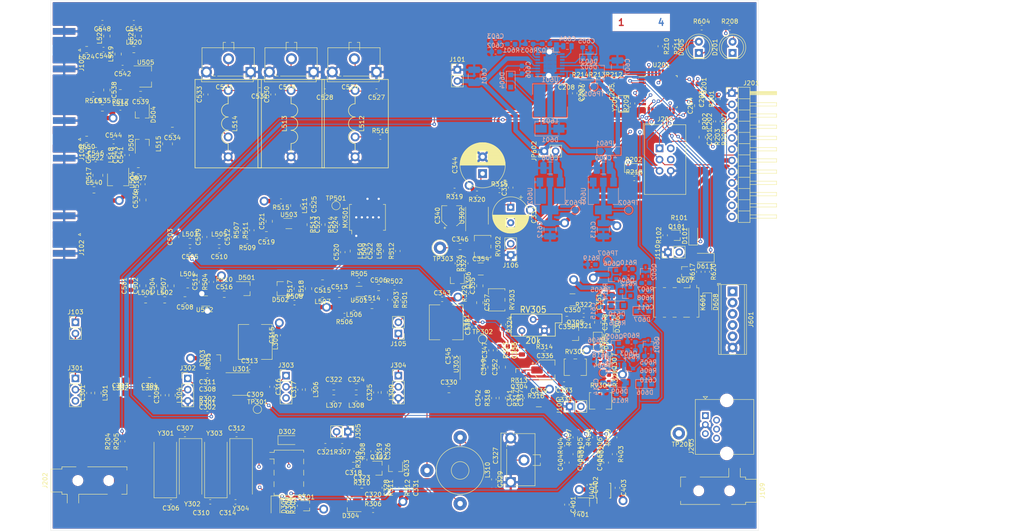
<source format=kicad_pcb>
(kicad_pcb (version 20171130) (host pcbnew 5.1.5)

  (general
    (thickness 1.6)
    (drawings 38)
    (tracks 1223)
    (zones 0)
    (modules 368)
    (nets 215)
  )

  (page A4)
  (layers
    (0 F.Cu signal)
    (1 In1.Cu signal)
    (2 In2.Cu signal)
    (31 B.Cu signal)
    (32 B.Adhes user hide)
    (33 F.Adhes user hide)
    (34 B.Paste user hide)
    (35 F.Paste user hide)
    (36 B.SilkS user hide)
    (37 F.SilkS user hide)
    (38 B.Mask user hide)
    (39 F.Mask user)
    (40 Dwgs.User user)
    (41 Cmts.User user hide)
    (42 Eco1.User user hide)
    (43 Eco2.User user hide)
    (44 Edge.Cuts user hide)
    (45 Margin user)
    (46 B.CrtYd user)
    (47 F.CrtYd user hide)
    (48 B.Fab user hide)
    (49 F.Fab user hide)
  )

  (setup
    (last_trace_width 0.2)
    (user_trace_width 0.2)
    (user_trace_width 0.3)
    (user_trace_width 1)
    (trace_clearance 0.2)
    (zone_clearance 0.8)
    (zone_45_only no)
    (trace_min 0.2)
    (via_size 0.8)
    (via_drill 0.4)
    (via_min_size 0.4)
    (via_min_drill 0.3)
    (user_via 0.8 0.4)
    (user_via 2 1.2)
    (uvia_size 0.3)
    (uvia_drill 0.1)
    (uvias_allowed no)
    (uvia_min_size 0.2)
    (uvia_min_drill 0.1)
    (edge_width 0.05)
    (segment_width 0.2)
    (pcb_text_width 0.3)
    (pcb_text_size 1.5 1.5)
    (mod_edge_width 0.1)
    (mod_text_size 0.8 0.8)
    (mod_text_width 0.1)
    (pad_size 1.524 1.524)
    (pad_drill 0.762)
    (pad_to_mask_clearance 0.051)
    (solder_mask_min_width 0.25)
    (aux_axis_origin 0 0)
    (visible_elements FFFFFF7F)
    (pcbplotparams
      (layerselection 0x010fc_ffffffff)
      (usegerberextensions false)
      (usegerberattributes false)
      (usegerberadvancedattributes false)
      (creategerberjobfile false)
      (excludeedgelayer true)
      (linewidth 0.100000)
      (plotframeref false)
      (viasonmask false)
      (mode 1)
      (useauxorigin false)
      (hpglpennumber 1)
      (hpglpenspeed 20)
      (hpglpendiameter 15.000000)
      (psnegative false)
      (psa4output false)
      (plotreference true)
      (plotvalue true)
      (plotinvisibletext false)
      (padsonsilk false)
      (subtractmaskfromsilk false)
      (outputformat 1)
      (mirror false)
      (drillshape 1)
      (scaleselection 1)
      (outputdirectory ""))
  )

  (net 0 "")
  (net 1 /Control/ENC_B)
  (net 2 GND)
  (net 3 /Control/ENC_A)
  (net 4 "Net-(C203-Pad2)")
  (net 5 +3V3)
  (net 6 "Net-(C205-Pad1)")
  (net 7 "Net-(C206-Pad1)")
  (net 8 "Net-(C207-Pad1)")
  (net 9 /Baseband/CW_TONE)
  (net 10 "Net-(C301-Pad2)")
  (net 11 "Net-(C302-Pad2)")
  (net 12 "Net-(C303-Pad2)")
  (net 13 "Net-(C304-Pad2)")
  (net 14 "Net-(C306-Pad2)")
  (net 15 "Net-(C307-Pad2)")
  (net 16 "Net-(C308-Pad2)")
  (net 17 "Net-(C308-Pad1)")
  (net 18 /Baseband/LO1)
  (net 19 "Net-(C309-Pad1)")
  (net 20 "Net-(C310-Pad2)")
  (net 21 "Net-(C311-Pad2)")
  (net 22 "Net-(C312-Pad2)")
  (net 23 "Net-(C313-Pad2)")
  (net 24 "Net-(C314-Pad2)")
  (net 25 +8V)
  (net 26 "Net-(C316-Pad2)")
  (net 27 "Net-(C316-Pad1)")
  (net 28 "Net-(C317-Pad2)")
  (net 29 "Net-(C318-Pad2)")
  (net 30 "Net-(C318-Pad1)")
  (net 31 /Baseband/CAG)
  (net 32 "Net-(C320-Pad2)")
  (net 33 "Net-(C320-Pad1)")
  (net 34 "Net-(C321-Pad1)")
  (net 35 "Net-(C322-Pad2)")
  (net 36 "Net-(C323-Pad2)")
  (net 37 "Net-(C324-Pad2)")
  (net 38 "Net-(C327-Pad2)")
  (net 39 "Net-(C328-Pad2)")
  (net 40 "Net-(C330-Pad2)")
  (net 41 "Net-(C330-Pad1)")
  (net 42 +8VRX)
  (net 43 /Baseband/SPKR)
  (net 44 "Net-(C332-Pad1)")
  (net 45 "Net-(C333-Pad2)")
  (net 46 "Net-(C333-Pad1)")
  (net 47 "Net-(C334-Pad2)")
  (net 48 "Net-(C336-Pad1)")
  (net 49 "Net-(C337-Pad2)")
  (net 50 "Net-(C337-Pad1)")
  (net 51 /Baseband/BFO)
  (net 52 "Net-(C338-Pad1)")
  (net 53 "Net-(C339-Pad1)")
  (net 54 "Net-(C340-Pad2)")
  (net 55 "Net-(C340-Pad1)")
  (net 56 "Net-(C342-Pad2)")
  (net 57 "Net-(C344-Pad1)")
  (net 58 "Net-(C345-Pad2)")
  (net 59 "Net-(C346-Pad2)")
  (net 60 "Net-(C346-Pad1)")
  (net 61 "Net-(C347-Pad2)")
  (net 62 "Net-(C347-Pad1)")
  (net 63 "Net-(C348-Pad2)")
  (net 64 "Net-(C348-Pad1)")
  (net 65 "Net-(C351-Pad1)")
  (net 66 "Net-(C352-Pad2)")
  (net 67 "Net-(C353-Pad1)")
  (net 68 "Net-(C354-Pad1)")
  (net 69 "Net-(C355-Pad2)")
  (net 70 "Net-(C355-Pad1)")
  (net 71 "Net-(C356-Pad2)")
  (net 72 "Net-(C358-Pad2)")
  (net 73 "Net-(C358-Pad1)")
  (net 74 "Net-(C401-Pad2)")
  (net 75 /Clock/REF_25MHz)
  (net 76 "Net-(C404-Pad2)")
  (net 77 "Net-(C404-Pad1)")
  (net 78 "Net-(C405-Pad2)")
  (net 79 "Net-(C405-Pad1)")
  (net 80 "Net-(C406-Pad2)")
  (net 81 "Net-(C406-Pad1)")
  (net 82 /HF_RX)
  (net 83 "Net-(C501-Pad1)")
  (net 84 /VHF_LO)
  (net 85 "Net-(C504-Pad1)")
  (net 86 "Net-(C505-Pad1)")
  (net 87 "Net-(C506-Pad2)")
  (net 88 "Net-(C506-Pad1)")
  (net 89 "Net-(C507-Pad1)")
  (net 90 "Net-(C508-Pad1)")
  (net 91 "Net-(C510-Pad1)")
  (net 92 "Net-(C511-Pad1)")
  (net 93 "Net-(C513-Pad2)")
  (net 94 "Net-(C513-Pad1)")
  (net 95 "Net-(C514-Pad1)")
  (net 96 "Net-(C516-Pad2)")
  (net 97 "Net-(C516-Pad1)")
  (net 98 "Net-(C517-Pad2)")
  (net 99 "Net-(C517-Pad1)")
  (net 100 "Net-(C519-Pad2)")
  (net 101 "Net-(C519-Pad1)")
  (net 102 "Net-(C520-Pad1)")
  (net 103 "Net-(C522-Pad2)")
  (net 104 "Net-(C522-Pad1)")
  (net 105 "Net-(C523-Pad2)")
  (net 106 "Net-(C523-Pad1)")
  (net 107 "Net-(C524-Pad2)")
  (net 108 "Net-(C524-Pad1)")
  (net 109 "Net-(C525-Pad1)")
  (net 110 "Net-(C526-Pad2)")
  (net 111 "Net-(C528-Pad2)")
  (net 112 "Net-(C531-Pad2)")
  (net 113 "Net-(C534-Pad2)")
  (net 114 "Net-(C534-Pad1)")
  (net 115 +5RX)
  (net 116 +5TX)
  (net 117 "Net-(C537-Pad2)")
  (net 118 "Net-(C537-Pad1)")
  (net 119 "Net-(C538-Pad2)")
  (net 120 "Net-(C539-Pad2)")
  (net 121 "Net-(C539-Pad1)")
  (net 122 "Net-(C541-Pad1)")
  (net 123 "Net-(C542-Pad2)")
  (net 124 "Net-(C542-Pad1)")
  (net 125 "Net-(C543-Pad1)")
  (net 126 "Net-(C545-Pad1)")
  (net 127 "Net-(C546-Pad1)")
  (net 128 "Net-(C548-Pad1)")
  (net 129 "Net-(C549-Pad2)")
  (net 130 "Net-(C549-Pad1)")
  (net 131 /VHF_TX)
  (net 132 +12V)
  (net 133 "Net-(C602-Pad1)")
  (net 134 "Net-(C603-Pad1)")
  (net 135 "Net-(C604-Pad1)")
  (net 136 "Net-(C605-Pad2)")
  (net 137 "Net-(C606-Pad2)")
  (net 138 "Net-(C606-Pad1)")
  (net 139 "Net-(C608-Pad1)")
  (net 140 "Net-(C609-Pad1)")
  (net 141 "Net-(C610-Pad2)")
  (net 142 "Net-(C611-Pad2)")
  (net 143 +5VA)
  (net 144 "Net-(C614-Pad1)")
  (net 145 "Net-(C615-Pad1)")
  (net 146 "Net-(D201-Pad2)")
  (net 147 /Control/D6_PWM)
  (net 148 /Control/RESETn)
  (net 149 "Net-(D301-Pad2)")
  (net 150 /Control/SEQ0n)
  (net 151 "Net-(D302-Pad1)")
  (net 152 "Net-(D603-Pad2)")
  (net 153 "Net-(D605-Pad1)")
  (net 154 "Net-(D608-Pad1)")
  (net 155 "Net-(D611-Pad2)")
  (net 156 /Control/SEQ2n)
  (net 157 /Baseband/METER)
  (net 158 /HF_TX)
  (net 159 /VHF_RX)
  (net 160 /Control/BTN0)
  (net 161 /Control/BTN1)
  (net 162 /Control/BTN2)
  (net 163 /Control/BTN3)
  (net 164 SDA)
  (net 165 SCL)
  (net 166 "Net-(J201-Pad4)")
  (net 167 "Net-(J201-Pad3)")
  (net 168 "Net-(J201-Pad2)")
  (net 169 "Net-(J202-PadT)")
  (net 170 "Net-(J202-PadR)")
  (net 171 /Control/MIC_SW2)
  (net 172 /Baseband/MIC)
  (net 173 /Control/MIC_SW1)
  (net 174 +8VTX)
  (net 175 "Net-(J601-Pad5)")
  (net 176 "Net-(J601-Pad4)")
  (net 177 "Net-(J601-Pad3)")
  (net 178 "Net-(J601-Pad2)")
  (net 179 "Net-(K301-Pad2)")
  (net 180 "Net-(K301-Pad4)")
  (net 181 "Net-(L512-Pad2)")
  (net 182 "Net-(L520-Pad2)")
  (net 183 "Net-(MX501-Pad3)")
  (net 184 "Net-(MX501-Pad6)")
  (net 185 "Net-(Q301-Pad1)")
  (net 186 "Net-(Q302-Pad3)")
  (net 187 "Net-(Q307-Pad2)")
  (net 188 "Net-(Q307-Pad1)")
  (net 189 "Net-(Q601-Pad3)")
  (net 190 "Net-(Q601-Pad1)")
  (net 191 "Net-(Q602-Pad3)")
  (net 192 "Net-(Q602-Pad1)")
  (net 193 "Net-(Q603-Pad1)")
  (net 194 "Net-(Q604-Pad1)")
  (net 195 "Net-(Q607-Pad1)")
  (net 196 /Control/ENC_BTN)
  (net 197 /Control/CW_INPUT)
  (net 198 /Control/XTAL1)
  (net 199 /Control/XTAL2)
  (net 200 /Control/D3_PWM)
  (net 201 /Baseband/CW_KEYn)
  (net 202 "Net-(R319-Pad1)")
  (net 203 "Net-(R324-Pad1)")
  (net 204 /Baseband/MUTE_SPKR)
  (net 205 "Net-(R602-Pad1)")
  (net 206 "Net-(U401-Pad3)")
  (net 207 /IF_RX)
  (net 208 /IF_TX)
  (net 209 "Net-(D101-Pad2)")
  (net 210 /Control/SEQ1n)
  (net 211 "Net-(J106-Pad2)")
  (net 212 "Net-(J110-Pad2)")
  (net 213 "Net-(J203-Pad5)")
  (net 214 "Net-(Q101-Pad1)")

  (net_class Default "This is the default net class."
    (clearance 0.2)
    (trace_width 0.2)
    (via_dia 0.8)
    (via_drill 0.4)
    (uvia_dia 0.3)
    (uvia_drill 0.1)
    (add_net /Baseband/BFO)
    (add_net /Baseband/CAG)
    (add_net /Baseband/CW_KEYn)
    (add_net /Baseband/CW_TONE)
    (add_net /Baseband/LO1)
    (add_net /Baseband/METER)
    (add_net /Baseband/MIC)
    (add_net /Baseband/MUTE_SPKR)
    (add_net /Baseband/SPKR)
    (add_net /Clock/REF_25MHz)
    (add_net /Control/A0)
    (add_net /Control/A2)
    (add_net /Control/BTN0)
    (add_net /Control/BTN1)
    (add_net /Control/BTN2)
    (add_net /Control/BTN3)
    (add_net /Control/CW_INPUT)
    (add_net /Control/D3_PWM)
    (add_net /Control/D6_PWM)
    (add_net /Control/ENC_A)
    (add_net /Control/ENC_B)
    (add_net /Control/ENC_BTN)
    (add_net /Control/MIC_SW1)
    (add_net /Control/MIC_SW2)
    (add_net /Control/RESETn)
    (add_net /Control/SEQ0n)
    (add_net /Control/SEQ1n)
    (add_net /Control/SEQ2n)
    (add_net /Control/XTAL1)
    (add_net /Control/XTAL2)
    (add_net /HF_RX)
    (add_net /HF_TX)
    (add_net /IF_RX)
    (add_net /IF_TX)
    (add_net /VHF_LO)
    (add_net /VHF_RX)
    (add_net /VHF_TX)
    (add_net "Net-(C203-Pad2)")
    (add_net "Net-(C205-Pad1)")
    (add_net "Net-(C206-Pad1)")
    (add_net "Net-(C207-Pad1)")
    (add_net "Net-(C301-Pad2)")
    (add_net "Net-(C302-Pad2)")
    (add_net "Net-(C303-Pad2)")
    (add_net "Net-(C304-Pad2)")
    (add_net "Net-(C306-Pad2)")
    (add_net "Net-(C307-Pad2)")
    (add_net "Net-(C308-Pad1)")
    (add_net "Net-(C308-Pad2)")
    (add_net "Net-(C309-Pad1)")
    (add_net "Net-(C310-Pad2)")
    (add_net "Net-(C311-Pad2)")
    (add_net "Net-(C312-Pad2)")
    (add_net "Net-(C313-Pad2)")
    (add_net "Net-(C314-Pad2)")
    (add_net "Net-(C316-Pad1)")
    (add_net "Net-(C316-Pad2)")
    (add_net "Net-(C317-Pad2)")
    (add_net "Net-(C318-Pad1)")
    (add_net "Net-(C318-Pad2)")
    (add_net "Net-(C320-Pad1)")
    (add_net "Net-(C320-Pad2)")
    (add_net "Net-(C321-Pad1)")
    (add_net "Net-(C322-Pad2)")
    (add_net "Net-(C323-Pad2)")
    (add_net "Net-(C324-Pad2)")
    (add_net "Net-(C327-Pad2)")
    (add_net "Net-(C328-Pad2)")
    (add_net "Net-(C330-Pad1)")
    (add_net "Net-(C330-Pad2)")
    (add_net "Net-(C332-Pad1)")
    (add_net "Net-(C333-Pad1)")
    (add_net "Net-(C333-Pad2)")
    (add_net "Net-(C334-Pad2)")
    (add_net "Net-(C336-Pad1)")
    (add_net "Net-(C337-Pad1)")
    (add_net "Net-(C337-Pad2)")
    (add_net "Net-(C338-Pad1)")
    (add_net "Net-(C339-Pad1)")
    (add_net "Net-(C340-Pad1)")
    (add_net "Net-(C340-Pad2)")
    (add_net "Net-(C342-Pad2)")
    (add_net "Net-(C344-Pad1)")
    (add_net "Net-(C345-Pad2)")
    (add_net "Net-(C346-Pad1)")
    (add_net "Net-(C346-Pad2)")
    (add_net "Net-(C347-Pad1)")
    (add_net "Net-(C347-Pad2)")
    (add_net "Net-(C348-Pad1)")
    (add_net "Net-(C348-Pad2)")
    (add_net "Net-(C351-Pad1)")
    (add_net "Net-(C352-Pad2)")
    (add_net "Net-(C353-Pad1)")
    (add_net "Net-(C354-Pad1)")
    (add_net "Net-(C355-Pad1)")
    (add_net "Net-(C355-Pad2)")
    (add_net "Net-(C356-Pad2)")
    (add_net "Net-(C358-Pad1)")
    (add_net "Net-(C358-Pad2)")
    (add_net "Net-(C401-Pad2)")
    (add_net "Net-(C404-Pad1)")
    (add_net "Net-(C404-Pad2)")
    (add_net "Net-(C405-Pad1)")
    (add_net "Net-(C405-Pad2)")
    (add_net "Net-(C406-Pad1)")
    (add_net "Net-(C406-Pad2)")
    (add_net "Net-(C501-Pad1)")
    (add_net "Net-(C504-Pad1)")
    (add_net "Net-(C505-Pad1)")
    (add_net "Net-(C506-Pad1)")
    (add_net "Net-(C506-Pad2)")
    (add_net "Net-(C507-Pad1)")
    (add_net "Net-(C508-Pad1)")
    (add_net "Net-(C510-Pad1)")
    (add_net "Net-(C511-Pad1)")
    (add_net "Net-(C513-Pad1)")
    (add_net "Net-(C513-Pad2)")
    (add_net "Net-(C514-Pad1)")
    (add_net "Net-(C516-Pad1)")
    (add_net "Net-(C516-Pad2)")
    (add_net "Net-(C517-Pad1)")
    (add_net "Net-(C517-Pad2)")
    (add_net "Net-(C519-Pad1)")
    (add_net "Net-(C519-Pad2)")
    (add_net "Net-(C520-Pad1)")
    (add_net "Net-(C522-Pad1)")
    (add_net "Net-(C522-Pad2)")
    (add_net "Net-(C523-Pad1)")
    (add_net "Net-(C523-Pad2)")
    (add_net "Net-(C524-Pad1)")
    (add_net "Net-(C524-Pad2)")
    (add_net "Net-(C525-Pad1)")
    (add_net "Net-(C526-Pad2)")
    (add_net "Net-(C528-Pad2)")
    (add_net "Net-(C531-Pad2)")
    (add_net "Net-(C534-Pad1)")
    (add_net "Net-(C534-Pad2)")
    (add_net "Net-(C537-Pad1)")
    (add_net "Net-(C537-Pad2)")
    (add_net "Net-(C538-Pad2)")
    (add_net "Net-(C539-Pad1)")
    (add_net "Net-(C539-Pad2)")
    (add_net "Net-(C541-Pad1)")
    (add_net "Net-(C542-Pad1)")
    (add_net "Net-(C542-Pad2)")
    (add_net "Net-(C543-Pad1)")
    (add_net "Net-(C545-Pad1)")
    (add_net "Net-(C546-Pad1)")
    (add_net "Net-(C548-Pad1)")
    (add_net "Net-(C549-Pad1)")
    (add_net "Net-(C549-Pad2)")
    (add_net "Net-(C602-Pad1)")
    (add_net "Net-(C603-Pad1)")
    (add_net "Net-(C604-Pad1)")
    (add_net "Net-(C605-Pad2)")
    (add_net "Net-(C606-Pad1)")
    (add_net "Net-(C606-Pad2)")
    (add_net "Net-(C608-Pad1)")
    (add_net "Net-(C609-Pad1)")
    (add_net "Net-(C610-Pad2)")
    (add_net "Net-(C611-Pad2)")
    (add_net "Net-(C614-Pad1)")
    (add_net "Net-(C615-Pad1)")
    (add_net "Net-(D101-Pad2)")
    (add_net "Net-(D201-Pad2)")
    (add_net "Net-(D301-Pad2)")
    (add_net "Net-(D302-Pad1)")
    (add_net "Net-(D603-Pad2)")
    (add_net "Net-(D605-Pad1)")
    (add_net "Net-(D608-Pad1)")
    (add_net "Net-(D611-Pad2)")
    (add_net "Net-(J106-Pad2)")
    (add_net "Net-(J110-Pad2)")
    (add_net "Net-(J201-Pad2)")
    (add_net "Net-(J201-Pad3)")
    (add_net "Net-(J201-Pad4)")
    (add_net "Net-(J202-PadR)")
    (add_net "Net-(J202-PadT)")
    (add_net "Net-(J203-Pad5)")
    (add_net "Net-(J601-Pad2)")
    (add_net "Net-(J601-Pad3)")
    (add_net "Net-(J601-Pad4)")
    (add_net "Net-(J601-Pad5)")
    (add_net "Net-(K301-Pad2)")
    (add_net "Net-(K301-Pad4)")
    (add_net "Net-(L512-Pad2)")
    (add_net "Net-(L520-Pad2)")
    (add_net "Net-(MX501-Pad3)")
    (add_net "Net-(MX501-Pad6)")
    (add_net "Net-(Q101-Pad1)")
    (add_net "Net-(Q301-Pad1)")
    (add_net "Net-(Q302-Pad3)")
    (add_net "Net-(Q307-Pad1)")
    (add_net "Net-(Q307-Pad2)")
    (add_net "Net-(Q601-Pad1)")
    (add_net "Net-(Q601-Pad3)")
    (add_net "Net-(Q602-Pad1)")
    (add_net "Net-(Q602-Pad3)")
    (add_net "Net-(Q603-Pad1)")
    (add_net "Net-(Q604-Pad1)")
    (add_net "Net-(Q607-Pad1)")
    (add_net "Net-(R319-Pad1)")
    (add_net "Net-(R324-Pad1)")
    (add_net "Net-(R602-Pad1)")
    (add_net "Net-(U301-Pad7)")
    (add_net "Net-(U302-Pad7)")
    (add_net "Net-(U303-Pad7)")
    (add_net "Net-(U401-Pad3)")
    (add_net SCL)
    (add_net SDA)
  )

  (net_class Power ""
    (clearance 0.2)
    (trace_width 1)
    (via_dia 2)
    (via_drill 1.2)
    (uvia_dia 0.3)
    (uvia_drill 0.1)
    (add_net +12V)
    (add_net +3V3)
    (add_net +5RX)
    (add_net +5TX)
    (add_net +5VA)
    (add_net +8V)
    (add_net +8VRX)
    (add_net +8VTX)
    (add_net GND)
  )

  (module LED_THT:LED_D5.0mm (layer F.Cu) (tedit 5995936A) (tstamp 5E581AB7)
    (at 176.53 41.91 90)
    (descr "LED, diameter 5.0mm, 2 pins, http://cdn-reichelt.de/documents/datenblatt/A500/LL-504BC2E-009.pdf")
    (tags "LED diameter 5.0mm 2 pins")
    (path /5E2DC494/5D86AD14)
    (fp_text reference D605 (at 1.27 -3.96 90) (layer F.SilkS)
      (effects (font (size 1 1) (thickness 0.15)))
    )
    (fp_text value LED_PWR (at 1.27 3.96 90) (layer F.Fab)
      (effects (font (size 1 1) (thickness 0.15)))
    )
    (fp_text user %R (at 1.25 0 90) (layer F.Fab)
      (effects (font (size 0.8 0.8) (thickness 0.2)))
    )
    (fp_line (start 4.5 -3.25) (end -1.95 -3.25) (layer F.CrtYd) (width 0.05))
    (fp_line (start 4.5 3.25) (end 4.5 -3.25) (layer F.CrtYd) (width 0.05))
    (fp_line (start -1.95 3.25) (end 4.5 3.25) (layer F.CrtYd) (width 0.05))
    (fp_line (start -1.95 -3.25) (end -1.95 3.25) (layer F.CrtYd) (width 0.05))
    (fp_line (start -1.29 -1.545) (end -1.29 1.545) (layer F.SilkS) (width 0.12))
    (fp_line (start -1.23 -1.469694) (end -1.23 1.469694) (layer F.Fab) (width 0.1))
    (fp_circle (center 1.27 0) (end 3.77 0) (layer F.SilkS) (width 0.12))
    (fp_circle (center 1.27 0) (end 3.77 0) (layer F.Fab) (width 0.1))
    (fp_arc (start 1.27 0) (end -1.29 1.54483) (angle -148.9) (layer F.SilkS) (width 0.12))
    (fp_arc (start 1.27 0) (end -1.29 -1.54483) (angle 148.9) (layer F.SilkS) (width 0.12))
    (fp_arc (start 1.27 0) (end -1.23 -1.469694) (angle 299.1) (layer F.Fab) (width 0.1))
    (pad 2 thru_hole circle (at 2.54 0 90) (size 1.8 1.8) (drill 0.9) (layers *.Cu *.Mask)
      (net 25 +8V))
    (pad 1 thru_hole rect (at 0 0 90) (size 1.8 1.8) (drill 0.9) (layers *.Cu *.Mask)
      (net 153 "Net-(D605-Pad1)"))
    (model ${KISYS3DMOD}/LED_THT.3dshapes/LED_D5.0mm.wrl
      (at (xyz 0 0 0))
      (scale (xyz 1 1 1))
      (rotate (xyz 0 0 0))
    )
  )

  (module TestPoint:TestPoint_Loop_D3.50mm_Drill1.4mm_Beaded (layer F.Cu) (tedit 5A0F774F) (tstamp 5E62D6E4)
    (at 118 86)
    (descr "wire loop with bead as test point, loop diameter 3.5mm, hole diameter 1.4mm")
    (tags "test point wire loop bead")
    (path /5E3088F9/5E63FDFC)
    (fp_text reference TP303 (at 0.7 2.5) (layer F.SilkS)
      (effects (font (size 1 1) (thickness 0.15)))
    )
    (fp_text value AF_OUT (at 0 -2.8) (layer F.Fab)
      (effects (font (size 1 1) (thickness 0.15)))
    )
    (fp_text user %R (at 0.7 2.5) (layer F.Fab)
      (effects (font (size 1 1) (thickness 0.15)))
    )
    (fp_circle (center 0 0) (end 1.5 0) (layer F.Fab) (width 0.12))
    (fp_circle (center 0 0) (end 1.8 0) (layer F.SilkS) (width 0.12))
    (fp_circle (center 0 0) (end 2.1 0) (layer F.CrtYd) (width 0.05))
    (fp_line (start 1.6 -0.3) (end -1.6 -0.3) (layer F.Fab) (width 0.12))
    (fp_line (start 1.6 0.3) (end 1.6 -0.3) (layer F.Fab) (width 0.12))
    (fp_line (start -1.6 0.3) (end 1.6 0.3) (layer F.Fab) (width 0.12))
    (fp_line (start -1.6 -0.3) (end -1.6 0.3) (layer F.Fab) (width 0.12))
    (pad 1 thru_hole circle (at 0 0) (size 2.8 2.8) (drill 1.4) (layers *.Cu *.Mask)
      (net 60 "Net-(C346-Pad1)"))
    (model ${KISYS3DMOD}/TestPoint.3dshapes/TestPoint_Loop_D3.50mm_Drill1.4mm_Beaded.wrl
      (at (xyz 0 0 0))
      (scale (xyz 1 1 1))
      (rotate (xyz 0 0 0))
    )
  )

  (module TestPoint:TestPoint_Loop_D3.50mm_Drill1.4mm_Beaded (layer F.Cu) (tedit 5A0F774F) (tstamp 5E62D6BB)
    (at 172 128)
    (descr "wire loop with bead as test point, loop diameter 3.5mm, hole diameter 1.4mm")
    (tags "test point wire loop bead")
    (path /5E2FA006/5E65A0E8)
    (fp_text reference TP201 (at 0.7 2.5) (layer F.SilkS)
      (effects (font (size 1 1) (thickness 0.15)))
    )
    (fp_text value AF_OUT2 (at 0 -2.8) (layer F.Fab)
      (effects (font (size 1 1) (thickness 0.15)))
    )
    (fp_text user %R (at 0.7 2.5) (layer F.Fab)
      (effects (font (size 1 1) (thickness 0.15)))
    )
    (fp_circle (center 0 0) (end 1.5 0) (layer F.Fab) (width 0.12))
    (fp_circle (center 0 0) (end 1.8 0) (layer F.SilkS) (width 0.12))
    (fp_circle (center 0 0) (end 2.1 0) (layer F.CrtYd) (width 0.05))
    (fp_line (start 1.6 -0.3) (end -1.6 -0.3) (layer F.Fab) (width 0.12))
    (fp_line (start 1.6 0.3) (end 1.6 -0.3) (layer F.Fab) (width 0.12))
    (fp_line (start -1.6 0.3) (end 1.6 0.3) (layer F.Fab) (width 0.12))
    (fp_line (start -1.6 -0.3) (end -1.6 0.3) (layer F.Fab) (width 0.12))
    (pad 1 thru_hole circle (at 0 0) (size 2.8 2.8) (drill 1.4) (layers *.Cu *.Mask)
      (net 213 "Net-(J203-Pad5)"))
    (model ${KISYS3DMOD}/TestPoint.3dshapes/TestPoint_Loop_D3.50mm_Drill1.4mm_Beaded.wrl
      (at (xyz 0 0 0))
      (scale (xyz 1 1 1))
      (rotate (xyz 0 0 0))
    )
  )

  (module Resistor_SMD:R_0603_1608Metric_Pad1.05x0.95mm_HandSolder (layer F.Cu) (tedit 5B301BBD) (tstamp 5E62CA46)
    (at 168.91 83.185 90)
    (descr "Resistor SMD 0603 (1608 Metric), square (rectangular) end terminal, IPC_7351 nominal with elongated pad for handsoldering. (Body size source: http://www.tortai-tech.com/upload/download/2011102023233369053.pdf), generated with kicad-footprint-generator")
    (tags "resistor handsolder")
    (path /5E674E39)
    (attr smd)
    (fp_text reference R102 (at 0 -1.43 90) (layer F.SilkS)
      (effects (font (size 1 1) (thickness 0.15)))
    )
    (fp_text value 10k (at 0 1.43 90) (layer F.Fab)
      (effects (font (size 1 1) (thickness 0.15)))
    )
    (fp_text user %R (at 0 0 90) (layer F.Fab)
      (effects (font (size 0.4 0.4) (thickness 0.06)))
    )
    (fp_line (start 1.65 0.73) (end -1.65 0.73) (layer F.CrtYd) (width 0.05))
    (fp_line (start 1.65 -0.73) (end 1.65 0.73) (layer F.CrtYd) (width 0.05))
    (fp_line (start -1.65 -0.73) (end 1.65 -0.73) (layer F.CrtYd) (width 0.05))
    (fp_line (start -1.65 0.73) (end -1.65 -0.73) (layer F.CrtYd) (width 0.05))
    (fp_line (start -0.171267 0.51) (end 0.171267 0.51) (layer F.SilkS) (width 0.12))
    (fp_line (start -0.171267 -0.51) (end 0.171267 -0.51) (layer F.SilkS) (width 0.12))
    (fp_line (start 0.8 0.4) (end -0.8 0.4) (layer F.Fab) (width 0.1))
    (fp_line (start 0.8 -0.4) (end 0.8 0.4) (layer F.Fab) (width 0.1))
    (fp_line (start -0.8 -0.4) (end 0.8 -0.4) (layer F.Fab) (width 0.1))
    (fp_line (start -0.8 0.4) (end -0.8 -0.4) (layer F.Fab) (width 0.1))
    (pad 2 smd roundrect (at 0.875 0 90) (size 1.05 0.95) (layers F.Cu F.Paste F.Mask) (roundrect_rratio 0.25)
      (net 214 "Net-(Q101-Pad1)"))
    (pad 1 smd roundrect (at -0.875 0 90) (size 1.05 0.95) (layers F.Cu F.Paste F.Mask) (roundrect_rratio 0.25)
      (net 132 +12V))
    (model ${KISYS3DMOD}/Resistor_SMD.3dshapes/R_0603_1608Metric.wrl
      (at (xyz 0 0 0))
      (scale (xyz 1 1 1))
      (rotate (xyz 0 0 0))
    )
  )

  (module Resistor_SMD:R_0603_1608Metric_Pad1.05x0.95mm_HandSolder (layer F.Cu) (tedit 5B301BBD) (tstamp 5E62CA35)
    (at 172.085 80.645)
    (descr "Resistor SMD 0603 (1608 Metric), square (rectangular) end terminal, IPC_7351 nominal with elongated pad for handsoldering. (Body size source: http://www.tortai-tech.com/upload/download/2011102023233369053.pdf), generated with kicad-footprint-generator")
    (tags "resistor handsolder")
    (path /5E674E25)
    (attr smd)
    (fp_text reference R101 (at 0 -1.43) (layer F.SilkS)
      (effects (font (size 1 1) (thickness 0.15)))
    )
    (fp_text value 470 (at 0 1.43) (layer F.Fab)
      (effects (font (size 1 1) (thickness 0.15)))
    )
    (fp_text user %R (at 0 0) (layer F.Fab)
      (effects (font (size 0.4 0.4) (thickness 0.06)))
    )
    (fp_line (start 1.65 0.73) (end -1.65 0.73) (layer F.CrtYd) (width 0.05))
    (fp_line (start 1.65 -0.73) (end 1.65 0.73) (layer F.CrtYd) (width 0.05))
    (fp_line (start -1.65 -0.73) (end 1.65 -0.73) (layer F.CrtYd) (width 0.05))
    (fp_line (start -1.65 0.73) (end -1.65 -0.73) (layer F.CrtYd) (width 0.05))
    (fp_line (start -0.171267 0.51) (end 0.171267 0.51) (layer F.SilkS) (width 0.12))
    (fp_line (start -0.171267 -0.51) (end 0.171267 -0.51) (layer F.SilkS) (width 0.12))
    (fp_line (start 0.8 0.4) (end -0.8 0.4) (layer F.Fab) (width 0.1))
    (fp_line (start 0.8 -0.4) (end 0.8 0.4) (layer F.Fab) (width 0.1))
    (fp_line (start -0.8 -0.4) (end 0.8 -0.4) (layer F.Fab) (width 0.1))
    (fp_line (start -0.8 0.4) (end -0.8 -0.4) (layer F.Fab) (width 0.1))
    (pad 2 smd roundrect (at 0.875 0) (size 1.05 0.95) (layers F.Cu F.Paste F.Mask) (roundrect_rratio 0.25)
      (net 209 "Net-(D101-Pad2)"))
    (pad 1 smd roundrect (at -0.875 0) (size 1.05 0.95) (layers F.Cu F.Paste F.Mask) (roundrect_rratio 0.25)
      (net 214 "Net-(Q101-Pad1)"))
    (model ${KISYS3DMOD}/Resistor_SMD.3dshapes/R_0603_1608Metric.wrl
      (at (xyz 0 0 0))
      (scale (xyz 1 1 1))
      (rotate (xyz 0 0 0))
    )
  )

  (module Package_TO_SOT_SMD:SOT-323_SC-70 (layer F.Cu) (tedit 5A02FF57) (tstamp 5E62C7F4)
    (at 171.59 83.185)
    (descr "SOT-323, SC-70")
    (tags "SOT-323 SC-70")
    (path /5E674E41)
    (attr smd)
    (fp_text reference Q101 (at -0.05 -1.95) (layer F.SilkS)
      (effects (font (size 1 1) (thickness 0.15)))
    )
    (fp_text value BC856W (at -0.05 2.05) (layer F.Fab)
      (effects (font (size 1 1) (thickness 0.15)))
    )
    (fp_line (start -0.18 -1.1) (end -0.68 -0.6) (layer F.Fab) (width 0.1))
    (fp_line (start 0.67 1.1) (end -0.68 1.1) (layer F.Fab) (width 0.1))
    (fp_line (start 0.67 -1.1) (end 0.67 1.1) (layer F.Fab) (width 0.1))
    (fp_line (start -0.68 -0.6) (end -0.68 1.1) (layer F.Fab) (width 0.1))
    (fp_line (start 0.67 -1.1) (end -0.18 -1.1) (layer F.Fab) (width 0.1))
    (fp_line (start -0.68 1.16) (end 0.73 1.16) (layer F.SilkS) (width 0.12))
    (fp_line (start 0.73 -1.16) (end -1.3 -1.16) (layer F.SilkS) (width 0.12))
    (fp_line (start -1.7 1.3) (end -1.7 -1.3) (layer F.CrtYd) (width 0.05))
    (fp_line (start -1.7 -1.3) (end 1.7 -1.3) (layer F.CrtYd) (width 0.05))
    (fp_line (start 1.7 -1.3) (end 1.7 1.3) (layer F.CrtYd) (width 0.05))
    (fp_line (start 1.7 1.3) (end -1.7 1.3) (layer F.CrtYd) (width 0.05))
    (fp_line (start 0.73 -1.16) (end 0.73 -0.5) (layer F.SilkS) (width 0.12))
    (fp_line (start 0.73 0.5) (end 0.73 1.16) (layer F.SilkS) (width 0.12))
    (fp_text user %R (at 0 0 90) (layer F.Fab)
      (effects (font (size 0.5 0.5) (thickness 0.075)))
    )
    (pad 3 smd rect (at 1 0 270) (size 0.45 0.7) (layers F.Cu F.Paste F.Mask)
      (net 212 "Net-(J110-Pad2)"))
    (pad 2 smd rect (at -1 0.65 270) (size 0.45 0.7) (layers F.Cu F.Paste F.Mask)
      (net 132 +12V))
    (pad 1 smd rect (at -1 -0.65 270) (size 0.45 0.7) (layers F.Cu F.Paste F.Mask)
      (net 214 "Net-(Q101-Pad1)"))
    (model ${KISYS3DMOD}/Package_TO_SOT_SMD.3dshapes/SOT-323_SC-70.wrl
      (at (xyz 0 0 0))
      (scale (xyz 1 1 1))
      (rotate (xyz 0 0 0))
    )
  )

  (module Connector_Audio:Jack_3.5mm_CUI_SJ-3524-SMT_Horizontal (layer F.Cu) (tedit 5C635470) (tstamp 5E5D4798)
    (at 38.608 138.684 90)
    (descr "3.5 mm, Stereo, Right Angle, Surface Mount (SMT), Audio Jack Connector (https://www.cui.com/product/resource/sj-352x-smt-series.pdf)")
    (tags "3.5mm audio cui horizontal jack stereo")
    (path /5E2FA006/5EF19C71)
    (attr smd)
    (fp_text reference J202 (at 0 -9.9 90) (layer F.SilkS)
      (effects (font (size 1 1) (thickness 0.15)))
    )
    (fp_text value "CW Key" (at 0 13 90) (layer F.Fab)
      (effects (font (size 1 1) (thickness 0.15)))
    )
    (fp_line (start -3.1 -2.3) (end -5.1 -2.3) (layer F.SilkS) (width 0.12))
    (fp_line (start -3.1 -4.9) (end -5.1 -4.9) (layer F.SilkS) (width 0.12))
    (fp_line (start -3.1 4.2) (end -3.1 -2.3) (layer F.SilkS) (width 0.12))
    (fp_line (start -3.1 8.6) (end -3.1 7.4) (layer F.SilkS) (width 0.12))
    (fp_line (start -0.85 8.6) (end -3.1 8.6) (layer F.SilkS) (width 0.12))
    (fp_line (start 3.1 8.6) (end 2.35 8.6) (layer F.SilkS) (width 0.12))
    (fp_line (start 3.1 -0.3) (end 3.1 8.6) (layer F.SilkS) (width 0.12))
    (fp_line (start 3.1 -6.1) (end 3.1 -2.9) (layer F.SilkS) (width 0.12))
    (fp_line (start 2.6 -6.1) (end 3.1 -6.1) (layer F.SilkS) (width 0.12))
    (fp_line (start 2.6 -8.6) (end 2.6 -6.1) (layer F.SilkS) (width 0.12))
    (fp_line (start -2.6 -8.6) (end 2.6 -8.6) (layer F.SilkS) (width 0.12))
    (fp_line (start -2.6 -6.1) (end -2.6 -8.6) (layer F.SilkS) (width 0.12))
    (fp_line (start -3.1 -6.1) (end -2.6 -6.1) (layer F.SilkS) (width 0.12))
    (fp_line (start -3.1 -4.9) (end -3.1 -6.1) (layer F.SilkS) (width 0.12))
    (fp_text user %R (at 0 0 90) (layer F.Fab)
      (effects (font (size 1 1) (thickness 0.15)))
    )
    (fp_line (start -5.6 -9) (end 5.6 -9) (layer F.CrtYd) (width 0.05))
    (fp_line (start -5.6 11.6) (end -5.6 -9) (layer F.CrtYd) (width 0.05))
    (fp_line (start 5.6 11.6) (end -5.6 11.6) (layer F.CrtYd) (width 0.05))
    (fp_line (start 5.6 -9) (end 5.6 11.6) (layer F.CrtYd) (width 0.05))
    (fp_line (start 2.5 -6) (end 3 -6) (layer F.Fab) (width 0.1))
    (fp_line (start 2.5 -8.5) (end 2.5 -6) (layer F.Fab) (width 0.1))
    (fp_line (start -2.5 -8.5) (end 2.5 -8.5) (layer F.Fab) (width 0.1))
    (fp_line (start -2.5 -6) (end -2.5 -8.5) (layer F.Fab) (width 0.1))
    (fp_line (start -3 -6) (end -2.5 -6) (layer F.Fab) (width 0.1))
    (fp_line (start -3 8.5) (end -3 -6) (layer F.Fab) (width 0.1))
    (fp_line (start 3 8.5) (end -3 8.5) (layer F.Fab) (width 0.1))
    (fp_line (start 3 -6) (end 3 8.5) (layer F.Fab) (width 0.1))
    (pad "" np_thru_hole circle (at 0 4.5 90) (size 1.7 1.7) (drill 1.7) (layers *.Cu *.Mask))
    (pad "" np_thru_hole circle (at 0 -2.5 90) (size 1.7 1.7) (drill 1.7) (layers *.Cu *.Mask))
    (pad T smd rect (at -3.7 5.8 90) (size 2.8 2.8) (layers F.Cu F.Paste F.Mask)
      (net 169 "Net-(J202-PadT)"))
    (pad TN smd rect (at 0.75 9.8 90) (size 2.8 2.6) (layers F.Cu F.Paste F.Mask))
    (pad S smd rect (at -3.7 -3.6 90) (size 2.8 2.2) (layers F.Cu F.Paste F.Mask)
      (net 2 GND))
    (pad R smd rect (at 3.7 -1.6 90) (size 2.8 2.2) (layers F.Cu F.Paste F.Mask)
      (net 170 "Net-(J202-PadR)"))
    (model ${KISYS3DMOD}/Connector_Audio.3dshapes/Jack_3.5mm_CUI_SJ-3524-SMT_Horizontal.wrl
      (at (xyz 0 0 0))
      (scale (xyz 1 1 1))
      (rotate (xyz 0 0 0))
    )
  )

  (module Connector_PinHeader_2.54mm:PinHeader_1x02_P2.54mm_Vertical (layer F.Cu) (tedit 59FED5CC) (tstamp 5E62BEA3)
    (at 169.545 86.995 90)
    (descr "Through hole straight pin header, 1x02, 2.54mm pitch, single row")
    (tags "Through hole pin header THT 1x02 2.54mm single row")
    (path /5E6799F7)
    (fp_text reference J110 (at 0 -2.33 90) (layer F.SilkS)
      (effects (font (size 1 1) (thickness 0.15)))
    )
    (fp_text value SEQ1 (at 0 4.87 90) (layer F.Fab)
      (effects (font (size 1 1) (thickness 0.15)))
    )
    (fp_text user %R (at 0 1.27) (layer F.Fab)
      (effects (font (size 1 1) (thickness 0.15)))
    )
    (fp_line (start 1.8 -1.8) (end -1.8 -1.8) (layer F.CrtYd) (width 0.05))
    (fp_line (start 1.8 4.35) (end 1.8 -1.8) (layer F.CrtYd) (width 0.05))
    (fp_line (start -1.8 4.35) (end 1.8 4.35) (layer F.CrtYd) (width 0.05))
    (fp_line (start -1.8 -1.8) (end -1.8 4.35) (layer F.CrtYd) (width 0.05))
    (fp_line (start -1.33 -1.33) (end 0 -1.33) (layer F.SilkS) (width 0.12))
    (fp_line (start -1.33 0) (end -1.33 -1.33) (layer F.SilkS) (width 0.12))
    (fp_line (start -1.33 1.27) (end 1.33 1.27) (layer F.SilkS) (width 0.12))
    (fp_line (start 1.33 1.27) (end 1.33 3.87) (layer F.SilkS) (width 0.12))
    (fp_line (start -1.33 1.27) (end -1.33 3.87) (layer F.SilkS) (width 0.12))
    (fp_line (start -1.33 3.87) (end 1.33 3.87) (layer F.SilkS) (width 0.12))
    (fp_line (start -1.27 -0.635) (end -0.635 -1.27) (layer F.Fab) (width 0.1))
    (fp_line (start -1.27 3.81) (end -1.27 -0.635) (layer F.Fab) (width 0.1))
    (fp_line (start 1.27 3.81) (end -1.27 3.81) (layer F.Fab) (width 0.1))
    (fp_line (start 1.27 -1.27) (end 1.27 3.81) (layer F.Fab) (width 0.1))
    (fp_line (start -0.635 -1.27) (end 1.27 -1.27) (layer F.Fab) (width 0.1))
    (pad 2 thru_hole oval (at 0 2.54 90) (size 1.7 1.7) (drill 1) (layers *.Cu *.Mask)
      (net 212 "Net-(J110-Pad2)"))
    (pad 1 thru_hole rect (at 0 0 90) (size 1.7 1.7) (drill 1) (layers *.Cu *.Mask)
      (net 2 GND))
    (model ${KISYS3DMOD}/Connector_PinHeader_2.54mm.3dshapes/PinHeader_1x02_P2.54mm_Vertical.wrl
      (at (xyz 0 0 0))
      (scale (xyz 1 1 1))
      (rotate (xyz 0 0 0))
    )
  )

  (module Connector_Audio:Jack_3.5mm_CUI_SJ-3524-SMT_Horizontal (layer F.Cu) (tedit 5C635470) (tstamp 5E62BE8D)
    (at 181 141 270)
    (descr "3.5 mm, Stereo, Right Angle, Surface Mount (SMT), Audio Jack Connector (https://www.cui.com/product/resource/sj-352x-smt-series.pdf)")
    (tags "3.5mm audio cui horizontal jack stereo")
    (path /5E69BCFD)
    (attr smd)
    (fp_text reference J109 (at 0 -9.9 90) (layer F.SilkS)
      (effects (font (size 1 1) (thickness 0.15)))
    )
    (fp_text value Headphones (at 0 13 90) (layer F.Fab)
      (effects (font (size 1 1) (thickness 0.15)))
    )
    (fp_line (start -3.1 -2.3) (end -5.1 -2.3) (layer F.SilkS) (width 0.12))
    (fp_line (start -3.1 -4.9) (end -5.1 -4.9) (layer F.SilkS) (width 0.12))
    (fp_line (start -3.1 4.2) (end -3.1 -2.3) (layer F.SilkS) (width 0.12))
    (fp_line (start -3.1 8.6) (end -3.1 7.4) (layer F.SilkS) (width 0.12))
    (fp_line (start -0.85 8.6) (end -3.1 8.6) (layer F.SilkS) (width 0.12))
    (fp_line (start 3.1 8.6) (end 2.35 8.6) (layer F.SilkS) (width 0.12))
    (fp_line (start 3.1 -0.3) (end 3.1 8.6) (layer F.SilkS) (width 0.12))
    (fp_line (start 3.1 -6.1) (end 3.1 -2.9) (layer F.SilkS) (width 0.12))
    (fp_line (start 2.6 -6.1) (end 3.1 -6.1) (layer F.SilkS) (width 0.12))
    (fp_line (start 2.6 -8.6) (end 2.6 -6.1) (layer F.SilkS) (width 0.12))
    (fp_line (start -2.6 -8.6) (end 2.6 -8.6) (layer F.SilkS) (width 0.12))
    (fp_line (start -2.6 -6.1) (end -2.6 -8.6) (layer F.SilkS) (width 0.12))
    (fp_line (start -3.1 -6.1) (end -2.6 -6.1) (layer F.SilkS) (width 0.12))
    (fp_line (start -3.1 -4.9) (end -3.1 -6.1) (layer F.SilkS) (width 0.12))
    (fp_text user %R (at 0 0 90) (layer F.Fab)
      (effects (font (size 1 1) (thickness 0.15)))
    )
    (fp_line (start -5.6 -9) (end 5.6 -9) (layer F.CrtYd) (width 0.05))
    (fp_line (start -5.6 11.6) (end -5.6 -9) (layer F.CrtYd) (width 0.05))
    (fp_line (start 5.6 11.6) (end -5.6 11.6) (layer F.CrtYd) (width 0.05))
    (fp_line (start 5.6 -9) (end 5.6 11.6) (layer F.CrtYd) (width 0.05))
    (fp_line (start 2.5 -6) (end 3 -6) (layer F.Fab) (width 0.1))
    (fp_line (start 2.5 -8.5) (end 2.5 -6) (layer F.Fab) (width 0.1))
    (fp_line (start -2.5 -8.5) (end 2.5 -8.5) (layer F.Fab) (width 0.1))
    (fp_line (start -2.5 -6) (end -2.5 -8.5) (layer F.Fab) (width 0.1))
    (fp_line (start -3 -6) (end -2.5 -6) (layer F.Fab) (width 0.1))
    (fp_line (start -3 8.5) (end -3 -6) (layer F.Fab) (width 0.1))
    (fp_line (start 3 8.5) (end -3 8.5) (layer F.Fab) (width 0.1))
    (fp_line (start 3 -6) (end 3 8.5) (layer F.Fab) (width 0.1))
    (pad "" np_thru_hole circle (at 0 4.5 270) (size 1.7 1.7) (drill 1.7) (layers *.Cu *.Mask))
    (pad "" np_thru_hole circle (at 0 -2.5 270) (size 1.7 1.7) (drill 1.7) (layers *.Cu *.Mask))
    (pad T smd rect (at -3.7 5.8 270) (size 2.8 2.8) (layers F.Cu F.Paste F.Mask)
      (net 43 /Baseband/SPKR))
    (pad TN smd rect (at 0.75 9.8 270) (size 2.8 2.6) (layers F.Cu F.Paste F.Mask)
      (net 211 "Net-(J106-Pad2)"))
    (pad S smd rect (at -3.7 -3.6 270) (size 2.8 2.2) (layers F.Cu F.Paste F.Mask)
      (net 2 GND))
    (pad R smd rect (at 3.7 -1.6 270) (size 2.8 2.2) (layers F.Cu F.Paste F.Mask))
    (model ${KISYS3DMOD}/Connector_Audio.3dshapes/Jack_3.5mm_CUI_SJ-3524-SMT_Horizontal.wrl
      (at (xyz 0 0 0))
      (scale (xyz 1 1 1))
      (rotate (xyz 0 0 0))
    )
  )

  (module Diode_SMD:D_SOD-123F (layer F.Cu) (tedit 587F7769) (tstamp 5E62B8A8)
    (at 175.26 83.185 90)
    (descr D_SOD-123F)
    (tags D_SOD-123F)
    (path /5E674E2D)
    (attr smd)
    (fp_text reference D101 (at -0.127 -1.905 90) (layer F.SilkS)
      (effects (font (size 1 1) (thickness 0.15)))
    )
    (fp_text value 1N4148W (at 0 2.1 90) (layer F.Fab)
      (effects (font (size 1 1) (thickness 0.15)))
    )
    (fp_line (start -2.2 -1) (end 1.65 -1) (layer F.SilkS) (width 0.12))
    (fp_line (start -2.2 1) (end 1.65 1) (layer F.SilkS) (width 0.12))
    (fp_line (start -2.2 -1.15) (end -2.2 1.15) (layer F.CrtYd) (width 0.05))
    (fp_line (start 2.2 1.15) (end -2.2 1.15) (layer F.CrtYd) (width 0.05))
    (fp_line (start 2.2 -1.15) (end 2.2 1.15) (layer F.CrtYd) (width 0.05))
    (fp_line (start -2.2 -1.15) (end 2.2 -1.15) (layer F.CrtYd) (width 0.05))
    (fp_line (start -1.4 -0.9) (end 1.4 -0.9) (layer F.Fab) (width 0.1))
    (fp_line (start 1.4 -0.9) (end 1.4 0.9) (layer F.Fab) (width 0.1))
    (fp_line (start 1.4 0.9) (end -1.4 0.9) (layer F.Fab) (width 0.1))
    (fp_line (start -1.4 0.9) (end -1.4 -0.9) (layer F.Fab) (width 0.1))
    (fp_line (start -0.75 0) (end -0.35 0) (layer F.Fab) (width 0.1))
    (fp_line (start -0.35 0) (end -0.35 -0.55) (layer F.Fab) (width 0.1))
    (fp_line (start -0.35 0) (end -0.35 0.55) (layer F.Fab) (width 0.1))
    (fp_line (start -0.35 0) (end 0.25 -0.4) (layer F.Fab) (width 0.1))
    (fp_line (start 0.25 -0.4) (end 0.25 0.4) (layer F.Fab) (width 0.1))
    (fp_line (start 0.25 0.4) (end -0.35 0) (layer F.Fab) (width 0.1))
    (fp_line (start 0.25 0) (end 0.75 0) (layer F.Fab) (width 0.1))
    (fp_line (start -2.2 -1) (end -2.2 1) (layer F.SilkS) (width 0.12))
    (fp_text user %R (at -0.127 -1.905 90) (layer F.Fab)
      (effects (font (size 1 1) (thickness 0.15)))
    )
    (pad 2 smd rect (at 1.4 0 90) (size 1.1 1.1) (layers F.Cu F.Paste F.Mask)
      (net 209 "Net-(D101-Pad2)"))
    (pad 1 smd rect (at -1.4 0 90) (size 1.1 1.1) (layers F.Cu F.Paste F.Mask)
      (net 210 /Control/SEQ1n))
    (model ${KISYS3DMOD}/Diode_SMD.3dshapes/D_SOD-123F.wrl
      (at (xyz 0 0 0))
      (scale (xyz 1 1 1))
      (rotate (xyz 0 0 0))
    )
  )

  (module Resistor_SMD:R_0603_1608Metric_Pad1.05x0.95mm_HandSolder (layer F.Cu) (tedit 5B301BBD) (tstamp 5E5E283D)
    (at 95.885 130.81 180)
    (descr "Resistor SMD 0603 (1608 Metric), square (rectangular) end terminal, IPC_7351 nominal with elongated pad for handsoldering. (Body size source: http://www.tortai-tech.com/upload/download/2011102023233369053.pdf), generated with kicad-footprint-generator")
    (tags "resistor handsolder")
    (path /5E3088F9/5E39E22F)
    (attr smd)
    (fp_text reference R307 (at 0 -1.43) (layer F.SilkS)
      (effects (font (size 1 1) (thickness 0.15)))
    )
    (fp_text value 33k (at 0 1.43) (layer F.Fab)
      (effects (font (size 1 1) (thickness 0.15)))
    )
    (fp_text user %R (at 0 0) (layer F.Fab)
      (effects (font (size 0.4 0.4) (thickness 0.06)))
    )
    (fp_line (start 1.65 0.73) (end -1.65 0.73) (layer F.CrtYd) (width 0.05))
    (fp_line (start 1.65 -0.73) (end 1.65 0.73) (layer F.CrtYd) (width 0.05))
    (fp_line (start -1.65 -0.73) (end 1.65 -0.73) (layer F.CrtYd) (width 0.05))
    (fp_line (start -1.65 0.73) (end -1.65 -0.73) (layer F.CrtYd) (width 0.05))
    (fp_line (start -0.171267 0.51) (end 0.171267 0.51) (layer F.SilkS) (width 0.12))
    (fp_line (start -0.171267 -0.51) (end 0.171267 -0.51) (layer F.SilkS) (width 0.12))
    (fp_line (start 0.8 0.4) (end -0.8 0.4) (layer F.Fab) (width 0.1))
    (fp_line (start 0.8 -0.4) (end 0.8 0.4) (layer F.Fab) (width 0.1))
    (fp_line (start -0.8 -0.4) (end 0.8 -0.4) (layer F.Fab) (width 0.1))
    (fp_line (start -0.8 0.4) (end -0.8 -0.4) (layer F.Fab) (width 0.1))
    (pad 2 smd roundrect (at 0.875 0 180) (size 1.05 0.95) (layers F.Cu F.Paste F.Mask) (roundrect_rratio 0.25)
      (net 34 "Net-(C321-Pad1)"))
    (pad 1 smd roundrect (at -0.875 0 180) (size 1.05 0.95) (layers F.Cu F.Paste F.Mask) (roundrect_rratio 0.25)
      (net 2 GND))
    (model ${KISYS3DMOD}/Resistor_SMD.3dshapes/R_0603_1608Metric.wrl
      (at (xyz 0 0 0))
      (scale (xyz 1 1 1))
      (rotate (xyz 0 0 0))
    )
  )

  (module Connector_PinHeader_2.54mm:PinHeader_1x02_P2.54mm_Vertical (layer F.Cu) (tedit 59FED5CC) (tstamp 5E5E1D10)
    (at 97.155 127.635 270)
    (descr "Through hole straight pin header, 1x02, 2.54mm pitch, single row")
    (tags "Through hole pin header THT 1x02 2.54mm single row")
    (path /5E3088F9/5E603F34)
    (fp_text reference J305 (at 0 -2.33 90) (layer F.SilkS)
      (effects (font (size 1 1) (thickness 0.15)))
    )
    (fp_text value IFGAIN (at 0 4.87 90) (layer F.Fab)
      (effects (font (size 1 1) (thickness 0.15)))
    )
    (fp_text user %R (at 0 1.27) (layer F.Fab)
      (effects (font (size 1 1) (thickness 0.15)))
    )
    (fp_line (start 1.8 -1.8) (end -1.8 -1.8) (layer F.CrtYd) (width 0.05))
    (fp_line (start 1.8 4.35) (end 1.8 -1.8) (layer F.CrtYd) (width 0.05))
    (fp_line (start -1.8 4.35) (end 1.8 4.35) (layer F.CrtYd) (width 0.05))
    (fp_line (start -1.8 -1.8) (end -1.8 4.35) (layer F.CrtYd) (width 0.05))
    (fp_line (start -1.33 -1.33) (end 0 -1.33) (layer F.SilkS) (width 0.12))
    (fp_line (start -1.33 0) (end -1.33 -1.33) (layer F.SilkS) (width 0.12))
    (fp_line (start -1.33 1.27) (end 1.33 1.27) (layer F.SilkS) (width 0.12))
    (fp_line (start 1.33 1.27) (end 1.33 3.87) (layer F.SilkS) (width 0.12))
    (fp_line (start -1.33 1.27) (end -1.33 3.87) (layer F.SilkS) (width 0.12))
    (fp_line (start -1.33 3.87) (end 1.33 3.87) (layer F.SilkS) (width 0.12))
    (fp_line (start -1.27 -0.635) (end -0.635 -1.27) (layer F.Fab) (width 0.1))
    (fp_line (start -1.27 3.81) (end -1.27 -0.635) (layer F.Fab) (width 0.1))
    (fp_line (start 1.27 3.81) (end -1.27 3.81) (layer F.Fab) (width 0.1))
    (fp_line (start 1.27 -1.27) (end 1.27 3.81) (layer F.Fab) (width 0.1))
    (fp_line (start -0.635 -1.27) (end 1.27 -1.27) (layer F.Fab) (width 0.1))
    (pad 2 thru_hole oval (at 0 2.54 270) (size 1.7 1.7) (drill 1) (layers *.Cu *.Mask)
      (net 34 "Net-(C321-Pad1)"))
    (pad 1 thru_hole rect (at 0 0 270) (size 1.7 1.7) (drill 1) (layers *.Cu *.Mask)
      (net 2 GND))
    (model ${KISYS3DMOD}/Connector_PinHeader_2.54mm.3dshapes/PinHeader_1x02_P2.54mm_Vertical.wrl
      (at (xyz 0 0 0))
      (scale (xyz 1 1 1))
      (rotate (xyz 0 0 0))
    )
  )

  (module Connector_PinHeader_2.54mm:PinHeader_1x02_P2.54mm_Vertical (layer F.Cu) (tedit 59FED5CC) (tstamp 5E5E1962)
    (at 108.585 105.41 180)
    (descr "Through hole straight pin header, 1x02, 2.54mm pitch, single row")
    (tags "Through hole pin header THT 1x02 2.54mm single row")
    (path /5E5E5C36)
    (fp_text reference J105 (at 0 -2.33) (layer F.SilkS)
      (effects (font (size 1 1) (thickness 0.15)))
    )
    (fp_text value HF_TX (at 0 4.87) (layer F.Fab)
      (effects (font (size 1 1) (thickness 0.15)))
    )
    (fp_text user %R (at 0 1.27 90) (layer F.Fab)
      (effects (font (size 1 1) (thickness 0.15)))
    )
    (fp_line (start 1.8 -1.8) (end -1.8 -1.8) (layer F.CrtYd) (width 0.05))
    (fp_line (start 1.8 4.35) (end 1.8 -1.8) (layer F.CrtYd) (width 0.05))
    (fp_line (start -1.8 4.35) (end 1.8 4.35) (layer F.CrtYd) (width 0.05))
    (fp_line (start -1.8 -1.8) (end -1.8 4.35) (layer F.CrtYd) (width 0.05))
    (fp_line (start -1.33 -1.33) (end 0 -1.33) (layer F.SilkS) (width 0.12))
    (fp_line (start -1.33 0) (end -1.33 -1.33) (layer F.SilkS) (width 0.12))
    (fp_line (start -1.33 1.27) (end 1.33 1.27) (layer F.SilkS) (width 0.12))
    (fp_line (start 1.33 1.27) (end 1.33 3.87) (layer F.SilkS) (width 0.12))
    (fp_line (start -1.33 1.27) (end -1.33 3.87) (layer F.SilkS) (width 0.12))
    (fp_line (start -1.33 3.87) (end 1.33 3.87) (layer F.SilkS) (width 0.12))
    (fp_line (start -1.27 -0.635) (end -0.635 -1.27) (layer F.Fab) (width 0.1))
    (fp_line (start -1.27 3.81) (end -1.27 -0.635) (layer F.Fab) (width 0.1))
    (fp_line (start 1.27 3.81) (end -1.27 3.81) (layer F.Fab) (width 0.1))
    (fp_line (start 1.27 -1.27) (end 1.27 3.81) (layer F.Fab) (width 0.1))
    (fp_line (start -0.635 -1.27) (end 1.27 -1.27) (layer F.Fab) (width 0.1))
    (pad 2 thru_hole oval (at 0 2.54 180) (size 1.7 1.7) (drill 1) (layers *.Cu *.Mask)
      (net 208 /IF_TX))
    (pad 1 thru_hole rect (at 0 0 180) (size 1.7 1.7) (drill 1) (layers *.Cu *.Mask)
      (net 158 /HF_TX))
    (model ${KISYS3DMOD}/Connector_PinHeader_2.54mm.3dshapes/PinHeader_1x02_P2.54mm_Vertical.wrl
      (at (xyz 0 0 0))
      (scale (xyz 1 1 1))
      (rotate (xyz 0 0 0))
    )
  )

  (module Connector_PinHeader_2.54mm:PinHeader_1x02_P2.54mm_Vertical (layer F.Cu) (tedit 59FED5CC) (tstamp 5E5E1922)
    (at 35.56 102.87)
    (descr "Through hole straight pin header, 1x02, 2.54mm pitch, single row")
    (tags "Through hole pin header THT 1x02 2.54mm single row")
    (path /5E5EEE3B)
    (fp_text reference J103 (at 0 -2.33) (layer F.SilkS)
      (effects (font (size 1 1) (thickness 0.15)))
    )
    (fp_text value HF_RX (at 0 4.87) (layer F.Fab)
      (effects (font (size 1 1) (thickness 0.15)))
    )
    (fp_text user %R (at 0 1.27 90) (layer F.Fab)
      (effects (font (size 1 1) (thickness 0.15)))
    )
    (fp_line (start 1.8 -1.8) (end -1.8 -1.8) (layer F.CrtYd) (width 0.05))
    (fp_line (start 1.8 4.35) (end 1.8 -1.8) (layer F.CrtYd) (width 0.05))
    (fp_line (start -1.8 4.35) (end 1.8 4.35) (layer F.CrtYd) (width 0.05))
    (fp_line (start -1.8 -1.8) (end -1.8 4.35) (layer F.CrtYd) (width 0.05))
    (fp_line (start -1.33 -1.33) (end 0 -1.33) (layer F.SilkS) (width 0.12))
    (fp_line (start -1.33 0) (end -1.33 -1.33) (layer F.SilkS) (width 0.12))
    (fp_line (start -1.33 1.27) (end 1.33 1.27) (layer F.SilkS) (width 0.12))
    (fp_line (start 1.33 1.27) (end 1.33 3.87) (layer F.SilkS) (width 0.12))
    (fp_line (start -1.33 1.27) (end -1.33 3.87) (layer F.SilkS) (width 0.12))
    (fp_line (start -1.33 3.87) (end 1.33 3.87) (layer F.SilkS) (width 0.12))
    (fp_line (start -1.27 -0.635) (end -0.635 -1.27) (layer F.Fab) (width 0.1))
    (fp_line (start -1.27 3.81) (end -1.27 -0.635) (layer F.Fab) (width 0.1))
    (fp_line (start 1.27 3.81) (end -1.27 3.81) (layer F.Fab) (width 0.1))
    (fp_line (start 1.27 -1.27) (end 1.27 3.81) (layer F.Fab) (width 0.1))
    (fp_line (start -0.635 -1.27) (end 1.27 -1.27) (layer F.Fab) (width 0.1))
    (pad 2 thru_hole oval (at 0 2.54) (size 1.7 1.7) (drill 1) (layers *.Cu *.Mask)
      (net 82 /HF_RX))
    (pad 1 thru_hole rect (at 0 0) (size 1.7 1.7) (drill 1) (layers *.Cu *.Mask)
      (net 207 /IF_RX))
    (model ${KISYS3DMOD}/Connector_PinHeader_2.54mm.3dshapes/PinHeader_1x02_P2.54mm_Vertical.wrl
      (at (xyz 0 0 0))
      (scale (xyz 1 1 1))
      (rotate (xyz 0 0 0))
    )
  )

  (module picardy:CX3225SB (layer F.Cu) (tedit 5E4EE75C) (tstamp 5E582B1F)
    (at 149.86 144.145 180)
    (descr "SMD Crystal EuroQuartz MJ series http://cdn-reichelt.de/documents/datenblatt/B400/MJ.pdf, hand-soldering, 5.0x3.2mm^2 package")
    (tags "SMD SMT crystal hand-soldering")
    (path /5E4D247A/5E56D94F)
    (attr smd)
    (fp_text reference Y401 (at 0 -2.25) (layer F.SilkS)
      (effects (font (size 1 1) (thickness 0.15)))
    )
    (fp_text value CX3225SB25000D0FLJCC (at 0 2.35) (layer F.Fab)
      (effects (font (size 1 1) (thickness 0.15)))
    )
    (fp_line (start 2 -1.5) (end -2.05 -1.5) (layer F.CrtYd) (width 0.05))
    (fp_line (start 2 1.5) (end 2 -1.5) (layer F.CrtYd) (width 0.05))
    (fp_line (start -2.05 1.5) (end 2 1.5) (layer F.CrtYd) (width 0.05))
    (fp_line (start -2.05 -1.5) (end -2.05 1.5) (layer F.CrtYd) (width 0.05))
    (fp_line (start -0.7 1.55) (end -1.95 1.55) (layer F.SilkS) (width 0.12))
    (fp_line (start 0.7 1.55) (end -0.7 1.55) (layer F.SilkS) (width 0.12))
    (fp_line (start -0.7 -1.55) (end 0.7 -1.55) (layer F.SilkS) (width 0.12))
    (fp_line (start 1.9 -0.4) (end 1.9 0.4) (layer F.SilkS) (width 0.12))
    (fp_line (start -1.95 0.4) (end -1.95 -0.4) (layer F.SilkS) (width 0.12))
    (fp_line (start -1.95 1.55) (end -1.95 0.4) (layer F.SilkS) (width 0.12))
    (fp_line (start -2.5 0.6) (end -1.5 1.6) (layer F.Fab) (width 0.1))
    (fp_line (start -2.5 -1.5) (end -2.4 -1.6) (layer F.Fab) (width 0.1))
    (fp_line (start -2.5 1.5) (end -2.5 -1.5) (layer F.Fab) (width 0.1))
    (fp_line (start -2.4 1.6) (end -2.5 1.5) (layer F.Fab) (width 0.1))
    (fp_line (start 2.4 1.6) (end -2.4 1.6) (layer F.Fab) (width 0.1))
    (fp_line (start 2.5 1.5) (end 2.4 1.6) (layer F.Fab) (width 0.1))
    (fp_line (start 2.5 -1.5) (end 2.5 1.5) (layer F.Fab) (width 0.1))
    (fp_line (start 2.4 -1.6) (end 2.5 -1.5) (layer F.Fab) (width 0.1))
    (fp_line (start -2.4 -1.6) (end 2.4 -1.6) (layer F.Fab) (width 0.1))
    (fp_text user %R (at 0 0) (layer F.Fab)
      (effects (font (size 1 1) (thickness 0.15)))
    )
    (pad 4 smd rect (at -1.15 -0.925 180) (size 1.3 1.05) (layers F.Cu F.Paste F.Mask)
      (net 2 GND))
    (pad 3 smd rect (at 1.15 -0.925 180) (size 1.3 1.05) (layers F.Cu F.Paste F.Mask)
      (net 74 "Net-(C401-Pad2)"))
    (pad 2 smd rect (at 1.15 0.925 180) (size 1.3 1.05) (layers F.Cu F.Paste F.Mask)
      (net 2 GND))
    (pad 1 smd rect (at -1.15 0.925 180) (size 1.3 1.05) (layers F.Cu F.Paste F.Mask)
      (net 206 "Net-(U401-Pad3)"))
    (model ${KISYS3DMOD}/Crystal.3dshapes/Crystal_SMD_EuroQuartz_MJ-4Pin_5.0x3.2mm_HandSoldering.wrl
      (at (xyz 0 0 0))
      (scale (xyz 1 1 1))
      (rotate (xyz 0 0 0))
    )
  )

  (module Crystal:Crystal_SMD_HC49-SD (layer F.Cu) (tedit 5A1AD52C) (tstamp 5E582B03)
    (at 73.025 135.89 270)
    (descr "SMD Crystal HC-49-SD http://cdn-reichelt.de/documents/datenblatt/B400/xxx-HC49-SMD.pdf, 11.4x4.7mm^2 package")
    (tags "SMD SMT crystal")
    (path /5E3088F9/5E34BBA5)
    (attr smd)
    (fp_text reference Y304 (at 9.11 0.025 180) (layer F.SilkS)
      (effects (font (size 1 1) (thickness 0.15)))
    )
    (fp_text value 4.915MHz (at 0 3.55 90) (layer F.Fab)
      (effects (font (size 1 1) (thickness 0.15)))
    )
    (fp_arc (start 3.015 0) (end 3.015 -2.115) (angle 180) (layer F.Fab) (width 0.1))
    (fp_arc (start -3.015 0) (end -3.015 -2.115) (angle -180) (layer F.Fab) (width 0.1))
    (fp_line (start 6.8 -2.6) (end -6.8 -2.6) (layer F.CrtYd) (width 0.05))
    (fp_line (start 6.8 2.6) (end 6.8 -2.6) (layer F.CrtYd) (width 0.05))
    (fp_line (start -6.8 2.6) (end 6.8 2.6) (layer F.CrtYd) (width 0.05))
    (fp_line (start -6.8 -2.6) (end -6.8 2.6) (layer F.CrtYd) (width 0.05))
    (fp_line (start -6.7 2.55) (end 5.9 2.55) (layer F.SilkS) (width 0.12))
    (fp_line (start -6.7 -2.55) (end -6.7 2.55) (layer F.SilkS) (width 0.12))
    (fp_line (start 5.9 -2.55) (end -6.7 -2.55) (layer F.SilkS) (width 0.12))
    (fp_line (start -3.015 2.115) (end 3.015 2.115) (layer F.Fab) (width 0.1))
    (fp_line (start -3.015 -2.115) (end 3.015 -2.115) (layer F.Fab) (width 0.1))
    (fp_line (start 5.7 -2.35) (end -5.7 -2.35) (layer F.Fab) (width 0.1))
    (fp_line (start 5.7 2.35) (end 5.7 -2.35) (layer F.Fab) (width 0.1))
    (fp_line (start -5.7 2.35) (end 5.7 2.35) (layer F.Fab) (width 0.1))
    (fp_line (start -5.7 -2.35) (end -5.7 2.35) (layer F.Fab) (width 0.1))
    (fp_text user %R (at 0 0 90) (layer F.Fab)
      (effects (font (size 1 1) (thickness 0.15)))
    )
    (pad 2 smd rect (at 4.25 0 270) (size 4.5 2) (layers F.Cu F.Paste F.Mask)
      (net 24 "Net-(C314-Pad2)"))
    (pad 1 smd rect (at -4.25 0 270) (size 4.5 2) (layers F.Cu F.Paste F.Mask)
      (net 22 "Net-(C312-Pad2)"))
    (model ${KISYS3DMOD}/Crystal.3dshapes/Crystal_SMD_HC49-SD.wrl
      (at (xyz 0 0 0))
      (scale (xyz 1 1 1))
      (rotate (xyz 0 0 0))
    )
  )

  (module Crystal:Crystal_SMD_HC49-SD (layer F.Cu) (tedit 5A1AD52C) (tstamp 5E582AED)
    (at 67.31 135.89 90)
    (descr "SMD Crystal HC-49-SD http://cdn-reichelt.de/documents/datenblatt/B400/xxx-HC49-SMD.pdf, 11.4x4.7mm^2 package")
    (tags "SMD SMT crystal")
    (path /5E3088F9/5E34B7FC)
    (attr smd)
    (fp_text reference Y303 (at 7.89 -0.31 180) (layer F.SilkS)
      (effects (font (size 1 1) (thickness 0.15)))
    )
    (fp_text value 4.915MHz (at 0 3.55 90) (layer F.Fab)
      (effects (font (size 1 1) (thickness 0.15)))
    )
    (fp_arc (start 3.015 0) (end 3.015 -2.115) (angle 180) (layer F.Fab) (width 0.1))
    (fp_arc (start -3.015 0) (end -3.015 -2.115) (angle -180) (layer F.Fab) (width 0.1))
    (fp_line (start 6.8 -2.6) (end -6.8 -2.6) (layer F.CrtYd) (width 0.05))
    (fp_line (start 6.8 2.6) (end 6.8 -2.6) (layer F.CrtYd) (width 0.05))
    (fp_line (start -6.8 2.6) (end 6.8 2.6) (layer F.CrtYd) (width 0.05))
    (fp_line (start -6.8 -2.6) (end -6.8 2.6) (layer F.CrtYd) (width 0.05))
    (fp_line (start -6.7 2.55) (end 5.9 2.55) (layer F.SilkS) (width 0.12))
    (fp_line (start -6.7 -2.55) (end -6.7 2.55) (layer F.SilkS) (width 0.12))
    (fp_line (start 5.9 -2.55) (end -6.7 -2.55) (layer F.SilkS) (width 0.12))
    (fp_line (start -3.015 2.115) (end 3.015 2.115) (layer F.Fab) (width 0.1))
    (fp_line (start -3.015 -2.115) (end 3.015 -2.115) (layer F.Fab) (width 0.1))
    (fp_line (start 5.7 -2.35) (end -5.7 -2.35) (layer F.Fab) (width 0.1))
    (fp_line (start 5.7 2.35) (end 5.7 -2.35) (layer F.Fab) (width 0.1))
    (fp_line (start -5.7 2.35) (end 5.7 2.35) (layer F.Fab) (width 0.1))
    (fp_line (start -5.7 -2.35) (end -5.7 2.35) (layer F.Fab) (width 0.1))
    (fp_text user %R (at 0 0 90) (layer F.Fab)
      (effects (font (size 1 1) (thickness 0.15)))
    )
    (pad 2 smd rect (at 4.25 0 90) (size 4.5 2) (layers F.Cu F.Paste F.Mask)
      (net 22 "Net-(C312-Pad2)"))
    (pad 1 smd rect (at -4.25 0 90) (size 4.5 2) (layers F.Cu F.Paste F.Mask)
      (net 20 "Net-(C310-Pad2)"))
    (model ${KISYS3DMOD}/Crystal.3dshapes/Crystal_SMD_HC49-SD.wrl
      (at (xyz 0 0 0))
      (scale (xyz 1 1 1))
      (rotate (xyz 0 0 0))
    )
  )

  (module Crystal:Crystal_SMD_HC49-SD (layer F.Cu) (tedit 5A1AD52C) (tstamp 5E582AD7)
    (at 61.595 135.89 270)
    (descr "SMD Crystal HC-49-SD http://cdn-reichelt.de/documents/datenblatt/B400/xxx-HC49-SMD.pdf, 11.4x4.7mm^2 package")
    (tags "SMD SMT crystal")
    (path /5E3088F9/5E34B5D1)
    (attr smd)
    (fp_text reference Y302 (at 8.11 -0.405 180) (layer F.SilkS)
      (effects (font (size 1 1) (thickness 0.15)))
    )
    (fp_text value 4.915MHz (at 0 3.55 90) (layer F.Fab)
      (effects (font (size 1 1) (thickness 0.15)))
    )
    (fp_arc (start 3.015 0) (end 3.015 -2.115) (angle 180) (layer F.Fab) (width 0.1))
    (fp_arc (start -3.015 0) (end -3.015 -2.115) (angle -180) (layer F.Fab) (width 0.1))
    (fp_line (start 6.8 -2.6) (end -6.8 -2.6) (layer F.CrtYd) (width 0.05))
    (fp_line (start 6.8 2.6) (end 6.8 -2.6) (layer F.CrtYd) (width 0.05))
    (fp_line (start -6.8 2.6) (end 6.8 2.6) (layer F.CrtYd) (width 0.05))
    (fp_line (start -6.8 -2.6) (end -6.8 2.6) (layer F.CrtYd) (width 0.05))
    (fp_line (start -6.7 2.55) (end 5.9 2.55) (layer F.SilkS) (width 0.12))
    (fp_line (start -6.7 -2.55) (end -6.7 2.55) (layer F.SilkS) (width 0.12))
    (fp_line (start 5.9 -2.55) (end -6.7 -2.55) (layer F.SilkS) (width 0.12))
    (fp_line (start -3.015 2.115) (end 3.015 2.115) (layer F.Fab) (width 0.1))
    (fp_line (start -3.015 -2.115) (end 3.015 -2.115) (layer F.Fab) (width 0.1))
    (fp_line (start 5.7 -2.35) (end -5.7 -2.35) (layer F.Fab) (width 0.1))
    (fp_line (start 5.7 2.35) (end 5.7 -2.35) (layer F.Fab) (width 0.1))
    (fp_line (start -5.7 2.35) (end 5.7 2.35) (layer F.Fab) (width 0.1))
    (fp_line (start -5.7 -2.35) (end -5.7 2.35) (layer F.Fab) (width 0.1))
    (fp_text user %R (at 0 0 90) (layer F.Fab)
      (effects (font (size 1 1) (thickness 0.15)))
    )
    (pad 2 smd rect (at 4.25 0 270) (size 4.5 2) (layers F.Cu F.Paste F.Mask)
      (net 20 "Net-(C310-Pad2)"))
    (pad 1 smd rect (at -4.25 0 270) (size 4.5 2) (layers F.Cu F.Paste F.Mask)
      (net 15 "Net-(C307-Pad2)"))
    (model ${KISYS3DMOD}/Crystal.3dshapes/Crystal_SMD_HC49-SD.wrl
      (at (xyz 0 0 0))
      (scale (xyz 1 1 1))
      (rotate (xyz 0 0 0))
    )
  )

  (module Crystal:Crystal_SMD_HC49-SD (layer F.Cu) (tedit 5A1AD52C) (tstamp 5E582AC1)
    (at 55.88 135.89 90)
    (descr "SMD Crystal HC-49-SD http://cdn-reichelt.de/documents/datenblatt/B400/xxx-HC49-SMD.pdf, 11.4x4.7mm^2 package")
    (tags "SMD SMT crystal")
    (path /5E3088F9/5E34B1E0)
    (attr smd)
    (fp_text reference Y301 (at 7.89 0.12 180) (layer F.SilkS)
      (effects (font (size 1 1) (thickness 0.15)))
    )
    (fp_text value 4.915MHz (at 0 3.55 90) (layer F.Fab)
      (effects (font (size 1 1) (thickness 0.15)))
    )
    (fp_arc (start 3.015 0) (end 3.015 -2.115) (angle 180) (layer F.Fab) (width 0.1))
    (fp_arc (start -3.015 0) (end -3.015 -2.115) (angle -180) (layer F.Fab) (width 0.1))
    (fp_line (start 6.8 -2.6) (end -6.8 -2.6) (layer F.CrtYd) (width 0.05))
    (fp_line (start 6.8 2.6) (end 6.8 -2.6) (layer F.CrtYd) (width 0.05))
    (fp_line (start -6.8 2.6) (end 6.8 2.6) (layer F.CrtYd) (width 0.05))
    (fp_line (start -6.8 -2.6) (end -6.8 2.6) (layer F.CrtYd) (width 0.05))
    (fp_line (start -6.7 2.55) (end 5.9 2.55) (layer F.SilkS) (width 0.12))
    (fp_line (start -6.7 -2.55) (end -6.7 2.55) (layer F.SilkS) (width 0.12))
    (fp_line (start 5.9 -2.55) (end -6.7 -2.55) (layer F.SilkS) (width 0.12))
    (fp_line (start -3.015 2.115) (end 3.015 2.115) (layer F.Fab) (width 0.1))
    (fp_line (start -3.015 -2.115) (end 3.015 -2.115) (layer F.Fab) (width 0.1))
    (fp_line (start 5.7 -2.35) (end -5.7 -2.35) (layer F.Fab) (width 0.1))
    (fp_line (start 5.7 2.35) (end 5.7 -2.35) (layer F.Fab) (width 0.1))
    (fp_line (start -5.7 2.35) (end 5.7 2.35) (layer F.Fab) (width 0.1))
    (fp_line (start -5.7 -2.35) (end -5.7 2.35) (layer F.Fab) (width 0.1))
    (fp_text user %R (at 0 0 90) (layer F.Fab)
      (effects (font (size 1 1) (thickness 0.15)))
    )
    (pad 2 smd rect (at 4.25 0 90) (size 4.5 2) (layers F.Cu F.Paste F.Mask)
      (net 15 "Net-(C307-Pad2)"))
    (pad 1 smd rect (at -4.25 0 90) (size 4.5 2) (layers F.Cu F.Paste F.Mask)
      (net 14 "Net-(C306-Pad2)"))
    (model ${KISYS3DMOD}/Crystal.3dshapes/Crystal_SMD_HC49-SD.wrl
      (at (xyz 0 0 0))
      (scale (xyz 1 1 1))
      (rotate (xyz 0 0 0))
    )
  )

  (module Crystal:Resonator_SMD_muRata_CSTxExxV-3Pin_3.0x1.1mm (layer F.Cu) (tedit 5AD358ED) (tstamp 5E582AAB)
    (at 159.512 53.34 90)
    (descr "SMD Resomator/Filter Murata CSTCE, https://www.murata.com/en-eu/products/productdata/8801162264606/SPEC-CSTNE16M0VH3C000R0.pdf")
    (tags "SMD SMT ceramic resonator filter")
    (path /5E2FA006/5EF516F7)
    (attr smd)
    (fp_text reference Y201 (at 0 -2 90) (layer F.SilkS)
      (effects (font (size 1 1) (thickness 0.15)))
    )
    (fp_text value CSTNE16M0V530000R0 (at 0 1.8 90) (layer F.Fab)
      (effects (font (size 0.2 0.2) (thickness 0.03)))
    )
    (fp_line (start -1.75 1.2) (end -1.75 -1.2) (layer F.CrtYd) (width 0.05))
    (fp_line (start 1.75 -1.2) (end 1.75 1.2) (layer F.CrtYd) (width 0.05))
    (fp_line (start -1.75 -1.2) (end 1.75 -1.2) (layer F.CrtYd) (width 0.05))
    (fp_line (start 1.75 1.2) (end -1.75 1.2) (layer F.CrtYd) (width 0.05))
    (fp_line (start -1.5 0.3) (end -1.5 -0.8) (layer F.Fab) (width 0.1))
    (fp_line (start -1 0.8) (end 1.5 0.8) (layer F.Fab) (width 0.1))
    (fp_line (start -1 0.8) (end -1.5 0.3) (layer F.Fab) (width 0.1))
    (fp_line (start 1.5 -0.8) (end -1.5 -0.8) (layer F.Fab) (width 0.1))
    (fp_line (start 1.5 0.8) (end 1.5 -0.8) (layer F.Fab) (width 0.1))
    (fp_line (start -2 0.8) (end -2 1.2) (layer F.SilkS) (width 0.12))
    (fp_line (start -1.8 0.8) (end -1.8 1.2) (layer F.SilkS) (width 0.12))
    (fp_line (start 1.8 0.8) (end 1.8 1.2) (layer F.SilkS) (width 0.12))
    (fp_line (start -2 -1.2) (end -2 0.8) (layer F.SilkS) (width 0.12))
    (fp_line (start -0.8 1.2) (end -0.8 1.6) (layer F.SilkS) (width 0.12))
    (fp_line (start -0.8 1.2) (end -1.8 1.2) (layer F.SilkS) (width 0.12))
    (fp_line (start -1.8 0.8) (end -1.8 -1.2) (layer F.SilkS) (width 0.12))
    (fp_line (start -1.8 -1.2) (end -0.8 -1.2) (layer F.SilkS) (width 0.12))
    (fp_line (start 1 -1.2) (end 1.8 -1.2) (layer F.SilkS) (width 0.12))
    (fp_line (start 1.8 -1.2) (end 1.8 0.8) (layer F.SilkS) (width 0.12))
    (fp_line (start 1.8 1.2) (end 1 1.2) (layer F.SilkS) (width 0.12))
    (fp_text user %R (at 0.1 -0.05 90) (layer F.Fab)
      (effects (font (size 0.6 0.6) (thickness 0.08)))
    )
    (pad 3 smd rect (at 1.2 0 90) (size 0.4 1.9) (layers F.Cu F.Paste F.Mask)
      (net 198 /Control/XTAL1))
    (pad 2 smd rect (at 0 0 90) (size 0.4 1.9) (layers F.Cu F.Paste F.Mask)
      (net 2 GND))
    (pad 1 smd rect (at -1.2 0 90) (size 0.4 1.9) (layers F.Cu F.Paste F.Mask)
      (net 199 /Control/XTAL2))
    (model ${KISYS3DMOD}/Crystal.3dshapes/Resonator_SMD_muRata_CSTxExxV-3Pin_3.0x1.1mm.wrl
      (at (xyz 0 0 0))
      (scale (xyz 1 1 1))
      (rotate (xyz 0 0 0))
    )
  )

  (module Package_TO_SOT_SMD:SOT-223-3_TabPin2 (layer B.Cu) (tedit 5A02FF57) (tstamp 5E582A8F)
    (at 154.94 74.295 270)
    (descr "module CMS SOT223 4 pins")
    (tags "CMS SOT")
    (path /5E2DC494/5E616C9D)
    (attr smd)
    (fp_text reference U603 (at 0 4.5 270) (layer B.SilkS)
      (effects (font (size 1 1) (thickness 0.15)) (justify mirror))
    )
    (fp_text value LD1117S33TR_SOT223 (at 0 -4.5 270) (layer B.Fab)
      (effects (font (size 1 1) (thickness 0.15)) (justify mirror))
    )
    (fp_line (start 1.85 3.35) (end 1.85 -3.35) (layer B.Fab) (width 0.1))
    (fp_line (start -1.85 -3.35) (end 1.85 -3.35) (layer B.Fab) (width 0.1))
    (fp_line (start -4.1 3.41) (end 1.91 3.41) (layer B.SilkS) (width 0.12))
    (fp_line (start -0.85 3.35) (end 1.85 3.35) (layer B.Fab) (width 0.1))
    (fp_line (start -1.85 -3.41) (end 1.91 -3.41) (layer B.SilkS) (width 0.12))
    (fp_line (start -1.85 2.35) (end -1.85 -3.35) (layer B.Fab) (width 0.1))
    (fp_line (start -1.85 2.35) (end -0.85 3.35) (layer B.Fab) (width 0.1))
    (fp_line (start -4.4 3.6) (end -4.4 -3.6) (layer B.CrtYd) (width 0.05))
    (fp_line (start -4.4 -3.6) (end 4.4 -3.6) (layer B.CrtYd) (width 0.05))
    (fp_line (start 4.4 -3.6) (end 4.4 3.6) (layer B.CrtYd) (width 0.05))
    (fp_line (start 4.4 3.6) (end -4.4 3.6) (layer B.CrtYd) (width 0.05))
    (fp_line (start 1.91 3.41) (end 1.91 2.15) (layer B.SilkS) (width 0.12))
    (fp_line (start 1.91 -3.41) (end 1.91 -2.15) (layer B.SilkS) (width 0.12))
    (fp_text user %R (at 0 0) (layer B.Fab)
      (effects (font (size 0.8 0.8) (thickness 0.12)) (justify mirror))
    )
    (pad 1 smd rect (at -3.15 2.3 270) (size 2 1.5) (layers B.Cu B.Paste B.Mask)
      (net 2 GND))
    (pad 3 smd rect (at -3.15 -2.3 270) (size 2 1.5) (layers B.Cu B.Paste B.Mask)
      (net 140 "Net-(C609-Pad1)"))
    (pad 2 smd rect (at -3.15 0 270) (size 2 1.5) (layers B.Cu B.Paste B.Mask)
      (net 5 +3V3))
    (pad 2 smd rect (at 3.15 0 270) (size 2 3.8) (layers B.Cu B.Paste B.Mask)
      (net 5 +3V3))
    (model ${KISYS3DMOD}/Package_TO_SOT_SMD.3dshapes/SOT-223.wrl
      (at (xyz 0 0 0))
      (scale (xyz 1 1 1))
      (rotate (xyz 0 0 0))
    )
  )

  (module Package_TO_SOT_SMD:SOT-223-3_TabPin2 (layer B.Cu) (tedit 5A02FF57) (tstamp 5E582A79)
    (at 142.875 74.295 270)
    (descr "module CMS SOT223 4 pins")
    (tags "CMS SOT")
    (path /5E2DC494/5E88CB07)
    (attr smd)
    (fp_text reference U602 (at 0 4.5 270) (layer B.SilkS)
      (effects (font (size 1 1) (thickness 0.15)) (justify mirror))
    )
    (fp_text value LD1117S50TR_SOT223 (at 0 -4.5 270) (layer B.Fab)
      (effects (font (size 1 1) (thickness 0.15)) (justify mirror))
    )
    (fp_line (start 1.85 3.35) (end 1.85 -3.35) (layer B.Fab) (width 0.1))
    (fp_line (start -1.85 -3.35) (end 1.85 -3.35) (layer B.Fab) (width 0.1))
    (fp_line (start -4.1 3.41) (end 1.91 3.41) (layer B.SilkS) (width 0.12))
    (fp_line (start -0.85 3.35) (end 1.85 3.35) (layer B.Fab) (width 0.1))
    (fp_line (start -1.85 -3.41) (end 1.91 -3.41) (layer B.SilkS) (width 0.12))
    (fp_line (start -1.85 2.35) (end -1.85 -3.35) (layer B.Fab) (width 0.1))
    (fp_line (start -1.85 2.35) (end -0.85 3.35) (layer B.Fab) (width 0.1))
    (fp_line (start -4.4 3.6) (end -4.4 -3.6) (layer B.CrtYd) (width 0.05))
    (fp_line (start -4.4 -3.6) (end 4.4 -3.6) (layer B.CrtYd) (width 0.05))
    (fp_line (start 4.4 -3.6) (end 4.4 3.6) (layer B.CrtYd) (width 0.05))
    (fp_line (start 4.4 3.6) (end -4.4 3.6) (layer B.CrtYd) (width 0.05))
    (fp_line (start 1.91 3.41) (end 1.91 2.15) (layer B.SilkS) (width 0.12))
    (fp_line (start 1.91 -3.41) (end 1.91 -2.15) (layer B.SilkS) (width 0.12))
    (fp_text user %R (at 0 0) (layer B.Fab)
      (effects (font (size 0.8 0.8) (thickness 0.12)) (justify mirror))
    )
    (pad 1 smd rect (at -3.15 2.3 270) (size 2 1.5) (layers B.Cu B.Paste B.Mask)
      (net 2 GND))
    (pad 3 smd rect (at -3.15 -2.3 270) (size 2 1.5) (layers B.Cu B.Paste B.Mask)
      (net 139 "Net-(C608-Pad1)"))
    (pad 2 smd rect (at -3.15 0 270) (size 2 1.5) (layers B.Cu B.Paste B.Mask)
      (net 143 +5VA))
    (pad 2 smd rect (at 3.15 0 270) (size 2 3.8) (layers B.Cu B.Paste B.Mask)
      (net 143 +5VA))
    (model ${KISYS3DMOD}/Package_TO_SOT_SMD.3dshapes/SOT-223.wrl
      (at (xyz 0 0 0))
      (scale (xyz 1 1 1))
      (rotate (xyz 0 0 0))
    )
  )

  (module Package_SO:TSSOP-16-1EP_4.4x5mm_P0.65mm (layer B.Cu) (tedit 5A02F25C) (tstamp 5E582A63)
    (at 142.875 44.45)
    (descr "FE Package; 16-Lead Plastic TSSOP (4.4mm); Exposed Pad Variation BB; (see Linear Technology 1956f.pdf)")
    (tags "SSOP 0.65")
    (path /5E2DC494/5D86AC2A)
    (attr smd)
    (fp_text reference U601 (at 0 3.55) (layer B.SilkS)
      (effects (font (size 1 1) (thickness 0.15)) (justify mirror))
    )
    (fp_text value LT3433 (at 0 -3.55) (layer B.Fab)
      (effects (font (size 1 1) (thickness 0.15)) (justify mirror))
    )
    (fp_text user %R (at 0 0) (layer B.Fab)
      (effects (font (size 0.8 0.8) (thickness 0.15)) (justify mirror))
    )
    (fp_line (start -3.375 2.825) (end 2.25 2.825) (layer B.SilkS) (width 0.15))
    (fp_line (start -2.25 -2.725) (end 2.25 -2.725) (layer B.SilkS) (width 0.15))
    (fp_line (start -3.5 -2.8) (end 3.5 -2.8) (layer B.CrtYd) (width 0.05))
    (fp_line (start -3.5 2.9) (end 3.5 2.9) (layer B.CrtYd) (width 0.05))
    (fp_line (start 3.5 2.9) (end 3.5 -2.8) (layer B.CrtYd) (width 0.05))
    (fp_line (start -3.5 2.9) (end -3.5 -2.8) (layer B.CrtYd) (width 0.05))
    (fp_line (start -2.2 1.5) (end -1.2 2.5) (layer B.Fab) (width 0.15))
    (fp_line (start -2.2 -2.5) (end -2.2 1.5) (layer B.Fab) (width 0.15))
    (fp_line (start 2.2 -2.5) (end -2.2 -2.5) (layer B.Fab) (width 0.15))
    (fp_line (start 2.2 2.5) (end 2.2 -2.5) (layer B.Fab) (width 0.15))
    (fp_line (start -1.2 2.5) (end 2.2 2.5) (layer B.Fab) (width 0.15))
    (pad 17 smd rect (at -0.735 1.3425) (size 1.47 0.895) (layers B.Cu B.Paste B.Mask)
      (net 2 GND) (solder_paste_margin_ratio -0.2))
    (pad 17 smd rect (at -0.735 0.4475) (size 1.47 0.895) (layers B.Cu B.Paste B.Mask)
      (net 2 GND) (solder_paste_margin_ratio -0.2))
    (pad 17 smd rect (at -0.735 -0.4475) (size 1.47 0.895) (layers B.Cu B.Paste B.Mask)
      (net 2 GND) (solder_paste_margin_ratio -0.2))
    (pad 17 smd rect (at -0.735 -1.3425) (size 1.47 0.895) (layers B.Cu B.Paste B.Mask)
      (net 2 GND) (solder_paste_margin_ratio -0.2))
    (pad 17 smd rect (at 0.735 1.3425) (size 1.47 0.895) (layers B.Cu B.Paste B.Mask)
      (net 2 GND) (solder_paste_margin_ratio -0.2))
    (pad 17 smd rect (at 0.735 0.4475) (size 1.47 0.895) (layers B.Cu B.Paste B.Mask)
      (net 2 GND) (solder_paste_margin_ratio -0.2))
    (pad 17 smd rect (at 0.735 -0.4475) (size 1.47 0.895) (layers B.Cu B.Paste B.Mask)
      (net 2 GND) (solder_paste_margin_ratio -0.2))
    (pad 17 smd rect (at 0.735 -1.3425) (size 1.47 0.895) (layers B.Cu B.Paste B.Mask)
      (net 2 GND) (solder_paste_margin_ratio -0.2))
    (pad 16 smd rect (at 2.775 2.275) (size 1.05 0.45) (layers B.Cu B.Paste B.Mask)
      (net 2 GND))
    (pad 15 smd rect (at 2.775 1.625) (size 1.05 0.45) (layers B.Cu B.Paste B.Mask)
      (net 152 "Net-(D603-Pad2)"))
    (pad 14 smd rect (at 2.775 0.975) (size 1.05 0.45) (layers B.Cu B.Paste B.Mask)
      (net 2 GND))
    (pad 13 smd rect (at 2.775 0.325) (size 1.05 0.45) (layers B.Cu B.Paste B.Mask)
      (net 25 +8V))
    (pad 12 smd rect (at 2.775 -0.325) (size 1.05 0.45) (layers B.Cu B.Paste B.Mask)
      (net 136 "Net-(C605-Pad2)"))
    (pad 11 smd rect (at 2.775 -0.975) (size 1.05 0.45) (layers B.Cu B.Paste B.Mask)
      (net 132 +12V))
    (pad 10 smd rect (at 2.775 -1.625) (size 1.05 0.45) (layers B.Cu B.Paste B.Mask)
      (net 135 "Net-(C604-Pad1)"))
    (pad 9 smd rect (at 2.775 -2.275) (size 1.05 0.45) (layers B.Cu B.Paste B.Mask)
      (net 2 GND))
    (pad 8 smd rect (at -2.775 -2.275) (size 1.05 0.45) (layers B.Cu B.Paste B.Mask)
      (net 2 GND))
    (pad 7 smd rect (at -2.775 -1.625) (size 1.05 0.45) (layers B.Cu B.Paste B.Mask)
      (net 205 "Net-(R602-Pad1)"))
    (pad 6 smd rect (at -2.775 -0.975) (size 1.05 0.45) (layers B.Cu B.Paste B.Mask)
      (net 133 "Net-(C602-Pad1)"))
    (pad 5 smd rect (at -2.775 -0.325) (size 1.05 0.45) (layers B.Cu B.Paste B.Mask)
      (net 2 GND))
    (pad 4 smd rect (at -2.775 0.325) (size 1.05 0.45) (layers B.Cu B.Paste B.Mask)
      (net 132 +12V))
    (pad 3 smd rect (at -2.775 0.975) (size 1.05 0.45) (layers B.Cu B.Paste B.Mask)
      (net 137 "Net-(C606-Pad2)"))
    (pad 2 smd rect (at -2.775 1.625) (size 1.05 0.45) (layers B.Cu B.Paste B.Mask)
      (net 138 "Net-(C606-Pad1)"))
    (pad 1 smd rect (at -2.775 2.275) (size 1.05 0.45) (layers B.Cu B.Paste B.Mask)
      (net 2 GND))
    (model ${KISYS3DMOD}/Package_SO.3dshapes/TSSOP-16-1EP_4.4x5mm_P0.65mm.wrl
      (at (xyz 0 0 0))
      (scale (xyz 1 1 1))
      (rotate (xyz 0 0 0))
    )
  )

  (module Package_TO_SOT_SMD:SOT-89-3 (layer F.Cu) (tedit 5A02FF57) (tstamp 5E5D35A0)
    (at 50.9905 47.244)
    (descr SOT-89-3)
    (tags SOT-89-3)
    (path /5E4C0E28/5E6AD8CD)
    (attr smd)
    (fp_text reference U505 (at 0.45 -3.2) (layer F.SilkS)
      (effects (font (size 1 1) (thickness 0.15)))
    )
    (fp_text value SPF5189Z (at 0.45 3.25) (layer F.Fab)
      (effects (font (size 1 1) (thickness 0.15)))
    )
    (fp_line (start -2.48 2.55) (end -2.48 -2.55) (layer F.CrtYd) (width 0.05))
    (fp_line (start -2.48 2.55) (end 3.23 2.55) (layer F.CrtYd) (width 0.05))
    (fp_line (start 3.23 -2.55) (end -2.48 -2.55) (layer F.CrtYd) (width 0.05))
    (fp_line (start 3.23 -2.55) (end 3.23 2.55) (layer F.CrtYd) (width 0.05))
    (fp_line (start -0.13 -2.3) (end 1.68 -2.3) (layer F.Fab) (width 0.1))
    (fp_line (start -0.92 2.3) (end -0.92 -1.51) (layer F.Fab) (width 0.1))
    (fp_line (start 1.68 2.3) (end -0.92 2.3) (layer F.Fab) (width 0.1))
    (fp_line (start 1.68 -2.3) (end 1.68 2.3) (layer F.Fab) (width 0.1))
    (fp_line (start -0.92 -1.51) (end -0.13 -2.3) (layer F.Fab) (width 0.1))
    (fp_line (start 1.78 -2.4) (end 1.78 -1.2) (layer F.SilkS) (width 0.12))
    (fp_line (start -2.22 -2.4) (end 1.78 -2.4) (layer F.SilkS) (width 0.12))
    (fp_line (start 1.78 2.4) (end -0.92 2.4) (layer F.SilkS) (width 0.12))
    (fp_line (start 1.78 1.2) (end 1.78 2.4) (layer F.SilkS) (width 0.12))
    (fp_text user %R (at 0.38 0 90) (layer F.Fab)
      (effects (font (size 0.6 0.6) (thickness 0.09)))
    )
    (pad 2 smd trapezoid (at -0.0762 0 90) (size 1.5 1) (rect_delta 0 0.7 ) (layers F.Cu F.Paste F.Mask)
      (net 2 GND))
    (pad 2 smd rect (at 1.3335 0 270) (size 2.2 1.84) (layers F.Cu F.Paste F.Mask)
      (net 2 GND))
    (pad 3 smd rect (at -1.48 1.5 270) (size 1 1.5) (layers F.Cu F.Paste F.Mask)
      (net 120 "Net-(C539-Pad2)"))
    (pad 2 smd rect (at -1.3335 0 270) (size 1 1.8) (layers F.Cu F.Paste F.Mask)
      (net 2 GND))
    (pad 1 smd rect (at -1.48 -1.5 270) (size 1 1.5) (layers F.Cu F.Paste F.Mask)
      (net 124 "Net-(C542-Pad1)"))
    (pad 2 smd trapezoid (at 2.667 0 270) (size 1.6 0.85) (rect_delta 0 0.6 ) (layers F.Cu F.Paste F.Mask)
      (net 2 GND))
    (model ${KISYS3DMOD}/Package_TO_SOT_SMD.3dshapes/SOT-89-3.wrl
      (at (xyz 0 0 0))
      (scale (xyz 1 1 1))
      (rotate (xyz 0 0 0))
    )
  )

  (module Package_TO_SOT_SMD:SOT-89-3 (layer F.Cu) (tedit 5A02FF57) (tstamp 5E582A23)
    (at 45.212 70.1802 270)
    (descr SOT-89-3)
    (tags SOT-89-3)
    (path /5E4C0E28/5E74EB1B)
    (attr smd)
    (fp_text reference U504 (at 0.45 -3.2 90) (layer F.SilkS)
      (effects (font (size 1 1) (thickness 0.15)))
    )
    (fp_text value SPF5189Z (at 0.45 3.25 90) (layer F.Fab)
      (effects (font (size 1 1) (thickness 0.15)))
    )
    (fp_line (start -2.48 2.55) (end -2.48 -2.55) (layer F.CrtYd) (width 0.05))
    (fp_line (start -2.48 2.55) (end 3.23 2.55) (layer F.CrtYd) (width 0.05))
    (fp_line (start 3.23 -2.55) (end -2.48 -2.55) (layer F.CrtYd) (width 0.05))
    (fp_line (start 3.23 -2.55) (end 3.23 2.55) (layer F.CrtYd) (width 0.05))
    (fp_line (start -0.13 -2.3) (end 1.68 -2.3) (layer F.Fab) (width 0.1))
    (fp_line (start -0.92 2.3) (end -0.92 -1.51) (layer F.Fab) (width 0.1))
    (fp_line (start 1.68 2.3) (end -0.92 2.3) (layer F.Fab) (width 0.1))
    (fp_line (start 1.68 -2.3) (end 1.68 2.3) (layer F.Fab) (width 0.1))
    (fp_line (start -0.92 -1.51) (end -0.13 -2.3) (layer F.Fab) (width 0.1))
    (fp_line (start 1.78 -2.4) (end 1.78 -1.2) (layer F.SilkS) (width 0.12))
    (fp_line (start -2.22 -2.4) (end 1.78 -2.4) (layer F.SilkS) (width 0.12))
    (fp_line (start 1.78 2.4) (end -0.92 2.4) (layer F.SilkS) (width 0.12))
    (fp_line (start 1.78 1.2) (end 1.78 2.4) (layer F.SilkS) (width 0.12))
    (fp_text user %R (at 0.38 0) (layer F.Fab)
      (effects (font (size 0.6 0.6) (thickness 0.09)))
    )
    (pad 2 smd trapezoid (at -0.0762 0) (size 1.5 1) (rect_delta 0 0.7 ) (layers F.Cu F.Paste F.Mask)
      (net 2 GND))
    (pad 2 smd rect (at 1.3335 0 180) (size 2.2 1.84) (layers F.Cu F.Paste F.Mask)
      (net 2 GND))
    (pad 3 smd rect (at -1.48 1.5 180) (size 1 1.5) (layers F.Cu F.Paste F.Mask)
      (net 122 "Net-(C541-Pad1)"))
    (pad 2 smd rect (at -1.3335 0 180) (size 1 1.8) (layers F.Cu F.Paste F.Mask)
      (net 2 GND))
    (pad 1 smd rect (at -1.48 -1.5 180) (size 1 1.5) (layers F.Cu F.Paste F.Mask)
      (net 117 "Net-(C537-Pad2)"))
    (pad 2 smd trapezoid (at 2.667 0 180) (size 1.6 0.85) (rect_delta 0 0.6 ) (layers F.Cu F.Paste F.Mask)
      (net 2 GND))
    (model ${KISYS3DMOD}/Package_TO_SOT_SMD.3dshapes/SOT-89-3.wrl
      (at (xyz 0 0 0))
      (scale (xyz 1 1 1))
      (rotate (xyz 0 0 0))
    )
  )

  (module Package_TO_SOT_SMD:SOT-363_SC-70-6_Handsoldering (layer F.Cu) (tedit 5A02FF57) (tstamp 5E582A0B)
    (at 83.82 80.518)
    (descr "SOT-363, SC-70-6, Handsoldering")
    (tags "SOT-363 SC-70-6 Handsoldering")
    (path /5E4C0E28/5EB2343E)
    (attr smd)
    (fp_text reference U503 (at 0 -2) (layer F.SilkS)
      (effects (font (size 1 1) (thickness 0.15)))
    )
    (fp_text value AVT-50663 (at 0 2 180) (layer F.Fab)
      (effects (font (size 1 1) (thickness 0.15)))
    )
    (fp_line (start -0.175 -1.1) (end -0.675 -0.6) (layer F.Fab) (width 0.1))
    (fp_line (start 0.675 1.1) (end -0.675 1.1) (layer F.Fab) (width 0.1))
    (fp_line (start 0.675 -1.1) (end 0.675 1.1) (layer F.Fab) (width 0.1))
    (fp_line (start -0.675 -0.6) (end -0.675 1.1) (layer F.Fab) (width 0.1))
    (fp_line (start 0.675 -1.1) (end -0.175 -1.1) (layer F.Fab) (width 0.1))
    (fp_line (start -2.4 -1.4) (end 2.4 -1.4) (layer F.CrtYd) (width 0.05))
    (fp_line (start -2.4 -1.4) (end -2.4 1.4) (layer F.CrtYd) (width 0.05))
    (fp_line (start 2.4 1.4) (end 2.4 -1.4) (layer F.CrtYd) (width 0.05))
    (fp_line (start -0.7 1.16) (end 0.7 1.16) (layer F.SilkS) (width 0.12))
    (fp_line (start 0.7 -1.16) (end -1.2 -1.16) (layer F.SilkS) (width 0.12))
    (fp_line (start -2.4 1.4) (end 2.4 1.4) (layer F.CrtYd) (width 0.05))
    (fp_text user %R (at 0 0 90) (layer F.Fab)
      (effects (font (size 0.5 0.5) (thickness 0.075)))
    )
    (pad 6 smd rect (at 1.33 -0.65) (size 1.5 0.4) (layers F.Cu F.Paste F.Mask)
      (net 106 "Net-(C523-Pad1)"))
    (pad 5 smd rect (at 1.33 0) (size 1.5 0.4) (layers F.Cu F.Paste F.Mask)
      (net 2 GND))
    (pad 4 smd rect (at 1.33 0.65) (size 1.5 0.4) (layers F.Cu F.Paste F.Mask)
      (net 2 GND))
    (pad 3 smd rect (at -1.33 0.65) (size 1.5 0.4) (layers F.Cu F.Paste F.Mask)
      (net 101 "Net-(C519-Pad1)"))
    (pad 2 smd rect (at -1.33 0) (size 1.5 0.4) (layers F.Cu F.Paste F.Mask)
      (net 2 GND))
    (pad 1 smd rect (at -1.33 -0.65) (size 1.5 0.4) (layers F.Cu F.Paste F.Mask)
      (net 2 GND))
    (model ${KISYS3DMOD}/Package_TO_SOT_SMD.3dshapes/SOT-363_SC-70-6.wrl
      (at (xyz 0 0 0))
      (scale (xyz 1 1 1))
      (rotate (xyz 0 0 0))
    )
  )

  (module Package_TO_SOT_SMD:SOT-363_SC-70-6_Handsoldering (layer F.Cu) (tedit 5A02FF57) (tstamp 5E68FF90)
    (at 64.77 98.044 180)
    (descr "SOT-363, SC-70-6, Handsoldering")
    (tags "SOT-363 SC-70-6 Handsoldering")
    (path /5E4C0E28/5EB22218)
    (attr smd)
    (fp_text reference U502 (at 0 -2) (layer F.SilkS)
      (effects (font (size 1 1) (thickness 0.15)))
    )
    (fp_text value AVT-50663 (at 0 2 180) (layer F.Fab)
      (effects (font (size 1 1) (thickness 0.15)))
    )
    (fp_line (start -0.175 -1.1) (end -0.675 -0.6) (layer F.Fab) (width 0.1))
    (fp_line (start 0.675 1.1) (end -0.675 1.1) (layer F.Fab) (width 0.1))
    (fp_line (start 0.675 -1.1) (end 0.675 1.1) (layer F.Fab) (width 0.1))
    (fp_line (start -0.675 -0.6) (end -0.675 1.1) (layer F.Fab) (width 0.1))
    (fp_line (start 0.675 -1.1) (end -0.175 -1.1) (layer F.Fab) (width 0.1))
    (fp_line (start -2.4 -1.4) (end 2.4 -1.4) (layer F.CrtYd) (width 0.05))
    (fp_line (start -2.4 -1.4) (end -2.4 1.4) (layer F.CrtYd) (width 0.05))
    (fp_line (start 2.4 1.4) (end 2.4 -1.4) (layer F.CrtYd) (width 0.05))
    (fp_line (start -0.7 1.16) (end 0.7 1.16) (layer F.SilkS) (width 0.12))
    (fp_line (start 0.7 -1.16) (end -1.2 -1.16) (layer F.SilkS) (width 0.12))
    (fp_line (start -2.4 1.4) (end 2.4 1.4) (layer F.CrtYd) (width 0.05))
    (fp_text user %R (at 0 0 90) (layer F.Fab)
      (effects (font (size 0.5 0.5) (thickness 0.075)))
    )
    (pad 6 smd rect (at 1.33 -0.65 180) (size 1.5 0.4) (layers F.Cu F.Paste F.Mask)
      (net 90 "Net-(C508-Pad1)"))
    (pad 5 smd rect (at 1.33 0 180) (size 1.5 0.4) (layers F.Cu F.Paste F.Mask)
      (net 2 GND))
    (pad 4 smd rect (at 1.33 0.65 180) (size 1.5 0.4) (layers F.Cu F.Paste F.Mask)
      (net 2 GND))
    (pad 3 smd rect (at -1.33 0.65 180) (size 1.5 0.4) (layers F.Cu F.Paste F.Mask)
      (net 97 "Net-(C516-Pad1)"))
    (pad 2 smd rect (at -1.33 0 180) (size 1.5 0.4) (layers F.Cu F.Paste F.Mask)
      (net 2 GND))
    (pad 1 smd rect (at -1.33 -0.65 180) (size 1.5 0.4) (layers F.Cu F.Paste F.Mask)
      (net 2 GND))
    (model ${KISYS3DMOD}/Package_TO_SOT_SMD.3dshapes/SOT-363_SC-70-6.wrl
      (at (xyz 0 0 0))
      (scale (xyz 1 1 1))
      (rotate (xyz 0 0 0))
    )
  )

  (module Package_TO_SOT_SMD:SOT-363_SC-70-6_Handsoldering (layer F.Cu) (tedit 5A02FF57) (tstamp 5E5829DF)
    (at 99.695 95.885 180)
    (descr "SOT-363, SC-70-6, Handsoldering")
    (tags "SOT-363 SC-70-6 Handsoldering")
    (path /5E4C0E28/5EB16971)
    (attr smd)
    (fp_text reference U501 (at 0 -2) (layer F.SilkS)
      (effects (font (size 1 1) (thickness 0.15)))
    )
    (fp_text value AVT-50663 (at 0 2 180) (layer F.Fab)
      (effects (font (size 1 1) (thickness 0.15)))
    )
    (fp_line (start -0.175 -1.1) (end -0.675 -0.6) (layer F.Fab) (width 0.1))
    (fp_line (start 0.675 1.1) (end -0.675 1.1) (layer F.Fab) (width 0.1))
    (fp_line (start 0.675 -1.1) (end 0.675 1.1) (layer F.Fab) (width 0.1))
    (fp_line (start -0.675 -0.6) (end -0.675 1.1) (layer F.Fab) (width 0.1))
    (fp_line (start 0.675 -1.1) (end -0.175 -1.1) (layer F.Fab) (width 0.1))
    (fp_line (start -2.4 -1.4) (end 2.4 -1.4) (layer F.CrtYd) (width 0.05))
    (fp_line (start -2.4 -1.4) (end -2.4 1.4) (layer F.CrtYd) (width 0.05))
    (fp_line (start 2.4 1.4) (end 2.4 -1.4) (layer F.CrtYd) (width 0.05))
    (fp_line (start -0.7 1.16) (end 0.7 1.16) (layer F.SilkS) (width 0.12))
    (fp_line (start 0.7 -1.16) (end -1.2 -1.16) (layer F.SilkS) (width 0.12))
    (fp_line (start -2.4 1.4) (end 2.4 1.4) (layer F.CrtYd) (width 0.05))
    (fp_text user %R (at 0 0 90) (layer F.Fab)
      (effects (font (size 0.5 0.5) (thickness 0.075)))
    )
    (pad 6 smd rect (at 1.33 -0.65 180) (size 1.5 0.4) (layers F.Cu F.Paste F.Mask)
      (net 93 "Net-(C513-Pad2)"))
    (pad 5 smd rect (at 1.33 0 180) (size 1.5 0.4) (layers F.Cu F.Paste F.Mask)
      (net 2 GND))
    (pad 4 smd rect (at 1.33 0.65 180) (size 1.5 0.4) (layers F.Cu F.Paste F.Mask)
      (net 2 GND))
    (pad 3 smd rect (at -1.33 0.65 180) (size 1.5 0.4) (layers F.Cu F.Paste F.Mask)
      (net 88 "Net-(C506-Pad1)"))
    (pad 2 smd rect (at -1.33 0 180) (size 1.5 0.4) (layers F.Cu F.Paste F.Mask)
      (net 2 GND))
    (pad 1 smd rect (at -1.33 -0.65 180) (size 1.5 0.4) (layers F.Cu F.Paste F.Mask)
      (net 2 GND))
    (model ${KISYS3DMOD}/Package_TO_SOT_SMD.3dshapes/SOT-363_SC-70-6.wrl
      (at (xyz 0 0 0))
      (scale (xyz 1 1 1))
      (rotate (xyz 0 0 0))
    )
  )

  (module Package_SO:MSOP-10_3x3mm_P0.5mm (layer F.Cu) (tedit 5A02F25C) (tstamp 5E5829C9)
    (at 154.94 140.97 90)
    (descr "10-Lead Plastic Micro Small Outline Package (MS) [MSOP] (see Microchip Packaging Specification 00000049BS.pdf)")
    (tags "SSOP 0.5")
    (path /5E4D247A/5E4D2B4D)
    (attr smd)
    (fp_text reference U401 (at 0 -2.6 90) (layer F.SilkS)
      (effects (font (size 1 1) (thickness 0.15)))
    )
    (fp_text value Si5351A-B-GT (at 0 2.6 90) (layer F.Fab)
      (effects (font (size 1 1) (thickness 0.15)))
    )
    (fp_text user %R (at 0 0 90) (layer F.Fab)
      (effects (font (size 0.6 0.6) (thickness 0.15)))
    )
    (fp_line (start -1.675 -1.45) (end -2.9 -1.45) (layer F.SilkS) (width 0.15))
    (fp_line (start -1.675 1.675) (end 1.675 1.675) (layer F.SilkS) (width 0.15))
    (fp_line (start -1.675 -1.675) (end 1.675 -1.675) (layer F.SilkS) (width 0.15))
    (fp_line (start -1.675 1.675) (end -1.675 1.375) (layer F.SilkS) (width 0.15))
    (fp_line (start 1.675 1.675) (end 1.675 1.375) (layer F.SilkS) (width 0.15))
    (fp_line (start 1.675 -1.675) (end 1.675 -1.375) (layer F.SilkS) (width 0.15))
    (fp_line (start -1.675 -1.675) (end -1.675 -1.45) (layer F.SilkS) (width 0.15))
    (fp_line (start -3.15 1.85) (end 3.15 1.85) (layer F.CrtYd) (width 0.05))
    (fp_line (start -3.15 -1.85) (end 3.15 -1.85) (layer F.CrtYd) (width 0.05))
    (fp_line (start 3.15 -1.85) (end 3.15 1.85) (layer F.CrtYd) (width 0.05))
    (fp_line (start -3.15 -1.85) (end -3.15 1.85) (layer F.CrtYd) (width 0.05))
    (fp_line (start -1.5 -0.5) (end -0.5 -1.5) (layer F.Fab) (width 0.15))
    (fp_line (start -1.5 1.5) (end -1.5 -0.5) (layer F.Fab) (width 0.15))
    (fp_line (start 1.5 1.5) (end -1.5 1.5) (layer F.Fab) (width 0.15))
    (fp_line (start 1.5 -1.5) (end 1.5 1.5) (layer F.Fab) (width 0.15))
    (fp_line (start -0.5 -1.5) (end 1.5 -1.5) (layer F.Fab) (width 0.15))
    (pad 10 smd rect (at 2.2 -1 90) (size 1.4 0.3) (layers F.Cu F.Paste F.Mask)
      (net 77 "Net-(C404-Pad1)"))
    (pad 9 smd rect (at 2.2 -0.5 90) (size 1.4 0.3) (layers F.Cu F.Paste F.Mask)
      (net 79 "Net-(C405-Pad1)"))
    (pad 8 smd rect (at 2.2 0 90) (size 1.4 0.3) (layers F.Cu F.Paste F.Mask)
      (net 2 GND))
    (pad 7 smd rect (at 2.2 0.5 90) (size 1.4 0.3) (layers F.Cu F.Paste F.Mask)
      (net 5 +3V3))
    (pad 6 smd rect (at 2.2 1 90) (size 1.4 0.3) (layers F.Cu F.Paste F.Mask)
      (net 81 "Net-(C406-Pad1)"))
    (pad 5 smd rect (at -2.2 1 90) (size 1.4 0.3) (layers F.Cu F.Paste F.Mask)
      (net 164 SDA))
    (pad 4 smd rect (at -2.2 0.5 90) (size 1.4 0.3) (layers F.Cu F.Paste F.Mask)
      (net 165 SCL))
    (pad 3 smd rect (at -2.2 0 90) (size 1.4 0.3) (layers F.Cu F.Paste F.Mask)
      (net 206 "Net-(U401-Pad3)"))
    (pad 2 smd rect (at -2.2 -0.5 90) (size 1.4 0.3) (layers F.Cu F.Paste F.Mask)
      (net 74 "Net-(C401-Pad2)"))
    (pad 1 smd rect (at -2.2 -1 90) (size 1.4 0.3) (layers F.Cu F.Paste F.Mask)
      (net 5 +3V3))
    (model ${KISYS3DMOD}/Package_SO.3dshapes/MSOP-10_3x3mm_P0.5mm.wrl
      (at (xyz 0 0 0))
      (scale (xyz 1 1 1))
      (rotate (xyz 0 0 0))
    )
  )

  (module Package_SO:SO-8_3.9x4.9mm_P1.27mm (layer F.Cu) (tedit 5D9F72B1) (tstamp 5E5829AA)
    (at 125.095 112.395 90)
    (descr "SO, 8 Pin (https://www.nxp.com/docs/en/data-sheet/PCF8523.pdf), generated with kicad-footprint-generator ipc_gullwing_generator.py")
    (tags "SO SO")
    (path /5E3088F9/5E3CF1D9)
    (attr smd)
    (fp_text reference U303 (at 0 -3.4 90) (layer F.SilkS)
      (effects (font (size 1 1) (thickness 0.15)))
    )
    (fp_text value SA602A (at 0 3.4 90) (layer F.Fab)
      (effects (font (size 1 1) (thickness 0.15)))
    )
    (fp_text user %R (at 0 0 90) (layer F.Fab)
      (effects (font (size 0.98 0.98) (thickness 0.15)))
    )
    (fp_line (start 3.7 -2.7) (end -3.7 -2.7) (layer F.CrtYd) (width 0.05))
    (fp_line (start 3.7 2.7) (end 3.7 -2.7) (layer F.CrtYd) (width 0.05))
    (fp_line (start -3.7 2.7) (end 3.7 2.7) (layer F.CrtYd) (width 0.05))
    (fp_line (start -3.7 -2.7) (end -3.7 2.7) (layer F.CrtYd) (width 0.05))
    (fp_line (start -1.95 -1.475) (end -0.975 -2.45) (layer F.Fab) (width 0.1))
    (fp_line (start -1.95 2.45) (end -1.95 -1.475) (layer F.Fab) (width 0.1))
    (fp_line (start 1.95 2.45) (end -1.95 2.45) (layer F.Fab) (width 0.1))
    (fp_line (start 1.95 -2.45) (end 1.95 2.45) (layer F.Fab) (width 0.1))
    (fp_line (start -0.975 -2.45) (end 1.95 -2.45) (layer F.Fab) (width 0.1))
    (fp_line (start 0 -2.56) (end -3.45 -2.56) (layer F.SilkS) (width 0.12))
    (fp_line (start 0 -2.56) (end 1.95 -2.56) (layer F.SilkS) (width 0.12))
    (fp_line (start 0 2.56) (end -1.95 2.56) (layer F.SilkS) (width 0.12))
    (fp_line (start 0 2.56) (end 1.95 2.56) (layer F.SilkS) (width 0.12))
    (pad 8 smd roundrect (at 2.575 -1.905 90) (size 1.75 0.6) (layers F.Cu F.Paste F.Mask) (roundrect_rratio 0.25)
      (net 58 "Net-(C345-Pad2)"))
    (pad 7 smd roundrect (at 2.575 -0.635 90) (size 1.75 0.6) (layers F.Cu F.Paste F.Mask) (roundrect_rratio 0.25))
    (pad 6 smd roundrect (at 2.575 0.635 90) (size 1.75 0.6) (layers F.Cu F.Paste F.Mask) (roundrect_rratio 0.25)
      (net 52 "Net-(C338-Pad1)"))
    (pad 5 smd roundrect (at 2.575 1.905 90) (size 1.75 0.6) (layers F.Cu F.Paste F.Mask) (roundrect_rratio 0.25)
      (net 61 "Net-(C347-Pad2)"))
    (pad 4 smd roundrect (at -2.575 1.905 90) (size 1.75 0.6) (layers F.Cu F.Paste F.Mask) (roundrect_rratio 0.25)
      (net 33 "Net-(C320-Pad1)"))
    (pad 3 smd roundrect (at -2.575 0.635 90) (size 1.75 0.6) (layers F.Cu F.Paste F.Mask) (roundrect_rratio 0.25)
      (net 2 GND))
    (pad 2 smd roundrect (at -2.575 -0.635 90) (size 1.75 0.6) (layers F.Cu F.Paste F.Mask) (roundrect_rratio 0.25)
      (net 40 "Net-(C330-Pad2)"))
    (pad 1 smd roundrect (at -2.575 -1.905 90) (size 1.75 0.6) (layers F.Cu F.Paste F.Mask) (roundrect_rratio 0.25)
      (net 56 "Net-(C342-Pad2)"))
    (model ${KISYS3DMOD}/Package_SO.3dshapes/SO-8_3.9x4.9mm_P1.27mm.wrl
      (at (xyz 0 0 0))
      (scale (xyz 1 1 1))
      (rotate (xyz 0 0 0))
    )
  )

  (module Package_SO:SOIC-8_3.9x4.9mm_P1.27mm (layer F.Cu) (tedit 5D9F72B1) (tstamp 5E582990)
    (at 126.365 78.74 90)
    (descr "SOIC, 8 Pin (JEDEC MS-012AA, https://www.analog.com/media/en/package-pcb-resources/package/pkg_pdf/soic_narrow-r/r_8.pdf), generated with kicad-footprint-generator ipc_gullwing_generator.py")
    (tags "SOIC SO")
    (path /5E3088F9/5E521CFD)
    (attr smd)
    (fp_text reference U302 (at 0 -3.4 90) (layer F.SilkS)
      (effects (font (size 1 1) (thickness 0.15)))
    )
    (fp_text value LM386M-1 (at 0 3.4 90) (layer F.Fab)
      (effects (font (size 1 1) (thickness 0.15)))
    )
    (fp_text user %R (at 0 0 90) (layer F.Fab)
      (effects (font (size 0.98 0.98) (thickness 0.15)))
    )
    (fp_line (start 3.7 -2.7) (end -3.7 -2.7) (layer F.CrtYd) (width 0.05))
    (fp_line (start 3.7 2.7) (end 3.7 -2.7) (layer F.CrtYd) (width 0.05))
    (fp_line (start -3.7 2.7) (end 3.7 2.7) (layer F.CrtYd) (width 0.05))
    (fp_line (start -3.7 -2.7) (end -3.7 2.7) (layer F.CrtYd) (width 0.05))
    (fp_line (start -1.95 -1.475) (end -0.975 -2.45) (layer F.Fab) (width 0.1))
    (fp_line (start -1.95 2.45) (end -1.95 -1.475) (layer F.Fab) (width 0.1))
    (fp_line (start 1.95 2.45) (end -1.95 2.45) (layer F.Fab) (width 0.1))
    (fp_line (start 1.95 -2.45) (end 1.95 2.45) (layer F.Fab) (width 0.1))
    (fp_line (start -0.975 -2.45) (end 1.95 -2.45) (layer F.Fab) (width 0.1))
    (fp_line (start 0 -2.56) (end -3.45 -2.56) (layer F.SilkS) (width 0.12))
    (fp_line (start 0 -2.56) (end 1.95 -2.56) (layer F.SilkS) (width 0.12))
    (fp_line (start 0 2.56) (end -1.95 2.56) (layer F.SilkS) (width 0.12))
    (fp_line (start 0 2.56) (end 1.95 2.56) (layer F.SilkS) (width 0.12))
    (pad 8 smd roundrect (at 2.475 -1.905 90) (size 1.95 0.6) (layers F.Cu F.Paste F.Mask) (roundrect_rratio 0.25)
      (net 202 "Net-(R319-Pad1)"))
    (pad 7 smd roundrect (at 2.475 -0.635 90) (size 1.95 0.6) (layers F.Cu F.Paste F.Mask) (roundrect_rratio 0.25))
    (pad 6 smd roundrect (at 2.475 0.635 90) (size 1.95 0.6) (layers F.Cu F.Paste F.Mask) (roundrect_rratio 0.25)
      (net 57 "Net-(C344-Pad1)"))
    (pad 5 smd roundrect (at 2.475 1.905 90) (size 1.95 0.6) (layers F.Cu F.Paste F.Mask) (roundrect_rratio 0.25)
      (net 44 "Net-(C332-Pad1)"))
    (pad 4 smd roundrect (at -2.475 1.905 90) (size 1.95 0.6) (layers F.Cu F.Paste F.Mask) (roundrect_rratio 0.25)
      (net 2 GND))
    (pad 3 smd roundrect (at -2.475 0.635 90) (size 1.95 0.6) (layers F.Cu F.Paste F.Mask) (roundrect_rratio 0.25)
      (net 60 "Net-(C346-Pad1)"))
    (pad 2 smd roundrect (at -2.475 -0.635 90) (size 1.95 0.6) (layers F.Cu F.Paste F.Mask) (roundrect_rratio 0.25)
      (net 2 GND))
    (pad 1 smd roundrect (at -2.475 -1.905 90) (size 1.95 0.6) (layers F.Cu F.Paste F.Mask) (roundrect_rratio 0.25)
      (net 55 "Net-(C340-Pad1)"))
    (model ${KISYS3DMOD}/Package_SO.3dshapes/SOIC-8_3.9x4.9mm_P1.27mm.wrl
      (at (xyz 0 0 0))
      (scale (xyz 1 1 1))
      (rotate (xyz 0 0 0))
    )
  )

  (module Package_SO:SO-8_3.9x4.9mm_P1.27mm (layer F.Cu) (tedit 5D9F72B1) (tstamp 5E5D846B)
    (at 73.025 116.84)
    (descr "SO, 8 Pin (https://www.nxp.com/docs/en/data-sheet/PCF8523.pdf), generated with kicad-footprint-generator ipc_gullwing_generator.py")
    (tags "SO SO")
    (path /5E3088F9/5E31F1E8)
    (attr smd)
    (fp_text reference U301 (at 0 -3.4) (layer F.SilkS)
      (effects (font (size 1 1) (thickness 0.15)))
    )
    (fp_text value SA602A (at 0 3.4) (layer F.Fab)
      (effects (font (size 1 1) (thickness 0.15)))
    )
    (fp_text user %R (at 0 0) (layer F.Fab)
      (effects (font (size 0.98 0.98) (thickness 0.15)))
    )
    (fp_line (start 3.7 -2.7) (end -3.7 -2.7) (layer F.CrtYd) (width 0.05))
    (fp_line (start 3.7 2.7) (end 3.7 -2.7) (layer F.CrtYd) (width 0.05))
    (fp_line (start -3.7 2.7) (end 3.7 2.7) (layer F.CrtYd) (width 0.05))
    (fp_line (start -3.7 -2.7) (end -3.7 2.7) (layer F.CrtYd) (width 0.05))
    (fp_line (start -1.95 -1.475) (end -0.975 -2.45) (layer F.Fab) (width 0.1))
    (fp_line (start -1.95 2.45) (end -1.95 -1.475) (layer F.Fab) (width 0.1))
    (fp_line (start 1.95 2.45) (end -1.95 2.45) (layer F.Fab) (width 0.1))
    (fp_line (start 1.95 -2.45) (end 1.95 2.45) (layer F.Fab) (width 0.1))
    (fp_line (start -0.975 -2.45) (end 1.95 -2.45) (layer F.Fab) (width 0.1))
    (fp_line (start 0 -2.56) (end -3.45 -2.56) (layer F.SilkS) (width 0.12))
    (fp_line (start 0 -2.56) (end 1.95 -2.56) (layer F.SilkS) (width 0.12))
    (fp_line (start 0 2.56) (end -1.95 2.56) (layer F.SilkS) (width 0.12))
    (fp_line (start 0 2.56) (end 1.95 2.56) (layer F.SilkS) (width 0.12))
    (pad 8 smd roundrect (at 2.575 -1.905) (size 1.75 0.6) (layers F.Cu F.Paste F.Mask) (roundrect_rratio 0.25)
      (net 23 "Net-(C313-Pad2)"))
    (pad 7 smd roundrect (at 2.575 -0.635) (size 1.75 0.6) (layers F.Cu F.Paste F.Mask) (roundrect_rratio 0.25))
    (pad 6 smd roundrect (at 2.575 0.635) (size 1.75 0.6) (layers F.Cu F.Paste F.Mask) (roundrect_rratio 0.25)
      (net 19 "Net-(C309-Pad1)"))
    (pad 5 smd roundrect (at 2.575 1.905) (size 1.75 0.6) (layers F.Cu F.Paste F.Mask) (roundrect_rratio 0.25)
      (net 26 "Net-(C316-Pad2)"))
    (pad 4 smd roundrect (at -2.575 1.905) (size 1.75 0.6) (layers F.Cu F.Paste F.Mask) (roundrect_rratio 0.25)
      (net 179 "Net-(K301-Pad2)"))
    (pad 3 smd roundrect (at -2.575 0.635) (size 1.75 0.6) (layers F.Cu F.Paste F.Mask) (roundrect_rratio 0.25)
      (net 2 GND))
    (pad 2 smd roundrect (at -2.575 -0.635) (size 1.75 0.6) (layers F.Cu F.Paste F.Mask) (roundrect_rratio 0.25)
      (net 180 "Net-(K301-Pad4)"))
    (pad 1 smd roundrect (at -2.575 -1.905) (size 1.75 0.6) (layers F.Cu F.Paste F.Mask) (roundrect_rratio 0.25)
      (net 17 "Net-(C308-Pad1)"))
    (model ${KISYS3DMOD}/Package_SO.3dshapes/SO-8_3.9x4.9mm_P1.27mm.wrl
      (at (xyz 0 0 0))
      (scale (xyz 1 1 1))
      (rotate (xyz 0 0 0))
    )
  )

  (module Package_QFP:TQFP-32_7x7mm_P0.8mm (layer F.Cu) (tedit 5A02F146) (tstamp 5E58295C)
    (at 168.021 50.673)
    (descr "32-Lead Plastic Thin Quad Flatpack (PT) - 7x7x1.0 mm Body, 2.00 mm [TQFP] (see Microchip Packaging Specification 00000049BS.pdf)")
    (tags "QFP 0.8")
    (path /5E2FA006/5E2FA32D)
    (attr smd)
    (fp_text reference U201 (at 0 -6.05) (layer F.SilkS)
      (effects (font (size 1 1) (thickness 0.15)))
    )
    (fp_text value ATmega328P-AU (at 0 6.05) (layer F.Fab)
      (effects (font (size 1 1) (thickness 0.15)))
    )
    (fp_line (start -3.625 -3.4) (end -5.05 -3.4) (layer F.SilkS) (width 0.15))
    (fp_line (start 3.625 -3.625) (end 3.3 -3.625) (layer F.SilkS) (width 0.15))
    (fp_line (start 3.625 3.625) (end 3.3 3.625) (layer F.SilkS) (width 0.15))
    (fp_line (start -3.625 3.625) (end -3.3 3.625) (layer F.SilkS) (width 0.15))
    (fp_line (start -3.625 -3.625) (end -3.3 -3.625) (layer F.SilkS) (width 0.15))
    (fp_line (start -3.625 3.625) (end -3.625 3.3) (layer F.SilkS) (width 0.15))
    (fp_line (start 3.625 3.625) (end 3.625 3.3) (layer F.SilkS) (width 0.15))
    (fp_line (start 3.625 -3.625) (end 3.625 -3.3) (layer F.SilkS) (width 0.15))
    (fp_line (start -3.625 -3.625) (end -3.625 -3.4) (layer F.SilkS) (width 0.15))
    (fp_line (start -5.3 5.3) (end 5.3 5.3) (layer F.CrtYd) (width 0.05))
    (fp_line (start -5.3 -5.3) (end 5.3 -5.3) (layer F.CrtYd) (width 0.05))
    (fp_line (start 5.3 -5.3) (end 5.3 5.3) (layer F.CrtYd) (width 0.05))
    (fp_line (start -5.3 -5.3) (end -5.3 5.3) (layer F.CrtYd) (width 0.05))
    (fp_line (start -3.5 -2.5) (end -2.5 -3.5) (layer F.Fab) (width 0.15))
    (fp_line (start -3.5 3.5) (end -3.5 -2.5) (layer F.Fab) (width 0.15))
    (fp_line (start 3.5 3.5) (end -3.5 3.5) (layer F.Fab) (width 0.15))
    (fp_line (start 3.5 -3.5) (end 3.5 3.5) (layer F.Fab) (width 0.15))
    (fp_line (start -2.5 -3.5) (end 3.5 -3.5) (layer F.Fab) (width 0.15))
    (fp_text user %R (at 0 0) (layer F.Fab)
      (effects (font (size 1 1) (thickness 0.15)))
    )
    (pad 32 smd rect (at -2.8 -4.25 90) (size 1.6 0.55) (layers F.Cu F.Paste F.Mask)
      (net 204 /Baseband/MUTE_SPKR))
    (pad 31 smd rect (at -2 -4.25 90) (size 1.6 0.55) (layers F.Cu F.Paste F.Mask)
      (net 171 /Control/MIC_SW2))
    (pad 30 smd rect (at -1.2 -4.25 90) (size 1.6 0.55) (layers F.Cu F.Paste F.Mask)
      (net 173 /Control/MIC_SW1))
    (pad 29 smd rect (at -0.4 -4.25 90) (size 1.6 0.55) (layers F.Cu F.Paste F.Mask)
      (net 148 /Control/RESETn))
    (pad 28 smd rect (at 0.4 -4.25 90) (size 1.6 0.55) (layers F.Cu F.Paste F.Mask)
      (net 165 SCL))
    (pad 27 smd rect (at 1.2 -4.25 90) (size 1.6 0.55) (layers F.Cu F.Paste F.Mask)
      (net 164 SDA))
    (pad 26 smd rect (at 2 -4.25 90) (size 1.6 0.55) (layers F.Cu F.Paste F.Mask)
      (net 201 /Baseband/CW_KEYn))
    (pad 25 smd rect (at 2.8 -4.25 90) (size 1.6 0.55) (layers F.Cu F.Paste F.Mask))
    (pad 24 smd rect (at 4.25 -2.8) (size 1.6 0.55) (layers F.Cu F.Paste F.Mask)
      (net 163 /Control/BTN3))
    (pad 23 smd rect (at 4.25 -2) (size 1.6 0.55) (layers F.Cu F.Paste F.Mask))
    (pad 22 smd rect (at 4.25 -1.2) (size 1.6 0.55) (layers F.Cu F.Paste F.Mask)
      (net 157 /Baseband/METER))
    (pad 21 smd rect (at 4.25 -0.4) (size 1.6 0.55) (layers F.Cu F.Paste F.Mask)
      (net 2 GND))
    (pad 20 smd rect (at 4.25 0.4) (size 1.6 0.55) (layers F.Cu F.Paste F.Mask)
      (net 4 "Net-(C203-Pad2)"))
    (pad 19 smd rect (at 4.25 1.2) (size 1.6 0.55) (layers F.Cu F.Paste F.Mask)
      (net 197 /Control/CW_INPUT))
    (pad 18 smd rect (at 4.25 2) (size 1.6 0.55) (layers F.Cu F.Paste F.Mask)
      (net 5 +3V3))
    (pad 17 smd rect (at 4.25 2.8) (size 1.6 0.55) (layers F.Cu F.Paste F.Mask)
      (net 162 /Control/BTN2))
    (pad 16 smd rect (at 2.8 4.25 90) (size 1.6 0.55) (layers F.Cu F.Paste F.Mask)
      (net 161 /Control/BTN1))
    (pad 15 smd rect (at 2 4.25 90) (size 1.6 0.55) (layers F.Cu F.Paste F.Mask)
      (net 160 /Control/BTN0))
    (pad 14 smd rect (at 1.2 4.25 90) (size 1.6 0.55) (layers F.Cu F.Paste F.Mask)
      (net 156 /Control/SEQ2n))
    (pad 13 smd rect (at 0.4 4.25 90) (size 1.6 0.55) (layers F.Cu F.Paste F.Mask)
      (net 210 /Control/SEQ1n))
    (pad 12 smd rect (at -0.4 4.25 90) (size 1.6 0.55) (layers F.Cu F.Paste F.Mask)
      (net 150 /Control/SEQ0n))
    (pad 11 smd rect (at -1.2 4.25 90) (size 1.6 0.55) (layers F.Cu F.Paste F.Mask)
      (net 1 /Control/ENC_B))
    (pad 10 smd rect (at -2 4.25 90) (size 1.6 0.55) (layers F.Cu F.Paste F.Mask)
      (net 147 /Control/D6_PWM))
    (pad 9 smd rect (at -2.8 4.25 90) (size 1.6 0.55) (layers F.Cu F.Paste F.Mask)
      (net 196 /Control/ENC_BTN))
    (pad 8 smd rect (at -4.25 2.8) (size 1.6 0.55) (layers F.Cu F.Paste F.Mask)
      (net 199 /Control/XTAL2))
    (pad 7 smd rect (at -4.25 2) (size 1.6 0.55) (layers F.Cu F.Paste F.Mask)
      (net 198 /Control/XTAL1))
    (pad 6 smd rect (at -4.25 1.2) (size 1.6 0.55) (layers F.Cu F.Paste F.Mask)
      (net 5 +3V3))
    (pad 5 smd rect (at -4.25 0.4) (size 1.6 0.55) (layers F.Cu F.Paste F.Mask)
      (net 2 GND))
    (pad 4 smd rect (at -4.25 -0.4) (size 1.6 0.55) (layers F.Cu F.Paste F.Mask)
      (net 5 +3V3))
    (pad 3 smd rect (at -4.25 -1.2) (size 1.6 0.55) (layers F.Cu F.Paste F.Mask)
      (net 2 GND))
    (pad 2 smd rect (at -4.25 -2) (size 1.6 0.55) (layers F.Cu F.Paste F.Mask)
      (net 3 /Control/ENC_A))
    (pad 1 smd rect (at -4.25 -2.8) (size 1.6 0.55) (layers F.Cu F.Paste F.Mask)
      (net 200 /Control/D3_PWM))
    (model ${KISYS3DMOD}/Package_QFP.3dshapes/TQFP-32_7x7mm_P0.8mm.wrl
      (at (xyz 0 0 0))
      (scale (xyz 1 1 1))
      (rotate (xyz 0 0 0))
    )
  )

  (module TestPoint:TestPoint_Pad_D1.5mm (layer B.Cu) (tedit 5A0F774F) (tstamp 5E582925)
    (at 155.956 88.9 180)
    (descr "SMD pad as test Point, diameter 1.5mm")
    (tags "test point SMD pad")
    (path /5E2DC494/5E651F47)
    (attr virtual)
    (fp_text reference TP607 (at 0 1.648) (layer B.SilkS)
      (effects (font (size 1 1) (thickness 0.15)) (justify mirror))
    )
    (fp_text value 5VTX (at 0 -1.75) (layer B.Fab)
      (effects (font (size 1 1) (thickness 0.15)) (justify mirror))
    )
    (fp_circle (center 0 0) (end 0 -0.95) (layer B.SilkS) (width 0.12))
    (fp_circle (center 0 0) (end 1.25 0) (layer B.CrtYd) (width 0.05))
    (fp_text user %R (at 0 1.65) (layer B.Fab)
      (effects (font (size 1 1) (thickness 0.15)) (justify mirror))
    )
    (pad 1 smd circle (at 0 0 180) (size 1.5 1.5) (layers B.Cu B.Mask)
      (net 116 +5TX))
  )

  (module TestPoint:TestPoint_Pad_D1.5mm (layer B.Cu) (tedit 5A0F774F) (tstamp 5E6710CB)
    (at 153.67 108.585 180)
    (descr "SMD pad as test Point, diameter 1.5mm")
    (tags "test point SMD pad")
    (path /5E2DC494/5E63F846)
    (attr virtual)
    (fp_text reference TP606 (at 0 1.648) (layer B.SilkS)
      (effects (font (size 1 1) (thickness 0.15)) (justify mirror))
    )
    (fp_text value 8VTX (at 0 -1.75) (layer B.Fab)
      (effects (font (size 1 1) (thickness 0.15)) (justify mirror))
    )
    (fp_circle (center 0 0) (end 0 -0.95) (layer B.SilkS) (width 0.12))
    (fp_circle (center 0 0) (end 1.25 0) (layer B.CrtYd) (width 0.05))
    (fp_text user %R (at 0 1.65) (layer B.Fab)
      (effects (font (size 1 1) (thickness 0.15)) (justify mirror))
    )
    (pad 1 smd circle (at 0 0 180) (size 1.5 1.5) (layers B.Cu B.Mask)
      (net 174 +8VTX))
  )

  (module TestPoint:TestPoint_Pad_D1.5mm (layer B.Cu) (tedit 5A0F774F) (tstamp 5E582915)
    (at 154.305 97.155 180)
    (descr "SMD pad as test Point, diameter 1.5mm")
    (tags "test point SMD pad")
    (path /5E2DC494/5E65242B)
    (attr virtual)
    (fp_text reference TP605 (at 0 1.648) (layer B.SilkS)
      (effects (font (size 1 1) (thickness 0.15)) (justify mirror))
    )
    (fp_text value 5VRX (at 0 -1.75) (layer B.Fab)
      (effects (font (size 1 1) (thickness 0.15)) (justify mirror))
    )
    (fp_circle (center 0 0) (end 0 -0.95) (layer B.SilkS) (width 0.12))
    (fp_circle (center 0 0) (end 1.25 0) (layer B.CrtYd) (width 0.05))
    (fp_text user %R (at 0 1.65) (layer B.Fab)
      (effects (font (size 1 1) (thickness 0.15)) (justify mirror))
    )
    (pad 1 smd circle (at 0 0 180) (size 1.5 1.5) (layers B.Cu B.Mask)
      (net 115 +5RX))
  )

  (module TestPoint:TestPoint_Pad_D1.5mm (layer B.Cu) (tedit 5A0F774F) (tstamp 5E58290D)
    (at 154.94 114.3 180)
    (descr "SMD pad as test Point, diameter 1.5mm")
    (tags "test point SMD pad")
    (path /5E2DC494/5E63EDEC)
    (attr virtual)
    (fp_text reference TP604 (at 0 1.648) (layer B.SilkS)
      (effects (font (size 1 1) (thickness 0.15)) (justify mirror))
    )
    (fp_text value 8VRX (at 0 -1.75) (layer B.Fab)
      (effects (font (size 1 1) (thickness 0.15)) (justify mirror))
    )
    (fp_circle (center 0 0) (end 0 -0.95) (layer B.SilkS) (width 0.12))
    (fp_circle (center 0 0) (end 1.25 0) (layer B.CrtYd) (width 0.05))
    (fp_text user %R (at 0 1.65) (layer B.Fab)
      (effects (font (size 1 1) (thickness 0.15)) (justify mirror))
    )
    (pad 1 smd circle (at 0 0 180) (size 1.5 1.5) (layers B.Cu B.Mask)
      (net 42 +8VRX))
  )

  (module TestPoint:TestPoint_Pad_D1.5mm (layer B.Cu) (tedit 5A0F774F) (tstamp 5E582905)
    (at 148.59 77.47 180)
    (descr "SMD pad as test Point, diameter 1.5mm")
    (tags "test point SMD pad")
    (path /5E2DC494/5E61EDDC)
    (attr virtual)
    (fp_text reference TP603 (at 0 1.648) (layer B.SilkS)
      (effects (font (size 1 1) (thickness 0.15)) (justify mirror))
    )
    (fp_text value +5V (at 0 -1.75) (layer B.Fab)
      (effects (font (size 1 1) (thickness 0.15)) (justify mirror))
    )
    (fp_circle (center 0 0) (end 0 -0.95) (layer B.SilkS) (width 0.12))
    (fp_circle (center 0 0) (end 1.25 0) (layer B.CrtYd) (width 0.05))
    (fp_text user %R (at 0 1.65) (layer B.Fab)
      (effects (font (size 1 1) (thickness 0.15)) (justify mirror))
    )
    (pad 1 smd circle (at 0 0 180) (size 1.5 1.5) (layers B.Cu B.Mask)
      (net 143 +5VA))
  )

  (module TestPoint:TestPoint_Pad_D1.5mm (layer B.Cu) (tedit 5A0F774F) (tstamp 5E5828FD)
    (at 160.655 77.47 180)
    (descr "SMD pad as test Point, diameter 1.5mm")
    (tags "test point SMD pad")
    (path /5E2DC494/5E625614)
    (attr virtual)
    (fp_text reference TP602 (at 0 1.648) (layer B.SilkS)
      (effects (font (size 1 1) (thickness 0.15)) (justify mirror))
    )
    (fp_text value +3V3 (at 0 -1.75) (layer B.Fab)
      (effects (font (size 1 1) (thickness 0.15)) (justify mirror))
    )
    (fp_circle (center 0 0) (end 0 -0.95) (layer B.SilkS) (width 0.12))
    (fp_circle (center 0 0) (end 1.25 0) (layer B.CrtYd) (width 0.05))
    (fp_text user %R (at 0 1.65) (layer B.Fab)
      (effects (font (size 1 1) (thickness 0.15)) (justify mirror))
    )
    (pad 1 smd circle (at 0 0 180) (size 1.5 1.5) (layers B.Cu B.Mask)
      (net 5 +3V3))
  )

  (module TestPoint:TestPoint_Pad_D1.5mm (layer B.Cu) (tedit 5A0F774F) (tstamp 5E5828F5)
    (at 152.781 49.53)
    (descr "SMD pad as test Point, diameter 1.5mm")
    (tags "test point SMD pad")
    (path /5E2DC494/5E61968E)
    (attr virtual)
    (fp_text reference TP601 (at 0 1.648) (layer B.SilkS)
      (effects (font (size 1 1) (thickness 0.15)) (justify mirror))
    )
    (fp_text value +8V (at 0 -1.75) (layer B.Fab)
      (effects (font (size 1 1) (thickness 0.15)) (justify mirror))
    )
    (fp_circle (center 0 0) (end 0 -0.95) (layer B.SilkS) (width 0.12))
    (fp_circle (center 0 0) (end 1.25 0) (layer B.CrtYd) (width 0.05))
    (fp_text user %R (at 0 1.65) (layer B.Fab)
      (effects (font (size 1 1) (thickness 0.15)) (justify mirror))
    )
    (pad 1 smd circle (at 0 0) (size 1.5 1.5) (layers B.Cu B.Mask)
      (net 25 +8V))
  )

  (module TestPoint:TestPoint_Pad_D1.5mm (layer F.Cu) (tedit 5A0F774F) (tstamp 5E5828ED)
    (at 94.488 76.454)
    (descr "SMD pad as test Point, diameter 1.5mm")
    (tags "test point SMD pad")
    (path /5E4C0E28/5E4C3889)
    (attr virtual)
    (fp_text reference TP501 (at 0 -1.648) (layer F.SilkS)
      (effects (font (size 1 1) (thickness 0.15)))
    )
    (fp_text value "MIX LO" (at 0 1.75) (layer F.Fab)
      (effects (font (size 1 1) (thickness 0.15)))
    )
    (fp_circle (center 0 0) (end 0 0.95) (layer F.SilkS) (width 0.12))
    (fp_circle (center 0 0) (end 1.25 0) (layer F.CrtYd) (width 0.05))
    (fp_text user %R (at 0 -1.65) (layer F.Fab)
      (effects (font (size 1 1) (thickness 0.15)))
    )
    (pad 1 smd circle (at 0 0) (size 1.5 1.5) (layers F.Cu F.Mask)
      (net 184 "Net-(MX501-Pad6)"))
  )

  (module TestPoint:TestPoint_Pad_D1.5mm (layer F.Cu) (tedit 5A0F774F) (tstamp 5E5828E5)
    (at 127.635 106.68)
    (descr "SMD pad as test Point, diameter 1.5mm")
    (tags "test point SMD pad")
    (path /5E3088F9/5E5D4BAD)
    (attr virtual)
    (fp_text reference TP302 (at 0 -1.648) (layer F.SilkS)
      (effects (font (size 1 1) (thickness 0.15)))
    )
    (fp_text value BFO (at 0 1.75) (layer F.Fab)
      (effects (font (size 1 1) (thickness 0.15)))
    )
    (fp_circle (center 0 0) (end 0 0.95) (layer F.SilkS) (width 0.12))
    (fp_circle (center 0 0) (end 1.25 0) (layer F.CrtYd) (width 0.05))
    (fp_text user %R (at 0 -1.65) (layer F.Fab)
      (effects (font (size 1 1) (thickness 0.15)))
    )
    (pad 1 smd circle (at 0 0) (size 1.5 1.5) (layers F.Cu F.Mask)
      (net 52 "Net-(C338-Pad1)"))
  )

  (module TestPoint:TestPoint_Pad_D1.5mm (layer F.Cu) (tedit 5A0F774F) (tstamp 5E5D856A)
    (at 76.708 122.555)
    (descr "SMD pad as test Point, diameter 1.5mm")
    (tags "test point SMD pad")
    (path /5E3088F9/5E5BF840)
    (attr virtual)
    (fp_text reference TP301 (at 0 -1.648) (layer F.SilkS)
      (effects (font (size 1 1) (thickness 0.15)))
    )
    (fp_text value LO1 (at 0 1.75) (layer F.Fab)
      (effects (font (size 1 1) (thickness 0.15)))
    )
    (fp_circle (center 0 0) (end 0 0.95) (layer F.SilkS) (width 0.12))
    (fp_circle (center 0 0) (end 1.25 0) (layer F.CrtYd) (width 0.05))
    (fp_text user %R (at 0 -1.65) (layer F.Fab)
      (effects (font (size 1 1) (thickness 0.15)))
    )
    (pad 1 smd circle (at 0 0) (size 1.5 1.5) (layers F.Cu F.Mask)
      (net 19 "Net-(C309-Pad1)"))
  )

  (module picardy:RV_T93_XB (layer F.Cu) (tedit 5E579A4E) (tstamp 5E5828D5)
    (at 139.065 103.505)
    (descr "Resistance variable / potentiometre")
    (tags R)
    (path /5E3088F9/5E65FDD7)
    (autoplace_cost90 10)
    (autoplace_cost180 10)
    (fp_text reference RV305 (at 0 -3.5) (layer F.SilkS)
      (effects (font (size 1.397 1.27) (thickness 0.2032)))
    )
    (fp_text value 20k (at 0 3.5) (layer F.SilkS)
      (effects (font (size 1.397 1.27) (thickness 0.2032)))
    )
    (fp_line (start -5 2.5) (end -5 -2.5) (layer F.CrtYd) (width 0.12))
    (fp_line (start 5.5 2.5) (end -5 2.5) (layer F.CrtYd) (width 0.12))
    (fp_line (start 5.5 -2.5) (end 5.5 2.5) (layer F.CrtYd) (width 0.12))
    (fp_line (start -5 -2.5) (end 5.5 -2.5) (layer F.CrtYd) (width 0.12))
    (fp_line (start -5 -2.5) (end 6.5 -2.5) (layer F.SilkS) (width 0.15))
    (fp_line (start 6.5 -2.5) (end 6.5 -0.5) (layer F.SilkS) (width 0.15))
    (fp_line (start 6.5 -0.5) (end 5 -0.5) (layer F.SilkS) (width 0.15))
    (fp_line (start 5 -0.5) (end 5 2.5) (layer F.SilkS) (width 0.15))
    (fp_line (start 5 2.5) (end -5 2.5) (layer F.SilkS) (width 0.15))
    (fp_line (start -5 2.5) (end -5 -2.5) (layer F.SilkS) (width 0.15))
    (pad 1 thru_hole circle (at -2.54 1.27) (size 1.524 1.524) (drill 0.8) (layers *.Cu *.Mask)
      (net 71 "Net-(C356-Pad2)"))
    (pad 2 thru_hole circle (at 0 -1.27) (size 1.524 1.524) (drill 0.8) (layers *.Cu *.Mask)
      (net 72 "Net-(C358-Pad2)"))
    (pad 3 thru_hole circle (at 2.54 1.27) (size 1.524 1.524) (drill 0.8) (layers *.Cu *.Mask)
      (net 2 GND))
    (model discret/adjustable_rx2.wrl
      (at (xyz 0 0 0))
      (scale (xyz 1 1 1))
      (rotate (xyz 0 0 0))
    )
  )

  (module Potentiometer_SMD:Potentiometer_Bourns_3214W_Vertical (layer F.Cu) (tedit 5A3D7171) (tstamp 5E5828C4)
    (at 154.305 120.65)
    (descr "Potentiometer, vertical, Bourns 3214W, https://www.bourns.com/docs/Product-Datasheets/3214.pdf")
    (tags "Potentiometer vertical Bourns 3214W")
    (path /5E3088F9/5E897D70)
    (attr smd)
    (fp_text reference RV304 (at 0 -3.5) (layer F.SilkS)
      (effects (font (size 1 1) (thickness 0.15)))
    )
    (fp_text value 500 (at 0 3.5) (layer F.Fab)
      (effects (font (size 1 1) (thickness 0.15)))
    )
    (fp_text user %R (at 0.6 0) (layer F.Fab)
      (effects (font (size 0.6 0.6) (thickness 0.15)))
    )
    (fp_line (start 2.65 -2.5) (end -2.65 -2.5) (layer F.CrtYd) (width 0.05))
    (fp_line (start 2.65 2.5) (end 2.65 -2.5) (layer F.CrtYd) (width 0.05))
    (fp_line (start -2.65 2.5) (end 2.65 2.5) (layer F.CrtYd) (width 0.05))
    (fp_line (start -2.65 -2.5) (end -2.65 2.5) (layer F.CrtYd) (width 0.05))
    (fp_line (start 2.52 -1.87) (end 2.52 1.87) (layer F.SilkS) (width 0.12))
    (fp_line (start -2.52 -1.87) (end -2.52 1.87) (layer F.SilkS) (width 0.12))
    (fp_line (start 1.24 1.87) (end 2.52 1.87) (layer F.SilkS) (width 0.12))
    (fp_line (start -2.52 1.87) (end -1.24 1.87) (layer F.SilkS) (width 0.12))
    (fp_line (start -0.36 -1.87) (end 0.36 -1.87) (layer F.SilkS) (width 0.12))
    (fp_line (start -2.52 -1.87) (end -2.14 -1.87) (layer F.SilkS) (width 0.12))
    (fp_line (start 2.14 -1.87) (end 2.52 -1.87) (layer F.SilkS) (width 0.12))
    (fp_line (start -1.2 1.393) (end -1.199 -0.092) (layer F.Fab) (width 0.1))
    (fp_line (start -1.2 1.393) (end -1.199 -0.092) (layer F.Fab) (width 0.1))
    (fp_line (start 2.4 -1.75) (end -2.4 -1.75) (layer F.Fab) (width 0.1))
    (fp_line (start 2.4 1.75) (end 2.4 -1.75) (layer F.Fab) (width 0.1))
    (fp_line (start -2.4 1.75) (end 2.4 1.75) (layer F.Fab) (width 0.1))
    (fp_line (start -2.4 -1.75) (end -2.4 1.75) (layer F.Fab) (width 0.1))
    (fp_circle (center -1.2 0.65) (end -0.45 0.65) (layer F.Fab) (width 0.1))
    (pad 3 smd rect (at -1.25 -1.45) (size 1.3 1.6) (layers F.Cu F.Paste F.Mask)
      (net 2 GND))
    (pad 2 smd rect (at 0 1.45) (size 2 1.6) (layers F.Cu F.Paste F.Mask)
      (net 157 /Baseband/METER))
    (pad 1 smd rect (at 1.25 -1.45) (size 1.3 1.6) (layers F.Cu F.Paste F.Mask)
      (net 187 "Net-(Q307-Pad2)"))
    (model ${KISYS3DMOD}/Potentiometer_SMD.3dshapes/Potentiometer_Bourns_3214W_Vertical.wrl
      (at (xyz 0 0 0))
      (scale (xyz 1 1 1))
      (rotate (xyz 0 0 0))
    )
  )

  (module Potentiometer_SMD:Potentiometer_Bourns_3214W_Vertical (layer F.Cu) (tedit 5A3D7171) (tstamp 5E5828AA)
    (at 130.81 97.79 270)
    (descr "Potentiometer, vertical, Bourns 3214W, https://www.bourns.com/docs/Product-Datasheets/3214.pdf")
    (tags "Potentiometer vertical Bourns 3214W")
    (path /5E3088F9/5E501314)
    (attr smd)
    (fp_text reference RV303 (at 0 -3.5 90) (layer F.SilkS)
      (effects (font (size 1 1) (thickness 0.15)))
    )
    (fp_text value 10k (at 0 3.5 90) (layer F.Fab)
      (effects (font (size 1 1) (thickness 0.15)))
    )
    (fp_text user %R (at 0.6 0 90) (layer F.Fab)
      (effects (font (size 0.6 0.6) (thickness 0.15)))
    )
    (fp_line (start 2.65 -2.5) (end -2.65 -2.5) (layer F.CrtYd) (width 0.05))
    (fp_line (start 2.65 2.5) (end 2.65 -2.5) (layer F.CrtYd) (width 0.05))
    (fp_line (start -2.65 2.5) (end 2.65 2.5) (layer F.CrtYd) (width 0.05))
    (fp_line (start -2.65 -2.5) (end -2.65 2.5) (layer F.CrtYd) (width 0.05))
    (fp_line (start 2.52 -1.87) (end 2.52 1.87) (layer F.SilkS) (width 0.12))
    (fp_line (start -2.52 -1.87) (end -2.52 1.87) (layer F.SilkS) (width 0.12))
    (fp_line (start 1.24 1.87) (end 2.52 1.87) (layer F.SilkS) (width 0.12))
    (fp_line (start -2.52 1.87) (end -1.24 1.87) (layer F.SilkS) (width 0.12))
    (fp_line (start -0.36 -1.87) (end 0.36 -1.87) (layer F.SilkS) (width 0.12))
    (fp_line (start -2.52 -1.87) (end -2.14 -1.87) (layer F.SilkS) (width 0.12))
    (fp_line (start 2.14 -1.87) (end 2.52 -1.87) (layer F.SilkS) (width 0.12))
    (fp_line (start -1.2 1.393) (end -1.199 -0.092) (layer F.Fab) (width 0.1))
    (fp_line (start -1.2 1.393) (end -1.199 -0.092) (layer F.Fab) (width 0.1))
    (fp_line (start 2.4 -1.75) (end -2.4 -1.75) (layer F.Fab) (width 0.1))
    (fp_line (start 2.4 1.75) (end 2.4 -1.75) (layer F.Fab) (width 0.1))
    (fp_line (start -2.4 1.75) (end 2.4 1.75) (layer F.Fab) (width 0.1))
    (fp_line (start -2.4 -1.75) (end -2.4 1.75) (layer F.Fab) (width 0.1))
    (fp_circle (center -1.2 0.65) (end -0.45 0.65) (layer F.Fab) (width 0.1))
    (pad 3 smd rect (at -1.25 -1.45 270) (size 1.3 1.6) (layers F.Cu F.Paste F.Mask)
      (net 2 GND))
    (pad 2 smd rect (at 0 1.45 270) (size 2 1.6) (layers F.Cu F.Paste F.Mask)
      (net 69 "Net-(C355-Pad2)"))
    (pad 1 smd rect (at 1.25 -1.45 270) (size 1.3 1.6) (layers F.Cu F.Paste F.Mask)
      (net 203 "Net-(R324-Pad1)"))
    (model ${KISYS3DMOD}/Potentiometer_SMD.3dshapes/Potentiometer_Bourns_3214W_Vertical.wrl
      (at (xyz 0 0 0))
      (scale (xyz 1 1 1))
      (rotate (xyz 0 0 0))
    )
  )

  (module Potentiometer_SMD:Potentiometer_Bourns_3214W_Vertical (layer F.Cu) (tedit 5A3D7171) (tstamp 5E582890)
    (at 127.635 85.725 270)
    (descr "Potentiometer, vertical, Bourns 3214W, https://www.bourns.com/docs/Product-Datasheets/3214.pdf")
    (tags "Potentiometer vertical Bourns 3214W")
    (path /5E3088F9/5E6EE7AD)
    (attr smd)
    (fp_text reference RV302 (at 0 -3.5 90) (layer F.SilkS)
      (effects (font (size 1 1) (thickness 0.15)))
    )
    (fp_text value 10k (at 0 3.5 90) (layer F.Fab)
      (effects (font (size 1 1) (thickness 0.15)))
    )
    (fp_text user %R (at 0.6 0 90) (layer F.Fab)
      (effects (font (size 0.6 0.6) (thickness 0.15)))
    )
    (fp_line (start 2.65 -2.5) (end -2.65 -2.5) (layer F.CrtYd) (width 0.05))
    (fp_line (start 2.65 2.5) (end 2.65 -2.5) (layer F.CrtYd) (width 0.05))
    (fp_line (start -2.65 2.5) (end 2.65 2.5) (layer F.CrtYd) (width 0.05))
    (fp_line (start -2.65 -2.5) (end -2.65 2.5) (layer F.CrtYd) (width 0.05))
    (fp_line (start 2.52 -1.87) (end 2.52 1.87) (layer F.SilkS) (width 0.12))
    (fp_line (start -2.52 -1.87) (end -2.52 1.87) (layer F.SilkS) (width 0.12))
    (fp_line (start 1.24 1.87) (end 2.52 1.87) (layer F.SilkS) (width 0.12))
    (fp_line (start -2.52 1.87) (end -1.24 1.87) (layer F.SilkS) (width 0.12))
    (fp_line (start -0.36 -1.87) (end 0.36 -1.87) (layer F.SilkS) (width 0.12))
    (fp_line (start -2.52 -1.87) (end -2.14 -1.87) (layer F.SilkS) (width 0.12))
    (fp_line (start 2.14 -1.87) (end 2.52 -1.87) (layer F.SilkS) (width 0.12))
    (fp_line (start -1.2 1.393) (end -1.199 -0.092) (layer F.Fab) (width 0.1))
    (fp_line (start -1.2 1.393) (end -1.199 -0.092) (layer F.Fab) (width 0.1))
    (fp_line (start 2.4 -1.75) (end -2.4 -1.75) (layer F.Fab) (width 0.1))
    (fp_line (start 2.4 1.75) (end 2.4 -1.75) (layer F.Fab) (width 0.1))
    (fp_line (start -2.4 1.75) (end 2.4 1.75) (layer F.Fab) (width 0.1))
    (fp_line (start -2.4 -1.75) (end -2.4 1.75) (layer F.Fab) (width 0.1))
    (fp_circle (center -1.2 0.65) (end -0.45 0.65) (layer F.Fab) (width 0.1))
    (pad 3 smd rect (at -1.25 -1.45 270) (size 1.3 1.6) (layers F.Cu F.Paste F.Mask)
      (net 9 /Baseband/CW_TONE))
    (pad 2 smd rect (at 0 1.45 270) (size 2 1.6) (layers F.Cu F.Paste F.Mask)
      (net 59 "Net-(C346-Pad2)"))
    (pad 1 smd rect (at 1.25 -1.45 270) (size 1.3 1.6) (layers F.Cu F.Paste F.Mask)
      (net 2 GND))
    (model ${KISYS3DMOD}/Potentiometer_SMD.3dshapes/Potentiometer_Bourns_3214W_Vertical.wrl
      (at (xyz 0 0 0))
      (scale (xyz 1 1 1))
      (rotate (xyz 0 0 0))
    )
  )

  (module Potentiometer_SMD:Potentiometer_Bourns_3214W_Vertical (layer F.Cu) (tedit 5A3D7171) (tstamp 5E582876)
    (at 148.59 113.03)
    (descr "Potentiometer, vertical, Bourns 3214W, https://www.bourns.com/docs/Product-Datasheets/3214.pdf")
    (tags "Potentiometer vertical Bourns 3214W")
    (path /5E3088F9/5E418964)
    (attr smd)
    (fp_text reference RV301 (at 0 -3.5) (layer F.SilkS)
      (effects (font (size 1 1) (thickness 0.15)))
    )
    (fp_text value 10k (at 0 3.5) (layer F.Fab)
      (effects (font (size 1 1) (thickness 0.15)))
    )
    (fp_text user %R (at 0.6 0) (layer F.Fab)
      (effects (font (size 0.6 0.6) (thickness 0.15)))
    )
    (fp_line (start 2.65 -2.5) (end -2.65 -2.5) (layer F.CrtYd) (width 0.05))
    (fp_line (start 2.65 2.5) (end 2.65 -2.5) (layer F.CrtYd) (width 0.05))
    (fp_line (start -2.65 2.5) (end 2.65 2.5) (layer F.CrtYd) (width 0.05))
    (fp_line (start -2.65 -2.5) (end -2.65 2.5) (layer F.CrtYd) (width 0.05))
    (fp_line (start 2.52 -1.87) (end 2.52 1.87) (layer F.SilkS) (width 0.12))
    (fp_line (start -2.52 -1.87) (end -2.52 1.87) (layer F.SilkS) (width 0.12))
    (fp_line (start 1.24 1.87) (end 2.52 1.87) (layer F.SilkS) (width 0.12))
    (fp_line (start -2.52 1.87) (end -1.24 1.87) (layer F.SilkS) (width 0.12))
    (fp_line (start -0.36 -1.87) (end 0.36 -1.87) (layer F.SilkS) (width 0.12))
    (fp_line (start -2.52 -1.87) (end -2.14 -1.87) (layer F.SilkS) (width 0.12))
    (fp_line (start 2.14 -1.87) (end 2.52 -1.87) (layer F.SilkS) (width 0.12))
    (fp_line (start -1.2 1.393) (end -1.199 -0.092) (layer F.Fab) (width 0.1))
    (fp_line (start -1.2 1.393) (end -1.199 -0.092) (layer F.Fab) (width 0.1))
    (fp_line (start 2.4 -1.75) (end -2.4 -1.75) (layer F.Fab) (width 0.1))
    (fp_line (start 2.4 1.75) (end 2.4 -1.75) (layer F.Fab) (width 0.1))
    (fp_line (start -2.4 1.75) (end 2.4 1.75) (layer F.Fab) (width 0.1))
    (fp_line (start -2.4 -1.75) (end -2.4 1.75) (layer F.Fab) (width 0.1))
    (fp_circle (center -1.2 0.65) (end -0.45 0.65) (layer F.Fab) (width 0.1))
    (pad 3 smd rect (at -1.25 -1.45) (size 1.3 1.6) (layers F.Cu F.Paste F.Mask)
      (net 2 GND))
    (pad 2 smd rect (at 0 1.45) (size 2 1.6) (layers F.Cu F.Paste F.Mask)
      (net 46 "Net-(C333-Pad1)"))
    (pad 1 smd rect (at 1.25 -1.45) (size 1.3 1.6) (layers F.Cu F.Paste F.Mask)
      (net 172 /Baseband/MIC))
    (model ${KISYS3DMOD}/Potentiometer_SMD.3dshapes/Potentiometer_Bourns_3214W_Vertical.wrl
      (at (xyz 0 0 0))
      (scale (xyz 1 1 1))
      (rotate (xyz 0 0 0))
    )
  )

  (module Resistor_SMD:R_0603_1608Metric_Pad1.05x0.95mm_HandSolder (layer F.Cu) (tedit 5B301BBD) (tstamp 5E58285C)
    (at 178.435 91.44 270)
    (descr "Resistor SMD 0603 (1608 Metric), square (rectangular) end terminal, IPC_7351 nominal with elongated pad for handsoldering. (Body size source: http://www.tortai-tech.com/upload/download/2011102023233369053.pdf), generated with kicad-footprint-generator")
    (tags "resistor handsolder")
    (path /5E2DC494/5EBEBC07)
    (attr smd)
    (fp_text reference R620 (at 0 -1.43 90) (layer F.SilkS)
      (effects (font (size 1 1) (thickness 0.15)))
    )
    (fp_text value 10k (at 0 1.43 90) (layer F.Fab)
      (effects (font (size 1 1) (thickness 0.15)))
    )
    (fp_text user %R (at 0 0 90) (layer F.Fab)
      (effects (font (size 0.4 0.4) (thickness 0.06)))
    )
    (fp_line (start 1.65 0.73) (end -1.65 0.73) (layer F.CrtYd) (width 0.05))
    (fp_line (start 1.65 -0.73) (end 1.65 0.73) (layer F.CrtYd) (width 0.05))
    (fp_line (start -1.65 -0.73) (end 1.65 -0.73) (layer F.CrtYd) (width 0.05))
    (fp_line (start -1.65 0.73) (end -1.65 -0.73) (layer F.CrtYd) (width 0.05))
    (fp_line (start -0.171267 0.51) (end 0.171267 0.51) (layer F.SilkS) (width 0.12))
    (fp_line (start -0.171267 -0.51) (end 0.171267 -0.51) (layer F.SilkS) (width 0.12))
    (fp_line (start 0.8 0.4) (end -0.8 0.4) (layer F.Fab) (width 0.1))
    (fp_line (start 0.8 -0.4) (end 0.8 0.4) (layer F.Fab) (width 0.1))
    (fp_line (start -0.8 -0.4) (end 0.8 -0.4) (layer F.Fab) (width 0.1))
    (fp_line (start -0.8 0.4) (end -0.8 -0.4) (layer F.Fab) (width 0.1))
    (pad 2 smd roundrect (at 0.875 0 270) (size 1.05 0.95) (layers F.Cu F.Paste F.Mask) (roundrect_rratio 0.25)
      (net 195 "Net-(Q607-Pad1)"))
    (pad 1 smd roundrect (at -0.875 0 270) (size 1.05 0.95) (layers F.Cu F.Paste F.Mask) (roundrect_rratio 0.25)
      (net 132 +12V))
    (model ${KISYS3DMOD}/Resistor_SMD.3dshapes/R_0603_1608Metric.wrl
      (at (xyz 0 0 0))
      (scale (xyz 1 1 1))
      (rotate (xyz 0 0 0))
    )
  )

  (module Resistor_SMD:R_0603_1608Metric_Pad1.05x0.95mm_HandSolder (layer B.Cu) (tedit 5B301BBD) (tstamp 5E58284B)
    (at 152.273 89.789 180)
    (descr "Resistor SMD 0603 (1608 Metric), square (rectangular) end terminal, IPC_7351 nominal with elongated pad for handsoldering. (Body size source: http://www.tortai-tech.com/upload/download/2011102023233369053.pdf), generated with kicad-footprint-generator")
    (tags "resistor handsolder")
    (path /5E2DC494/5EBCE578)
    (attr smd)
    (fp_text reference R619 (at 0 1.43) (layer B.SilkS)
      (effects (font (size 1 1) (thickness 0.15)) (justify mirror))
    )
    (fp_text value 1k (at 0 -1.43) (layer B.Fab)
      (effects (font (size 1 1) (thickness 0.15)) (justify mirror))
    )
    (fp_text user %R (at 0 0) (layer B.Fab)
      (effects (font (size 0.4 0.4) (thickness 0.06)) (justify mirror))
    )
    (fp_line (start 1.65 -0.73) (end -1.65 -0.73) (layer B.CrtYd) (width 0.05))
    (fp_line (start 1.65 0.73) (end 1.65 -0.73) (layer B.CrtYd) (width 0.05))
    (fp_line (start -1.65 0.73) (end 1.65 0.73) (layer B.CrtYd) (width 0.05))
    (fp_line (start -1.65 -0.73) (end -1.65 0.73) (layer B.CrtYd) (width 0.05))
    (fp_line (start -0.171267 -0.51) (end 0.171267 -0.51) (layer B.SilkS) (width 0.12))
    (fp_line (start -0.171267 0.51) (end 0.171267 0.51) (layer B.SilkS) (width 0.12))
    (fp_line (start 0.8 -0.4) (end -0.8 -0.4) (layer B.Fab) (width 0.1))
    (fp_line (start 0.8 0.4) (end 0.8 -0.4) (layer B.Fab) (width 0.1))
    (fp_line (start -0.8 0.4) (end 0.8 0.4) (layer B.Fab) (width 0.1))
    (fp_line (start -0.8 -0.4) (end -0.8 0.4) (layer B.Fab) (width 0.1))
    (pad 2 smd roundrect (at 0.875 0 180) (size 1.05 0.95) (layers B.Cu B.Paste B.Mask) (roundrect_rratio 0.25)
      (net 2 GND))
    (pad 1 smd roundrect (at -0.875 0 180) (size 1.05 0.95) (layers B.Cu B.Paste B.Mask) (roundrect_rratio 0.25)
      (net 116 +5TX))
    (model ${KISYS3DMOD}/Resistor_SMD.3dshapes/R_0603_1608Metric.wrl
      (at (xyz 0 0 0))
      (scale (xyz 1 1 1))
      (rotate (xyz 0 0 0))
    )
  )

  (module Resistor_SMD:R_0603_1608Metric_Pad1.05x0.95mm_HandSolder (layer B.Cu) (tedit 5B301BBD) (tstamp 5E58283A)
    (at 154.305 111.76 180)
    (descr "Resistor SMD 0603 (1608 Metric), square (rectangular) end terminal, IPC_7351 nominal with elongated pad for handsoldering. (Body size source: http://www.tortai-tech.com/upload/download/2011102023233369053.pdf), generated with kicad-footprint-generator")
    (tags "resistor handsolder")
    (path /5E2DC494/5EC69BC7)
    (attr smd)
    (fp_text reference R618 (at 0 1.43) (layer B.SilkS)
      (effects (font (size 1 1) (thickness 0.15)) (justify mirror))
    )
    (fp_text value 1k (at 0 -1.43) (layer B.Fab)
      (effects (font (size 1 1) (thickness 0.15)) (justify mirror))
    )
    (fp_text user %R (at 0 0) (layer B.Fab)
      (effects (font (size 0.4 0.4) (thickness 0.06)) (justify mirror))
    )
    (fp_line (start 1.65 -0.73) (end -1.65 -0.73) (layer B.CrtYd) (width 0.05))
    (fp_line (start 1.65 0.73) (end 1.65 -0.73) (layer B.CrtYd) (width 0.05))
    (fp_line (start -1.65 0.73) (end 1.65 0.73) (layer B.CrtYd) (width 0.05))
    (fp_line (start -1.65 -0.73) (end -1.65 0.73) (layer B.CrtYd) (width 0.05))
    (fp_line (start -0.171267 -0.51) (end 0.171267 -0.51) (layer B.SilkS) (width 0.12))
    (fp_line (start -0.171267 0.51) (end 0.171267 0.51) (layer B.SilkS) (width 0.12))
    (fp_line (start 0.8 -0.4) (end -0.8 -0.4) (layer B.Fab) (width 0.1))
    (fp_line (start 0.8 0.4) (end 0.8 -0.4) (layer B.Fab) (width 0.1))
    (fp_line (start -0.8 0.4) (end 0.8 0.4) (layer B.Fab) (width 0.1))
    (fp_line (start -0.8 -0.4) (end -0.8 0.4) (layer B.Fab) (width 0.1))
    (pad 2 smd roundrect (at 0.875 0 180) (size 1.05 0.95) (layers B.Cu B.Paste B.Mask) (roundrect_rratio 0.25)
      (net 2 GND))
    (pad 1 smd roundrect (at -0.875 0 180) (size 1.05 0.95) (layers B.Cu B.Paste B.Mask) (roundrect_rratio 0.25)
      (net 174 +8VTX))
    (model ${KISYS3DMOD}/Resistor_SMD.3dshapes/R_0603_1608Metric.wrl
      (at (xyz 0 0 0))
      (scale (xyz 1 1 1))
      (rotate (xyz 0 0 0))
    )
  )

  (module Resistor_SMD:R_0603_1608Metric_Pad1.05x0.95mm_HandSolder (layer F.Cu) (tedit 5B301BBD) (tstamp 5E582829)
    (at 176.53 91.44 90)
    (descr "Resistor SMD 0603 (1608 Metric), square (rectangular) end terminal, IPC_7351 nominal with elongated pad for handsoldering. (Body size source: http://www.tortai-tech.com/upload/download/2011102023233369053.pdf), generated with kicad-footprint-generator")
    (tags "resistor handsolder")
    (path /5E2DC494/5EE6F7A9)
    (attr smd)
    (fp_text reference R617 (at 0 -1.43 90) (layer F.SilkS)
      (effects (font (size 1 1) (thickness 0.15)))
    )
    (fp_text value 470 (at 0 1.43 90) (layer F.Fab)
      (effects (font (size 1 1) (thickness 0.15)))
    )
    (fp_text user %R (at 0 0 90) (layer F.Fab)
      (effects (font (size 0.4 0.4) (thickness 0.06)))
    )
    (fp_line (start 1.65 0.73) (end -1.65 0.73) (layer F.CrtYd) (width 0.05))
    (fp_line (start 1.65 -0.73) (end 1.65 0.73) (layer F.CrtYd) (width 0.05))
    (fp_line (start -1.65 -0.73) (end 1.65 -0.73) (layer F.CrtYd) (width 0.05))
    (fp_line (start -1.65 0.73) (end -1.65 -0.73) (layer F.CrtYd) (width 0.05))
    (fp_line (start -0.171267 0.51) (end 0.171267 0.51) (layer F.SilkS) (width 0.12))
    (fp_line (start -0.171267 -0.51) (end 0.171267 -0.51) (layer F.SilkS) (width 0.12))
    (fp_line (start 0.8 0.4) (end -0.8 0.4) (layer F.Fab) (width 0.1))
    (fp_line (start 0.8 -0.4) (end 0.8 0.4) (layer F.Fab) (width 0.1))
    (fp_line (start -0.8 -0.4) (end 0.8 -0.4) (layer F.Fab) (width 0.1))
    (fp_line (start -0.8 0.4) (end -0.8 -0.4) (layer F.Fab) (width 0.1))
    (pad 2 smd roundrect (at 0.875 0 90) (size 1.05 0.95) (layers F.Cu F.Paste F.Mask) (roundrect_rratio 0.25)
      (net 155 "Net-(D611-Pad2)"))
    (pad 1 smd roundrect (at -0.875 0 90) (size 1.05 0.95) (layers F.Cu F.Paste F.Mask) (roundrect_rratio 0.25)
      (net 195 "Net-(Q607-Pad1)"))
    (model ${KISYS3DMOD}/Resistor_SMD.3dshapes/R_0603_1608Metric.wrl
      (at (xyz 0 0 0))
      (scale (xyz 1 1 1))
      (rotate (xyz 0 0 0))
    )
  )

  (module Resistor_SMD:R_0603_1608Metric_Pad1.05x0.95mm_HandSolder (layer B.Cu) (tedit 5B301BBD) (tstamp 5E582818)
    (at 158.115 101.6)
    (descr "Resistor SMD 0603 (1608 Metric), square (rectangular) end terminal, IPC_7351 nominal with elongated pad for handsoldering. (Body size source: http://www.tortai-tech.com/upload/download/2011102023233369053.pdf), generated with kicad-footprint-generator")
    (tags "resistor handsolder")
    (path /5E2DC494/5EBCE55C)
    (attr smd)
    (fp_text reference R616 (at 0 1.43) (layer B.SilkS)
      (effects (font (size 1 1) (thickness 0.15)) (justify mirror))
    )
    (fp_text value 220k (at 0 -1.43) (layer B.Fab)
      (effects (font (size 1 1) (thickness 0.15)) (justify mirror))
    )
    (fp_text user %R (at 0 0) (layer B.Fab)
      (effects (font (size 0.4 0.4) (thickness 0.06)) (justify mirror))
    )
    (fp_line (start 1.65 -0.73) (end -1.65 -0.73) (layer B.CrtYd) (width 0.05))
    (fp_line (start 1.65 0.73) (end 1.65 -0.73) (layer B.CrtYd) (width 0.05))
    (fp_line (start -1.65 0.73) (end 1.65 0.73) (layer B.CrtYd) (width 0.05))
    (fp_line (start -1.65 -0.73) (end -1.65 0.73) (layer B.CrtYd) (width 0.05))
    (fp_line (start -0.171267 -0.51) (end 0.171267 -0.51) (layer B.SilkS) (width 0.12))
    (fp_line (start -0.171267 0.51) (end 0.171267 0.51) (layer B.SilkS) (width 0.12))
    (fp_line (start 0.8 -0.4) (end -0.8 -0.4) (layer B.Fab) (width 0.1))
    (fp_line (start 0.8 0.4) (end 0.8 -0.4) (layer B.Fab) (width 0.1))
    (fp_line (start -0.8 0.4) (end 0.8 0.4) (layer B.Fab) (width 0.1))
    (fp_line (start -0.8 -0.4) (end -0.8 0.4) (layer B.Fab) (width 0.1))
    (pad 2 smd roundrect (at 0.875 0) (size 1.05 0.95) (layers B.Cu B.Paste B.Mask) (roundrect_rratio 0.25)
      (net 115 +5RX))
    (pad 1 smd roundrect (at -0.875 0) (size 1.05 0.95) (layers B.Cu B.Paste B.Mask) (roundrect_rratio 0.25)
      (net 145 "Net-(C615-Pad1)"))
    (model ${KISYS3DMOD}/Resistor_SMD.3dshapes/R_0603_1608Metric.wrl
      (at (xyz 0 0 0))
      (scale (xyz 1 1 1))
      (rotate (xyz 0 0 0))
    )
  )

  (module Resistor_SMD:R_0603_1608Metric_Pad1.05x0.95mm_HandSolder (layer B.Cu) (tedit 5B301BBD) (tstamp 5E582807)
    (at 158.75 119.126)
    (descr "Resistor SMD 0603 (1608 Metric), square (rectangular) end terminal, IPC_7351 nominal with elongated pad for handsoldering. (Body size source: http://www.tortai-tech.com/upload/download/2011102023233369053.pdf), generated with kicad-footprint-generator")
    (tags "resistor handsolder")
    (path /5E2DC494/5EC69B9B)
    (attr smd)
    (fp_text reference R615 (at 0 1.43) (layer B.SilkS)
      (effects (font (size 1 1) (thickness 0.15)) (justify mirror))
    )
    (fp_text value 220k (at 0 -1.43) (layer B.Fab)
      (effects (font (size 1 1) (thickness 0.15)) (justify mirror))
    )
    (fp_text user %R (at 0 0) (layer B.Fab)
      (effects (font (size 0.4 0.4) (thickness 0.06)) (justify mirror))
    )
    (fp_line (start 1.65 -0.73) (end -1.65 -0.73) (layer B.CrtYd) (width 0.05))
    (fp_line (start 1.65 0.73) (end 1.65 -0.73) (layer B.CrtYd) (width 0.05))
    (fp_line (start -1.65 0.73) (end 1.65 0.73) (layer B.CrtYd) (width 0.05))
    (fp_line (start -1.65 -0.73) (end -1.65 0.73) (layer B.CrtYd) (width 0.05))
    (fp_line (start -0.171267 -0.51) (end 0.171267 -0.51) (layer B.SilkS) (width 0.12))
    (fp_line (start -0.171267 0.51) (end 0.171267 0.51) (layer B.SilkS) (width 0.12))
    (fp_line (start 0.8 -0.4) (end -0.8 -0.4) (layer B.Fab) (width 0.1))
    (fp_line (start 0.8 0.4) (end 0.8 -0.4) (layer B.Fab) (width 0.1))
    (fp_line (start -0.8 0.4) (end 0.8 0.4) (layer B.Fab) (width 0.1))
    (fp_line (start -0.8 -0.4) (end -0.8 0.4) (layer B.Fab) (width 0.1))
    (pad 2 smd roundrect (at 0.875 0) (size 1.05 0.95) (layers B.Cu B.Paste B.Mask) (roundrect_rratio 0.25)
      (net 42 +8VRX))
    (pad 1 smd roundrect (at -0.875 0) (size 1.05 0.95) (layers B.Cu B.Paste B.Mask) (roundrect_rratio 0.25)
      (net 144 "Net-(C614-Pad1)"))
    (model ${KISYS3DMOD}/Resistor_SMD.3dshapes/R_0603_1608Metric.wrl
      (at (xyz 0 0 0))
      (scale (xyz 1 1 1))
      (rotate (xyz 0 0 0))
    )
  )

  (module Resistor_SMD:R_0603_1608Metric_Pad1.05x0.95mm_HandSolder (layer B.Cu) (tedit 5B301BBD) (tstamp 5E5827F6)
    (at 156.845 95.885 270)
    (descr "Resistor SMD 0603 (1608 Metric), square (rectangular) end terminal, IPC_7351 nominal with elongated pad for handsoldering. (Body size source: http://www.tortai-tech.com/upload/download/2011102023233369053.pdf), generated with kicad-footprint-generator")
    (tags "resistor handsolder")
    (path /5E2DC494/5EBCE54E)
    (attr smd)
    (fp_text reference R614 (at 0 1.43 270) (layer B.SilkS)
      (effects (font (size 1 1) (thickness 0.15)) (justify mirror))
    )
    (fp_text value 1k (at 0 -1.43 270) (layer B.Fab)
      (effects (font (size 1 1) (thickness 0.15)) (justify mirror))
    )
    (fp_text user %R (at 0 0 270) (layer B.Fab)
      (effects (font (size 0.4 0.4) (thickness 0.06)) (justify mirror))
    )
    (fp_line (start 1.65 -0.73) (end -1.65 -0.73) (layer B.CrtYd) (width 0.05))
    (fp_line (start 1.65 0.73) (end 1.65 -0.73) (layer B.CrtYd) (width 0.05))
    (fp_line (start -1.65 0.73) (end 1.65 0.73) (layer B.CrtYd) (width 0.05))
    (fp_line (start -1.65 -0.73) (end -1.65 0.73) (layer B.CrtYd) (width 0.05))
    (fp_line (start -0.171267 -0.51) (end 0.171267 -0.51) (layer B.SilkS) (width 0.12))
    (fp_line (start -0.171267 0.51) (end 0.171267 0.51) (layer B.SilkS) (width 0.12))
    (fp_line (start 0.8 -0.4) (end -0.8 -0.4) (layer B.Fab) (width 0.1))
    (fp_line (start 0.8 0.4) (end 0.8 -0.4) (layer B.Fab) (width 0.1))
    (fp_line (start -0.8 0.4) (end 0.8 0.4) (layer B.Fab) (width 0.1))
    (fp_line (start -0.8 -0.4) (end -0.8 0.4) (layer B.Fab) (width 0.1))
    (pad 2 smd roundrect (at 0.875 0 270) (size 1.05 0.95) (layers B.Cu B.Paste B.Mask) (roundrect_rratio 0.25)
      (net 2 GND))
    (pad 1 smd roundrect (at -0.875 0 270) (size 1.05 0.95) (layers B.Cu B.Paste B.Mask) (roundrect_rratio 0.25)
      (net 115 +5RX))
    (model ${KISYS3DMOD}/Resistor_SMD.3dshapes/R_0603_1608Metric.wrl
      (at (xyz 0 0 0))
      (scale (xyz 1 1 1))
      (rotate (xyz 0 0 0))
    )
  )

  (module Resistor_SMD:R_0603_1608Metric_Pad1.05x0.95mm_HandSolder (layer B.Cu) (tedit 5B301BBD) (tstamp 5E5827E5)
    (at 157.48 112.395 270)
    (descr "Resistor SMD 0603 (1608 Metric), square (rectangular) end terminal, IPC_7351 nominal with elongated pad for handsoldering. (Body size source: http://www.tortai-tech.com/upload/download/2011102023233369053.pdf), generated with kicad-footprint-generator")
    (tags "resistor handsolder")
    (path /5E2DC494/5EC69B86)
    (attr smd)
    (fp_text reference R613 (at 0 1.43 270) (layer B.SilkS)
      (effects (font (size 1 1) (thickness 0.15)) (justify mirror))
    )
    (fp_text value 1k (at 0 -1.43 270) (layer B.Fab)
      (effects (font (size 1 1) (thickness 0.15)) (justify mirror))
    )
    (fp_text user %R (at 0 0 270) (layer B.Fab)
      (effects (font (size 0.4 0.4) (thickness 0.06)) (justify mirror))
    )
    (fp_line (start 1.65 -0.73) (end -1.65 -0.73) (layer B.CrtYd) (width 0.05))
    (fp_line (start 1.65 0.73) (end 1.65 -0.73) (layer B.CrtYd) (width 0.05))
    (fp_line (start -1.65 0.73) (end 1.65 0.73) (layer B.CrtYd) (width 0.05))
    (fp_line (start -1.65 -0.73) (end -1.65 0.73) (layer B.CrtYd) (width 0.05))
    (fp_line (start -0.171267 -0.51) (end 0.171267 -0.51) (layer B.SilkS) (width 0.12))
    (fp_line (start -0.171267 0.51) (end 0.171267 0.51) (layer B.SilkS) (width 0.12))
    (fp_line (start 0.8 -0.4) (end -0.8 -0.4) (layer B.Fab) (width 0.1))
    (fp_line (start 0.8 0.4) (end 0.8 -0.4) (layer B.Fab) (width 0.1))
    (fp_line (start -0.8 0.4) (end 0.8 0.4) (layer B.Fab) (width 0.1))
    (fp_line (start -0.8 -0.4) (end -0.8 0.4) (layer B.Fab) (width 0.1))
    (pad 2 smd roundrect (at 0.875 0 270) (size 1.05 0.95) (layers B.Cu B.Paste B.Mask) (roundrect_rratio 0.25)
      (net 2 GND))
    (pad 1 smd roundrect (at -0.875 0 270) (size 1.05 0.95) (layers B.Cu B.Paste B.Mask) (roundrect_rratio 0.25)
      (net 42 +8VRX))
    (model ${KISYS3DMOD}/Resistor_SMD.3dshapes/R_0603_1608Metric.wrl
      (at (xyz 0 0 0))
      (scale (xyz 1 1 1))
      (rotate (xyz 0 0 0))
    )
  )

  (module Resistor_SMD:R_0603_1608Metric_Pad1.05x0.95mm_HandSolder (layer B.Cu) (tedit 5B301BBD) (tstamp 5E5827D4)
    (at 160.655 92.71)
    (descr "Resistor SMD 0603 (1608 Metric), square (rectangular) end terminal, IPC_7351 nominal with elongated pad for handsoldering. (Body size source: http://www.tortai-tech.com/upload/download/2011102023233369053.pdf), generated with kicad-footprint-generator")
    (tags "resistor handsolder")
    (path /5E2DC494/5EBCE53C)
    (attr smd)
    (fp_text reference R612 (at 0 1.43) (layer B.SilkS)
      (effects (font (size 1 1) (thickness 0.15)) (justify mirror))
    )
    (fp_text value 10k (at 0 -1.43) (layer B.Fab)
      (effects (font (size 1 1) (thickness 0.15)) (justify mirror))
    )
    (fp_text user %R (at 0 0) (layer B.Fab)
      (effects (font (size 0.4 0.4) (thickness 0.06)) (justify mirror))
    )
    (fp_line (start 1.65 -0.73) (end -1.65 -0.73) (layer B.CrtYd) (width 0.05))
    (fp_line (start 1.65 0.73) (end 1.65 -0.73) (layer B.CrtYd) (width 0.05))
    (fp_line (start -1.65 0.73) (end 1.65 0.73) (layer B.CrtYd) (width 0.05))
    (fp_line (start -1.65 -0.73) (end -1.65 0.73) (layer B.CrtYd) (width 0.05))
    (fp_line (start -0.171267 -0.51) (end 0.171267 -0.51) (layer B.SilkS) (width 0.12))
    (fp_line (start -0.171267 0.51) (end 0.171267 0.51) (layer B.SilkS) (width 0.12))
    (fp_line (start 0.8 -0.4) (end -0.8 -0.4) (layer B.Fab) (width 0.1))
    (fp_line (start 0.8 0.4) (end 0.8 -0.4) (layer B.Fab) (width 0.1))
    (fp_line (start -0.8 0.4) (end 0.8 0.4) (layer B.Fab) (width 0.1))
    (fp_line (start -0.8 -0.4) (end -0.8 0.4) (layer B.Fab) (width 0.1))
    (pad 2 smd roundrect (at 0.875 0) (size 1.05 0.95) (layers B.Cu B.Paste B.Mask) (roundrect_rratio 0.25)
      (net 191 "Net-(Q602-Pad3)"))
    (pad 1 smd roundrect (at -0.875 0) (size 1.05 0.95) (layers B.Cu B.Paste B.Mask) (roundrect_rratio 0.25)
      (net 194 "Net-(Q604-Pad1)"))
    (model ${KISYS3DMOD}/Resistor_SMD.3dshapes/R_0603_1608Metric.wrl
      (at (xyz 0 0 0))
      (scale (xyz 1 1 1))
      (rotate (xyz 0 0 0))
    )
  )

  (module Resistor_SMD:R_0603_1608Metric_Pad1.05x0.95mm_HandSolder (layer B.Cu) (tedit 5B301BBD) (tstamp 5E5827C3)
    (at 161.29 109.22)
    (descr "Resistor SMD 0603 (1608 Metric), square (rectangular) end terminal, IPC_7351 nominal with elongated pad for handsoldering. (Body size source: http://www.tortai-tech.com/upload/download/2011102023233369053.pdf), generated with kicad-footprint-generator")
    (tags "resistor handsolder")
    (path /5E2DC494/5EC69B6F)
    (attr smd)
    (fp_text reference R611 (at 0 1.43) (layer B.SilkS)
      (effects (font (size 1 1) (thickness 0.15)) (justify mirror))
    )
    (fp_text value 10k (at 0 -1.43) (layer B.Fab)
      (effects (font (size 1 1) (thickness 0.15)) (justify mirror))
    )
    (fp_text user %R (at 0 0) (layer B.Fab)
      (effects (font (size 0.4 0.4) (thickness 0.06)) (justify mirror))
    )
    (fp_line (start 1.65 -0.73) (end -1.65 -0.73) (layer B.CrtYd) (width 0.05))
    (fp_line (start 1.65 0.73) (end 1.65 -0.73) (layer B.CrtYd) (width 0.05))
    (fp_line (start -1.65 0.73) (end 1.65 0.73) (layer B.CrtYd) (width 0.05))
    (fp_line (start -1.65 -0.73) (end -1.65 0.73) (layer B.CrtYd) (width 0.05))
    (fp_line (start -0.171267 -0.51) (end 0.171267 -0.51) (layer B.SilkS) (width 0.12))
    (fp_line (start -0.171267 0.51) (end 0.171267 0.51) (layer B.SilkS) (width 0.12))
    (fp_line (start 0.8 -0.4) (end -0.8 -0.4) (layer B.Fab) (width 0.1))
    (fp_line (start 0.8 0.4) (end 0.8 -0.4) (layer B.Fab) (width 0.1))
    (fp_line (start -0.8 0.4) (end 0.8 0.4) (layer B.Fab) (width 0.1))
    (fp_line (start -0.8 -0.4) (end -0.8 0.4) (layer B.Fab) (width 0.1))
    (pad 2 smd roundrect (at 0.875 0) (size 1.05 0.95) (layers B.Cu B.Paste B.Mask) (roundrect_rratio 0.25)
      (net 189 "Net-(Q601-Pad3)"))
    (pad 1 smd roundrect (at -0.875 0) (size 1.05 0.95) (layers B.Cu B.Paste B.Mask) (roundrect_rratio 0.25)
      (net 193 "Net-(Q603-Pad1)"))
    (model ${KISYS3DMOD}/Resistor_SMD.3dshapes/R_0603_1608Metric.wrl
      (at (xyz 0 0 0))
      (scale (xyz 1 1 1))
      (rotate (xyz 0 0 0))
    )
  )

  (module Resistor_SMD:R_0603_1608Metric_Pad1.05x0.95mm_HandSolder (layer B.Cu) (tedit 5B301BBD) (tstamp 5E5827B2)
    (at 160.655 90.805 180)
    (descr "Resistor SMD 0603 (1608 Metric), square (rectangular) end terminal, IPC_7351 nominal with elongated pad for handsoldering. (Body size source: http://www.tortai-tech.com/upload/download/2011102023233369053.pdf), generated with kicad-footprint-generator")
    (tags "resistor handsolder")
    (path /5E2DC494/5EBCE533)
    (attr smd)
    (fp_text reference R610 (at 0 1.43) (layer B.SilkS)
      (effects (font (size 1 1) (thickness 0.15)) (justify mirror))
    )
    (fp_text value 1k (at 0 -1.43) (layer B.Fab)
      (effects (font (size 1 1) (thickness 0.15)) (justify mirror))
    )
    (fp_text user %R (at 0 0) (layer B.Fab)
      (effects (font (size 0.4 0.4) (thickness 0.06)) (justify mirror))
    )
    (fp_line (start 1.65 -0.73) (end -1.65 -0.73) (layer B.CrtYd) (width 0.05))
    (fp_line (start 1.65 0.73) (end 1.65 -0.73) (layer B.CrtYd) (width 0.05))
    (fp_line (start -1.65 0.73) (end 1.65 0.73) (layer B.CrtYd) (width 0.05))
    (fp_line (start -1.65 -0.73) (end -1.65 0.73) (layer B.CrtYd) (width 0.05))
    (fp_line (start -0.171267 -0.51) (end 0.171267 -0.51) (layer B.SilkS) (width 0.12))
    (fp_line (start -0.171267 0.51) (end 0.171267 0.51) (layer B.SilkS) (width 0.12))
    (fp_line (start 0.8 -0.4) (end -0.8 -0.4) (layer B.Fab) (width 0.1))
    (fp_line (start 0.8 0.4) (end 0.8 -0.4) (layer B.Fab) (width 0.1))
    (fp_line (start -0.8 0.4) (end 0.8 0.4) (layer B.Fab) (width 0.1))
    (fp_line (start -0.8 -0.4) (end -0.8 0.4) (layer B.Fab) (width 0.1))
    (pad 2 smd roundrect (at 0.875 0 180) (size 1.05 0.95) (layers B.Cu B.Paste B.Mask) (roundrect_rratio 0.25)
      (net 2 GND))
    (pad 1 smd roundrect (at -0.875 0 180) (size 1.05 0.95) (layers B.Cu B.Paste B.Mask) (roundrect_rratio 0.25)
      (net 191 "Net-(Q602-Pad3)"))
    (model ${KISYS3DMOD}/Resistor_SMD.3dshapes/R_0603_1608Metric.wrl
      (at (xyz 0 0 0))
      (scale (xyz 1 1 1))
      (rotate (xyz 0 0 0))
    )
  )

  (module Resistor_SMD:R_0603_1608Metric_Pad1.05x0.95mm_HandSolder (layer B.Cu) (tedit 5B301BBD) (tstamp 5E5827A1)
    (at 161.29 107.315 180)
    (descr "Resistor SMD 0603 (1608 Metric), square (rectangular) end terminal, IPC_7351 nominal with elongated pad for handsoldering. (Body size source: http://www.tortai-tech.com/upload/download/2011102023233369053.pdf), generated with kicad-footprint-generator")
    (tags "resistor handsolder")
    (path /5E2DC494/5EC69B63)
    (attr smd)
    (fp_text reference R609 (at 0 1.43) (layer B.SilkS)
      (effects (font (size 1 1) (thickness 0.15)) (justify mirror))
    )
    (fp_text value 1k (at 0 -1.43) (layer B.Fab)
      (effects (font (size 1 1) (thickness 0.15)) (justify mirror))
    )
    (fp_text user %R (at 0 0) (layer B.Fab)
      (effects (font (size 0.4 0.4) (thickness 0.06)) (justify mirror))
    )
    (fp_line (start 1.65 -0.73) (end -1.65 -0.73) (layer B.CrtYd) (width 0.05))
    (fp_line (start 1.65 0.73) (end 1.65 -0.73) (layer B.CrtYd) (width 0.05))
    (fp_line (start -1.65 0.73) (end 1.65 0.73) (layer B.CrtYd) (width 0.05))
    (fp_line (start -1.65 -0.73) (end -1.65 0.73) (layer B.CrtYd) (width 0.05))
    (fp_line (start -0.171267 -0.51) (end 0.171267 -0.51) (layer B.SilkS) (width 0.12))
    (fp_line (start -0.171267 0.51) (end 0.171267 0.51) (layer B.SilkS) (width 0.12))
    (fp_line (start 0.8 -0.4) (end -0.8 -0.4) (layer B.Fab) (width 0.1))
    (fp_line (start 0.8 0.4) (end 0.8 -0.4) (layer B.Fab) (width 0.1))
    (fp_line (start -0.8 0.4) (end 0.8 0.4) (layer B.Fab) (width 0.1))
    (fp_line (start -0.8 -0.4) (end -0.8 0.4) (layer B.Fab) (width 0.1))
    (pad 2 smd roundrect (at 0.875 0 180) (size 1.05 0.95) (layers B.Cu B.Paste B.Mask) (roundrect_rratio 0.25)
      (net 2 GND))
    (pad 1 smd roundrect (at -0.875 0 180) (size 1.05 0.95) (layers B.Cu B.Paste B.Mask) (roundrect_rratio 0.25)
      (net 189 "Net-(Q601-Pad3)"))
    (model ${KISYS3DMOD}/Resistor_SMD.3dshapes/R_0603_1608Metric.wrl
      (at (xyz 0 0 0))
      (scale (xyz 1 1 1))
      (rotate (xyz 0 0 0))
    )
  )

  (module Resistor_SMD:R_0603_1608Metric_Pad1.05x0.95mm_HandSolder (layer B.Cu) (tedit 5B301BBD) (tstamp 5E582790)
    (at 164.465 95.885)
    (descr "Resistor SMD 0603 (1608 Metric), square (rectangular) end terminal, IPC_7351 nominal with elongated pad for handsoldering. (Body size source: http://www.tortai-tech.com/upload/download/2011102023233369053.pdf), generated with kicad-footprint-generator")
    (tags "resistor handsolder")
    (path /5E2DC494/5EBCE510)
    (attr smd)
    (fp_text reference R608 (at 0 1.43) (layer B.SilkS)
      (effects (font (size 1 1) (thickness 0.15)) (justify mirror))
    )
    (fp_text value 470 (at 0 -1.43) (layer B.Fab)
      (effects (font (size 1 1) (thickness 0.15)) (justify mirror))
    )
    (fp_text user %R (at 0 0) (layer B.Fab)
      (effects (font (size 0.4 0.4) (thickness 0.06)) (justify mirror))
    )
    (fp_line (start 1.65 -0.73) (end -1.65 -0.73) (layer B.CrtYd) (width 0.05))
    (fp_line (start 1.65 0.73) (end 1.65 -0.73) (layer B.CrtYd) (width 0.05))
    (fp_line (start -1.65 0.73) (end 1.65 0.73) (layer B.CrtYd) (width 0.05))
    (fp_line (start -1.65 -0.73) (end -1.65 0.73) (layer B.CrtYd) (width 0.05))
    (fp_line (start -0.171267 -0.51) (end 0.171267 -0.51) (layer B.SilkS) (width 0.12))
    (fp_line (start -0.171267 0.51) (end 0.171267 0.51) (layer B.SilkS) (width 0.12))
    (fp_line (start 0.8 -0.4) (end -0.8 -0.4) (layer B.Fab) (width 0.1))
    (fp_line (start 0.8 0.4) (end 0.8 -0.4) (layer B.Fab) (width 0.1))
    (fp_line (start -0.8 0.4) (end 0.8 0.4) (layer B.Fab) (width 0.1))
    (fp_line (start -0.8 -0.4) (end -0.8 0.4) (layer B.Fab) (width 0.1))
    (pad 2 smd roundrect (at 0.875 0) (size 1.05 0.95) (layers B.Cu B.Paste B.Mask) (roundrect_rratio 0.25)
      (net 142 "Net-(C611-Pad2)"))
    (pad 1 smd roundrect (at -0.875 0) (size 1.05 0.95) (layers B.Cu B.Paste B.Mask) (roundrect_rratio 0.25)
      (net 192 "Net-(Q602-Pad1)"))
    (model ${KISYS3DMOD}/Resistor_SMD.3dshapes/R_0603_1608Metric.wrl
      (at (xyz 0 0 0))
      (scale (xyz 1 1 1))
      (rotate (xyz 0 0 0))
    )
  )

  (module Resistor_SMD:R_0603_1608Metric_Pad1.05x0.95mm_HandSolder (layer B.Cu) (tedit 5B301BBD) (tstamp 5E58277F)
    (at 164.465 93.98)
    (descr "Resistor SMD 0603 (1608 Metric), square (rectangular) end terminal, IPC_7351 nominal with elongated pad for handsoldering. (Body size source: http://www.tortai-tech.com/upload/download/2011102023233369053.pdf), generated with kicad-footprint-generator")
    (tags "resistor handsolder")
    (path /5E2DC494/5EBCE522)
    (attr smd)
    (fp_text reference R607 (at 0 1.43) (layer B.SilkS)
      (effects (font (size 1 1) (thickness 0.15)) (justify mirror))
    )
    (fp_text value 10k (at 0 -1.43) (layer B.Fab)
      (effects (font (size 1 1) (thickness 0.15)) (justify mirror))
    )
    (fp_text user %R (at 0 0) (layer B.Fab)
      (effects (font (size 0.4 0.4) (thickness 0.06)) (justify mirror))
    )
    (fp_line (start 1.65 -0.73) (end -1.65 -0.73) (layer B.CrtYd) (width 0.05))
    (fp_line (start 1.65 0.73) (end 1.65 -0.73) (layer B.CrtYd) (width 0.05))
    (fp_line (start -1.65 0.73) (end 1.65 0.73) (layer B.CrtYd) (width 0.05))
    (fp_line (start -1.65 -0.73) (end -1.65 0.73) (layer B.CrtYd) (width 0.05))
    (fp_line (start -0.171267 -0.51) (end 0.171267 -0.51) (layer B.SilkS) (width 0.12))
    (fp_line (start -0.171267 0.51) (end 0.171267 0.51) (layer B.SilkS) (width 0.12))
    (fp_line (start 0.8 -0.4) (end -0.8 -0.4) (layer B.Fab) (width 0.1))
    (fp_line (start 0.8 0.4) (end 0.8 -0.4) (layer B.Fab) (width 0.1))
    (fp_line (start -0.8 0.4) (end 0.8 0.4) (layer B.Fab) (width 0.1))
    (fp_line (start -0.8 -0.4) (end -0.8 0.4) (layer B.Fab) (width 0.1))
    (pad 2 smd roundrect (at 0.875 0) (size 1.05 0.95) (layers B.Cu B.Paste B.Mask) (roundrect_rratio 0.25)
      (net 192 "Net-(Q602-Pad1)"))
    (pad 1 smd roundrect (at -0.875 0) (size 1.05 0.95) (layers B.Cu B.Paste B.Mask) (roundrect_rratio 0.25)
      (net 143 +5VA))
    (model ${KISYS3DMOD}/Resistor_SMD.3dshapes/R_0603_1608Metric.wrl
      (at (xyz 0 0 0))
      (scale (xyz 1 1 1))
      (rotate (xyz 0 0 0))
    )
  )

  (module Resistor_SMD:R_0603_1608Metric_Pad1.05x0.95mm_HandSolder (layer B.Cu) (tedit 5B301BBD) (tstamp 5E58276E)
    (at 165.1 112.395)
    (descr "Resistor SMD 0603 (1608 Metric), square (rectangular) end terminal, IPC_7351 nominal with elongated pad for handsoldering. (Body size source: http://www.tortai-tech.com/upload/download/2011102023233369053.pdf), generated with kicad-footprint-generator")
    (tags "resistor handsolder")
    (path /5E2DC494/5EC69B2E)
    (attr smd)
    (fp_text reference R606 (at 0 1.43) (layer B.SilkS)
      (effects (font (size 1 1) (thickness 0.15)) (justify mirror))
    )
    (fp_text value 470 (at 0 -1.43) (layer B.Fab)
      (effects (font (size 1 1) (thickness 0.15)) (justify mirror))
    )
    (fp_text user %R (at 0 0) (layer B.Fab)
      (effects (font (size 0.4 0.4) (thickness 0.06)) (justify mirror))
    )
    (fp_line (start 1.65 -0.73) (end -1.65 -0.73) (layer B.CrtYd) (width 0.05))
    (fp_line (start 1.65 0.73) (end 1.65 -0.73) (layer B.CrtYd) (width 0.05))
    (fp_line (start -1.65 0.73) (end 1.65 0.73) (layer B.CrtYd) (width 0.05))
    (fp_line (start -1.65 -0.73) (end -1.65 0.73) (layer B.CrtYd) (width 0.05))
    (fp_line (start -0.171267 -0.51) (end 0.171267 -0.51) (layer B.SilkS) (width 0.12))
    (fp_line (start -0.171267 0.51) (end 0.171267 0.51) (layer B.SilkS) (width 0.12))
    (fp_line (start 0.8 -0.4) (end -0.8 -0.4) (layer B.Fab) (width 0.1))
    (fp_line (start 0.8 0.4) (end 0.8 -0.4) (layer B.Fab) (width 0.1))
    (fp_line (start -0.8 0.4) (end 0.8 0.4) (layer B.Fab) (width 0.1))
    (fp_line (start -0.8 -0.4) (end -0.8 0.4) (layer B.Fab) (width 0.1))
    (pad 2 smd roundrect (at 0.875 0) (size 1.05 0.95) (layers B.Cu B.Paste B.Mask) (roundrect_rratio 0.25)
      (net 141 "Net-(C610-Pad2)"))
    (pad 1 smd roundrect (at -0.875 0) (size 1.05 0.95) (layers B.Cu B.Paste B.Mask) (roundrect_rratio 0.25)
      (net 190 "Net-(Q601-Pad1)"))
    (model ${KISYS3DMOD}/Resistor_SMD.3dshapes/R_0603_1608Metric.wrl
      (at (xyz 0 0 0))
      (scale (xyz 1 1 1))
      (rotate (xyz 0 0 0))
    )
  )

  (module Resistor_SMD:R_0603_1608Metric_Pad1.05x0.95mm_HandSolder (layer B.Cu) (tedit 5B301BBD) (tstamp 5E58275D)
    (at 165.1 110.49)
    (descr "Resistor SMD 0603 (1608 Metric), square (rectangular) end terminal, IPC_7351 nominal with elongated pad for handsoldering. (Body size source: http://www.tortai-tech.com/upload/download/2011102023233369053.pdf), generated with kicad-footprint-generator")
    (tags "resistor handsolder")
    (path /5E2DC494/5EC69B4C)
    (attr smd)
    (fp_text reference R605 (at 0 1.43) (layer B.SilkS)
      (effects (font (size 1 1) (thickness 0.15)) (justify mirror))
    )
    (fp_text value 10k (at 0 -1.43) (layer B.Fab)
      (effects (font (size 1 1) (thickness 0.15)) (justify mirror))
    )
    (fp_text user %R (at 0 0) (layer B.Fab)
      (effects (font (size 0.4 0.4) (thickness 0.06)) (justify mirror))
    )
    (fp_line (start 1.65 -0.73) (end -1.65 -0.73) (layer B.CrtYd) (width 0.05))
    (fp_line (start 1.65 0.73) (end 1.65 -0.73) (layer B.CrtYd) (width 0.05))
    (fp_line (start -1.65 0.73) (end 1.65 0.73) (layer B.CrtYd) (width 0.05))
    (fp_line (start -1.65 -0.73) (end -1.65 0.73) (layer B.CrtYd) (width 0.05))
    (fp_line (start -0.171267 -0.51) (end 0.171267 -0.51) (layer B.SilkS) (width 0.12))
    (fp_line (start -0.171267 0.51) (end 0.171267 0.51) (layer B.SilkS) (width 0.12))
    (fp_line (start 0.8 -0.4) (end -0.8 -0.4) (layer B.Fab) (width 0.1))
    (fp_line (start 0.8 0.4) (end 0.8 -0.4) (layer B.Fab) (width 0.1))
    (fp_line (start -0.8 0.4) (end 0.8 0.4) (layer B.Fab) (width 0.1))
    (fp_line (start -0.8 -0.4) (end -0.8 0.4) (layer B.Fab) (width 0.1))
    (pad 2 smd roundrect (at 0.875 0) (size 1.05 0.95) (layers B.Cu B.Paste B.Mask) (roundrect_rratio 0.25)
      (net 190 "Net-(Q601-Pad1)"))
    (pad 1 smd roundrect (at -0.875 0) (size 1.05 0.95) (layers B.Cu B.Paste B.Mask) (roundrect_rratio 0.25)
      (net 25 +8V))
    (model ${KISYS3DMOD}/Resistor_SMD.3dshapes/R_0603_1608Metric.wrl
      (at (xyz 0 0 0))
      (scale (xyz 1 1 1))
      (rotate (xyz 0 0 0))
    )
  )

  (module Resistor_SMD:R_0603_1608Metric_Pad1.05x0.95mm_HandSolder (layer F.Cu) (tedit 5B301BBD) (tstamp 5E58274C)
    (at 177.165 36.195)
    (descr "Resistor SMD 0603 (1608 Metric), square (rectangular) end terminal, IPC_7351 nominal with elongated pad for handsoldering. (Body size source: http://www.tortai-tech.com/upload/download/2011102023233369053.pdf), generated with kicad-footprint-generator")
    (tags "resistor handsolder")
    (path /5E2DC494/5D86AD1D)
    (attr smd)
    (fp_text reference R604 (at 0 -1.43) (layer F.SilkS)
      (effects (font (size 1 1) (thickness 0.15)))
    )
    (fp_text value 330 (at 0 1.43) (layer F.Fab)
      (effects (font (size 1 1) (thickness 0.15)))
    )
    (fp_text user %R (at 0 0) (layer F.Fab)
      (effects (font (size 0.4 0.4) (thickness 0.06)))
    )
    (fp_line (start 1.65 0.73) (end -1.65 0.73) (layer F.CrtYd) (width 0.05))
    (fp_line (start 1.65 -0.73) (end 1.65 0.73) (layer F.CrtYd) (width 0.05))
    (fp_line (start -1.65 -0.73) (end 1.65 -0.73) (layer F.CrtYd) (width 0.05))
    (fp_line (start -1.65 0.73) (end -1.65 -0.73) (layer F.CrtYd) (width 0.05))
    (fp_line (start -0.171267 0.51) (end 0.171267 0.51) (layer F.SilkS) (width 0.12))
    (fp_line (start -0.171267 -0.51) (end 0.171267 -0.51) (layer F.SilkS) (width 0.12))
    (fp_line (start 0.8 0.4) (end -0.8 0.4) (layer F.Fab) (width 0.1))
    (fp_line (start 0.8 -0.4) (end 0.8 0.4) (layer F.Fab) (width 0.1))
    (fp_line (start -0.8 -0.4) (end 0.8 -0.4) (layer F.Fab) (width 0.1))
    (fp_line (start -0.8 0.4) (end -0.8 -0.4) (layer F.Fab) (width 0.1))
    (pad 2 smd roundrect (at 0.875 0) (size 1.05 0.95) (layers F.Cu F.Paste F.Mask) (roundrect_rratio 0.25)
      (net 153 "Net-(D605-Pad1)"))
    (pad 1 smd roundrect (at -0.875 0) (size 1.05 0.95) (layers F.Cu F.Paste F.Mask) (roundrect_rratio 0.25)
      (net 2 GND))
    (model ${KISYS3DMOD}/Resistor_SMD.3dshapes/R_0603_1608Metric.wrl
      (at (xyz 0 0 0))
      (scale (xyz 1 1 1))
      (rotate (xyz 0 0 0))
    )
  )

  (module Resistor_SMD:R_0603_1608Metric_Pad1.05x0.95mm_HandSolder (layer B.Cu) (tedit 5B301BBD) (tstamp 5E58273B)
    (at 138.176 39.878)
    (descr "Resistor SMD 0603 (1608 Metric), square (rectangular) end terminal, IPC_7351 nominal with elongated pad for handsoldering. (Body size source: http://www.tortai-tech.com/upload/download/2011102023233369053.pdf), generated with kicad-footprint-generator")
    (tags "resistor handsolder")
    (path /5E2DC494/5D86AC6E)
    (attr smd)
    (fp_text reference R603 (at 0 1.43) (layer B.SilkS)
      (effects (font (size 1 1) (thickness 0.15)) (justify mirror))
    )
    (fp_text value 91k (at 0 -1.43) (layer B.Fab)
      (effects (font (size 1 1) (thickness 0.15)) (justify mirror))
    )
    (fp_text user %R (at 0 0) (layer B.Fab)
      (effects (font (size 0.4 0.4) (thickness 0.06)) (justify mirror))
    )
    (fp_line (start 1.65 -0.73) (end -1.65 -0.73) (layer B.CrtYd) (width 0.05))
    (fp_line (start 1.65 0.73) (end 1.65 -0.73) (layer B.CrtYd) (width 0.05))
    (fp_line (start -1.65 0.73) (end 1.65 0.73) (layer B.CrtYd) (width 0.05))
    (fp_line (start -1.65 -0.73) (end -1.65 0.73) (layer B.CrtYd) (width 0.05))
    (fp_line (start -0.171267 -0.51) (end 0.171267 -0.51) (layer B.SilkS) (width 0.12))
    (fp_line (start -0.171267 0.51) (end 0.171267 0.51) (layer B.SilkS) (width 0.12))
    (fp_line (start 0.8 -0.4) (end -0.8 -0.4) (layer B.Fab) (width 0.1))
    (fp_line (start 0.8 0.4) (end 0.8 -0.4) (layer B.Fab) (width 0.1))
    (fp_line (start -0.8 0.4) (end 0.8 0.4) (layer B.Fab) (width 0.1))
    (fp_line (start -0.8 -0.4) (end -0.8 0.4) (layer B.Fab) (width 0.1))
    (pad 2 smd roundrect (at 0.875 0) (size 1.05 0.95) (layers B.Cu B.Paste B.Mask) (roundrect_rratio 0.25)
      (net 205 "Net-(R602-Pad1)"))
    (pad 1 smd roundrect (at -0.875 0) (size 1.05 0.95) (layers B.Cu B.Paste B.Mask) (roundrect_rratio 0.25)
      (net 2 GND))
    (model ${KISYS3DMOD}/Resistor_SMD.3dshapes/R_0603_1608Metric.wrl
      (at (xyz 0 0 0))
      (scale (xyz 1 1 1))
      (rotate (xyz 0 0 0))
    )
  )

  (module Resistor_SMD:R_0603_1608Metric_Pad1.05x0.95mm_HandSolder (layer B.Cu) (tedit 5B301BBD) (tstamp 5E58272A)
    (at 141.986 39.878)
    (descr "Resistor SMD 0603 (1608 Metric), square (rectangular) end terminal, IPC_7351 nominal with elongated pad for handsoldering. (Body size source: http://www.tortai-tech.com/upload/download/2011102023233369053.pdf), generated with kicad-footprint-generator")
    (tags "resistor handsolder")
    (path /5E2DC494/5D86AC7A)
    (attr smd)
    (fp_text reference R602 (at 0 1.43) (layer B.SilkS)
      (effects (font (size 1 1) (thickness 0.15)) (justify mirror))
    )
    (fp_text value 510k (at 0 -1.43) (layer B.Fab)
      (effects (font (size 1 1) (thickness 0.15)) (justify mirror))
    )
    (fp_text user %R (at 0 0) (layer B.Fab)
      (effects (font (size 0.4 0.4) (thickness 0.06)) (justify mirror))
    )
    (fp_line (start 1.65 -0.73) (end -1.65 -0.73) (layer B.CrtYd) (width 0.05))
    (fp_line (start 1.65 0.73) (end 1.65 -0.73) (layer B.CrtYd) (width 0.05))
    (fp_line (start -1.65 0.73) (end 1.65 0.73) (layer B.CrtYd) (width 0.05))
    (fp_line (start -1.65 -0.73) (end -1.65 0.73) (layer B.CrtYd) (width 0.05))
    (fp_line (start -0.171267 -0.51) (end 0.171267 -0.51) (layer B.SilkS) (width 0.12))
    (fp_line (start -0.171267 0.51) (end 0.171267 0.51) (layer B.SilkS) (width 0.12))
    (fp_line (start 0.8 -0.4) (end -0.8 -0.4) (layer B.Fab) (width 0.1))
    (fp_line (start 0.8 0.4) (end 0.8 -0.4) (layer B.Fab) (width 0.1))
    (fp_line (start -0.8 0.4) (end 0.8 0.4) (layer B.Fab) (width 0.1))
    (fp_line (start -0.8 -0.4) (end -0.8 0.4) (layer B.Fab) (width 0.1))
    (pad 2 smd roundrect (at 0.875 0) (size 1.05 0.95) (layers B.Cu B.Paste B.Mask) (roundrect_rratio 0.25)
      (net 25 +8V))
    (pad 1 smd roundrect (at -0.875 0) (size 1.05 0.95) (layers B.Cu B.Paste B.Mask) (roundrect_rratio 0.25)
      (net 205 "Net-(R602-Pad1)"))
    (model ${KISYS3DMOD}/Resistor_SMD.3dshapes/R_0603_1608Metric.wrl
      (at (xyz 0 0 0))
      (scale (xyz 1 1 1))
      (rotate (xyz 0 0 0))
    )
  )

  (module Resistor_SMD:R_0603_1608Metric_Pad1.05x0.95mm_HandSolder (layer B.Cu) (tedit 5B301BBD) (tstamp 5E582719)
    (at 134.112 39.878)
    (descr "Resistor SMD 0603 (1608 Metric), square (rectangular) end terminal, IPC_7351 nominal with elongated pad for handsoldering. (Body size source: http://www.tortai-tech.com/upload/download/2011102023233369053.pdf), generated with kicad-footprint-generator")
    (tags "resistor handsolder")
    (path /5E2DC494/5D86AC56)
    (attr smd)
    (fp_text reference R601 (at 0 1.43) (layer B.SilkS)
      (effects (font (size 1 1) (thickness 0.15)) (justify mirror))
    )
    (fp_text value 68k (at 0 -1.43) (layer B.Fab)
      (effects (font (size 1 1) (thickness 0.15)) (justify mirror))
    )
    (fp_text user %R (at 0 0) (layer B.Fab)
      (effects (font (size 0.4 0.4) (thickness 0.06)) (justify mirror))
    )
    (fp_line (start 1.65 -0.73) (end -1.65 -0.73) (layer B.CrtYd) (width 0.05))
    (fp_line (start 1.65 0.73) (end 1.65 -0.73) (layer B.CrtYd) (width 0.05))
    (fp_line (start -1.65 0.73) (end 1.65 0.73) (layer B.CrtYd) (width 0.05))
    (fp_line (start -1.65 -0.73) (end -1.65 0.73) (layer B.CrtYd) (width 0.05))
    (fp_line (start -0.171267 -0.51) (end 0.171267 -0.51) (layer B.SilkS) (width 0.12))
    (fp_line (start -0.171267 0.51) (end 0.171267 0.51) (layer B.SilkS) (width 0.12))
    (fp_line (start 0.8 -0.4) (end -0.8 -0.4) (layer B.Fab) (width 0.1))
    (fp_line (start 0.8 0.4) (end 0.8 -0.4) (layer B.Fab) (width 0.1))
    (fp_line (start -0.8 0.4) (end 0.8 0.4) (layer B.Fab) (width 0.1))
    (fp_line (start -0.8 -0.4) (end -0.8 0.4) (layer B.Fab) (width 0.1))
    (pad 2 smd roundrect (at 0.875 0) (size 1.05 0.95) (layers B.Cu B.Paste B.Mask) (roundrect_rratio 0.25)
      (net 133 "Net-(C602-Pad1)"))
    (pad 1 smd roundrect (at -0.875 0) (size 1.05 0.95) (layers B.Cu B.Paste B.Mask) (roundrect_rratio 0.25)
      (net 134 "Net-(C603-Pad1)"))
    (model ${KISYS3DMOD}/Resistor_SMD.3dshapes/R_0603_1608Metric.wrl
      (at (xyz 0 0 0))
      (scale (xyz 1 1 1))
      (rotate (xyz 0 0 0))
    )
  )

  (module Resistor_SMD:R_0603_1608Metric_Pad1.05x0.95mm_HandSolder (layer F.Cu) (tedit 5B301BBD) (tstamp 5E5D3674)
    (at 39.624 51.308 180)
    (descr "Resistor SMD 0603 (1608 Metric), square (rectangular) end terminal, IPC_7351 nominal with elongated pad for handsoldering. (Body size source: http://www.tortai-tech.com/upload/download/2011102023233369053.pdf), generated with kicad-footprint-generator")
    (tags "resistor handsolder")
    (path /5E4C0E28/5E6D3F21)
    (attr smd)
    (fp_text reference R519 (at 0 -1.43) (layer F.SilkS)
      (effects (font (size 1 1) (thickness 0.15)))
    )
    (fp_text value 10 (at 0 1.43) (layer F.Fab)
      (effects (font (size 1 1) (thickness 0.15)))
    )
    (fp_text user %R (at 0 0) (layer F.Fab)
      (effects (font (size 0.4 0.4) (thickness 0.06)))
    )
    (fp_line (start 1.65 0.73) (end -1.65 0.73) (layer F.CrtYd) (width 0.05))
    (fp_line (start 1.65 -0.73) (end 1.65 0.73) (layer F.CrtYd) (width 0.05))
    (fp_line (start -1.65 -0.73) (end 1.65 -0.73) (layer F.CrtYd) (width 0.05))
    (fp_line (start -1.65 0.73) (end -1.65 -0.73) (layer F.CrtYd) (width 0.05))
    (fp_line (start -0.171267 0.51) (end 0.171267 0.51) (layer F.SilkS) (width 0.12))
    (fp_line (start -0.171267 -0.51) (end 0.171267 -0.51) (layer F.SilkS) (width 0.12))
    (fp_line (start 0.8 0.4) (end -0.8 0.4) (layer F.Fab) (width 0.1))
    (fp_line (start 0.8 -0.4) (end 0.8 0.4) (layer F.Fab) (width 0.1))
    (fp_line (start -0.8 -0.4) (end 0.8 -0.4) (layer F.Fab) (width 0.1))
    (fp_line (start -0.8 0.4) (end -0.8 -0.4) (layer F.Fab) (width 0.1))
    (pad 2 smd roundrect (at 0.875 0 180) (size 1.05 0.95) (layers F.Cu F.Paste F.Mask) (roundrect_rratio 0.25)
      (net 115 +5RX))
    (pad 1 smd roundrect (at -0.875 0 180) (size 1.05 0.95) (layers F.Cu F.Paste F.Mask) (roundrect_rratio 0.25)
      (net 119 "Net-(C538-Pad2)"))
    (model ${KISYS3DMOD}/Resistor_SMD.3dshapes/R_0603_1608Metric.wrl
      (at (xyz 0 0 0))
      (scale (xyz 1 1 1))
      (rotate (xyz 0 0 0))
    )
  )

  (module Resistor_SMD:R_0603_1608Metric_Pad1.05x0.95mm_HandSolder (layer F.Cu) (tedit 5B301BBD) (tstamp 5E5826F7)
    (at 50.8 71.628 90)
    (descr "Resistor SMD 0603 (1608 Metric), square (rectangular) end terminal, IPC_7351 nominal with elongated pad for handsoldering. (Body size source: http://www.tortai-tech.com/upload/download/2011102023233369053.pdf), generated with kicad-footprint-generator")
    (tags "resistor handsolder")
    (path /5E4C0E28/5E734726)
    (attr smd)
    (fp_text reference R518 (at 0 -1.43 90) (layer F.SilkS)
      (effects (font (size 1 1) (thickness 0.15)))
    )
    (fp_text value 510 (at 0 1.43 90) (layer F.Fab)
      (effects (font (size 1 1) (thickness 0.15)))
    )
    (fp_text user %R (at 0 0 90) (layer F.Fab)
      (effects (font (size 0.4 0.4) (thickness 0.06)))
    )
    (fp_line (start 1.65 0.73) (end -1.65 0.73) (layer F.CrtYd) (width 0.05))
    (fp_line (start 1.65 -0.73) (end 1.65 0.73) (layer F.CrtYd) (width 0.05))
    (fp_line (start -1.65 -0.73) (end 1.65 -0.73) (layer F.CrtYd) (width 0.05))
    (fp_line (start -1.65 0.73) (end -1.65 -0.73) (layer F.CrtYd) (width 0.05))
    (fp_line (start -0.171267 0.51) (end 0.171267 0.51) (layer F.SilkS) (width 0.12))
    (fp_line (start -0.171267 -0.51) (end 0.171267 -0.51) (layer F.SilkS) (width 0.12))
    (fp_line (start 0.8 0.4) (end -0.8 0.4) (layer F.Fab) (width 0.1))
    (fp_line (start 0.8 -0.4) (end 0.8 0.4) (layer F.Fab) (width 0.1))
    (fp_line (start -0.8 -0.4) (end 0.8 -0.4) (layer F.Fab) (width 0.1))
    (fp_line (start -0.8 0.4) (end -0.8 -0.4) (layer F.Fab) (width 0.1))
    (pad 2 smd roundrect (at 0.875 0 90) (size 1.05 0.95) (layers F.Cu F.Paste F.Mask) (roundrect_rratio 0.25)
      (net 118 "Net-(C537-Pad1)"))
    (pad 1 smd roundrect (at -0.875 0 90) (size 1.05 0.95) (layers F.Cu F.Paste F.Mask) (roundrect_rratio 0.25)
      (net 116 +5TX))
    (model ${KISYS3DMOD}/Resistor_SMD.3dshapes/R_0603_1608Metric.wrl
      (at (xyz 0 0 0))
      (scale (xyz 1 1 1))
      (rotate (xyz 0 0 0))
    )
  )

  (module Resistor_SMD:R_0603_1608Metric_Pad1.05x0.95mm_HandSolder (layer F.Cu) (tedit 5B301BBD) (tstamp 5E5D3764)
    (at 45.72 54.356)
    (descr "Resistor SMD 0603 (1608 Metric), square (rectangular) end terminal, IPC_7351 nominal with elongated pad for handsoldering. (Body size source: http://www.tortai-tech.com/upload/download/2011102023233369053.pdf), generated with kicad-footprint-generator")
    (tags "resistor handsolder")
    (path /5E4C0E28/5E71601E)
    (attr smd)
    (fp_text reference R517 (at 0 -1.43) (layer F.SilkS)
      (effects (font (size 1 1) (thickness 0.15)))
    )
    (fp_text value 510 (at 0 1.43) (layer F.Fab)
      (effects (font (size 1 1) (thickness 0.15)))
    )
    (fp_text user %R (at 0 0) (layer F.Fab)
      (effects (font (size 0.4 0.4) (thickness 0.06)))
    )
    (fp_line (start 1.65 0.73) (end -1.65 0.73) (layer F.CrtYd) (width 0.05))
    (fp_line (start 1.65 -0.73) (end 1.65 0.73) (layer F.CrtYd) (width 0.05))
    (fp_line (start -1.65 -0.73) (end 1.65 -0.73) (layer F.CrtYd) (width 0.05))
    (fp_line (start -1.65 0.73) (end -1.65 -0.73) (layer F.CrtYd) (width 0.05))
    (fp_line (start -0.171267 0.51) (end 0.171267 0.51) (layer F.SilkS) (width 0.12))
    (fp_line (start -0.171267 -0.51) (end 0.171267 -0.51) (layer F.SilkS) (width 0.12))
    (fp_line (start 0.8 0.4) (end -0.8 0.4) (layer F.Fab) (width 0.1))
    (fp_line (start 0.8 -0.4) (end 0.8 0.4) (layer F.Fab) (width 0.1))
    (fp_line (start -0.8 -0.4) (end 0.8 -0.4) (layer F.Fab) (width 0.1))
    (fp_line (start -0.8 0.4) (end -0.8 -0.4) (layer F.Fab) (width 0.1))
    (pad 2 smd roundrect (at 0.875 0) (size 1.05 0.95) (layers F.Cu F.Paste F.Mask) (roundrect_rratio 0.25)
      (net 121 "Net-(C539-Pad1)"))
    (pad 1 smd roundrect (at -0.875 0) (size 1.05 0.95) (layers F.Cu F.Paste F.Mask) (roundrect_rratio 0.25)
      (net 115 +5RX))
    (model ${KISYS3DMOD}/Resistor_SMD.3dshapes/R_0603_1608Metric.wrl
      (at (xyz 0 0 0))
      (scale (xyz 1 1 1))
      (rotate (xyz 0 0 0))
    )
  )

  (module Resistor_SMD:R_0603_1608Metric_Pad1.05x0.95mm_HandSolder (layer F.Cu) (tedit 5B301BBD) (tstamp 5E5826D5)
    (at 104.507 60.96)
    (descr "Resistor SMD 0603 (1608 Metric), square (rectangular) end terminal, IPC_7351 nominal with elongated pad for handsoldering. (Body size source: http://www.tortai-tech.com/upload/download/2011102023233369053.pdf), generated with kicad-footprint-generator")
    (tags "resistor handsolder")
    (path /5E4C0E28/5E668142)
    (attr smd)
    (fp_text reference R516 (at 0 -1.43) (layer F.SilkS)
      (effects (font (size 1 1) (thickness 0.15)))
    )
    (fp_text value 0 (at 0 1.43) (layer F.Fab)
      (effects (font (size 1 1) (thickness 0.15)))
    )
    (fp_text user %R (at 0 0) (layer F.Fab)
      (effects (font (size 0.4 0.4) (thickness 0.06)))
    )
    (fp_line (start 1.65 0.73) (end -1.65 0.73) (layer F.CrtYd) (width 0.05))
    (fp_line (start 1.65 -0.73) (end 1.65 0.73) (layer F.CrtYd) (width 0.05))
    (fp_line (start -1.65 -0.73) (end 1.65 -0.73) (layer F.CrtYd) (width 0.05))
    (fp_line (start -1.65 0.73) (end -1.65 -0.73) (layer F.CrtYd) (width 0.05))
    (fp_line (start -0.171267 0.51) (end 0.171267 0.51) (layer F.SilkS) (width 0.12))
    (fp_line (start -0.171267 -0.51) (end 0.171267 -0.51) (layer F.SilkS) (width 0.12))
    (fp_line (start 0.8 0.4) (end -0.8 0.4) (layer F.Fab) (width 0.1))
    (fp_line (start 0.8 -0.4) (end 0.8 0.4) (layer F.Fab) (width 0.1))
    (fp_line (start -0.8 -0.4) (end 0.8 -0.4) (layer F.Fab) (width 0.1))
    (fp_line (start -0.8 0.4) (end -0.8 -0.4) (layer F.Fab) (width 0.1))
    (pad 2 smd roundrect (at 0.875 0) (size 1.05 0.95) (layers F.Cu F.Paste F.Mask) (roundrect_rratio 0.25)
      (net 183 "Net-(MX501-Pad3)"))
    (pad 1 smd roundrect (at -0.875 0) (size 1.05 0.95) (layers F.Cu F.Paste F.Mask) (roundrect_rratio 0.25)
      (net 181 "Net-(L512-Pad2)"))
    (model ${KISYS3DMOD}/Resistor_SMD.3dshapes/R_0603_1608Metric.wrl
      (at (xyz 0 0 0))
      (scale (xyz 1 1 1))
      (rotate (xyz 0 0 0))
    )
  )

  (module Resistor_SMD:R_0603_1608Metric_Pad1.05x0.95mm_HandSolder (layer F.Cu) (tedit 5B301BBD) (tstamp 5E5826C4)
    (at 82.042 75.438 180)
    (descr "Resistor SMD 0603 (1608 Metric), square (rectangular) end terminal, IPC_7351 nominal with elongated pad for handsoldering. (Body size source: http://www.tortai-tech.com/upload/download/2011102023233369053.pdf), generated with kicad-footprint-generator")
    (tags "resistor handsolder")
    (path /5E4C0E28/5EB23DAB)
    (attr smd)
    (fp_text reference R515 (at 0 -1.43) (layer F.SilkS)
      (effects (font (size 1 1) (thickness 0.15)))
    )
    (fp_text value 30 (at 0 1.43) (layer F.Fab)
      (effects (font (size 1 1) (thickness 0.15)))
    )
    (fp_text user %R (at 0 0) (layer F.Fab)
      (effects (font (size 0.4 0.4) (thickness 0.06)))
    )
    (fp_line (start 1.65 0.73) (end -1.65 0.73) (layer F.CrtYd) (width 0.05))
    (fp_line (start 1.65 -0.73) (end 1.65 0.73) (layer F.CrtYd) (width 0.05))
    (fp_line (start -1.65 -0.73) (end 1.65 -0.73) (layer F.CrtYd) (width 0.05))
    (fp_line (start -1.65 0.73) (end -1.65 -0.73) (layer F.CrtYd) (width 0.05))
    (fp_line (start -0.171267 0.51) (end 0.171267 0.51) (layer F.SilkS) (width 0.12))
    (fp_line (start -0.171267 -0.51) (end 0.171267 -0.51) (layer F.SilkS) (width 0.12))
    (fp_line (start 0.8 0.4) (end -0.8 0.4) (layer F.Fab) (width 0.1))
    (fp_line (start 0.8 -0.4) (end 0.8 0.4) (layer F.Fab) (width 0.1))
    (fp_line (start -0.8 -0.4) (end 0.8 -0.4) (layer F.Fab) (width 0.1))
    (fp_line (start -0.8 0.4) (end -0.8 -0.4) (layer F.Fab) (width 0.1))
    (pad 2 smd roundrect (at 0.875 0 180) (size 1.05 0.95) (layers F.Cu F.Paste F.Mask) (roundrect_rratio 0.25)
      (net 143 +5VA))
    (pad 1 smd roundrect (at -0.875 0 180) (size 1.05 0.95) (layers F.Cu F.Paste F.Mask) (roundrect_rratio 0.25)
      (net 109 "Net-(C525-Pad1)"))
    (model ${KISYS3DMOD}/Resistor_SMD.3dshapes/R_0603_1608Metric.wrl
      (at (xyz 0 0 0))
      (scale (xyz 1 1 1))
      (rotate (xyz 0 0 0))
    )
  )

  (module Resistor_SMD:R_0603_1608Metric_Pad1.05x0.95mm_HandSolder (layer F.Cu) (tedit 5B301BBD) (tstamp 5E5826B3)
    (at 94.742 80.772 90)
    (descr "Resistor SMD 0603 (1608 Metric), square (rectangular) end terminal, IPC_7351 nominal with elongated pad for handsoldering. (Body size source: http://www.tortai-tech.com/upload/download/2011102023233369053.pdf), generated with kicad-footprint-generator")
    (tags "resistor handsolder")
    (path /5E4C0E28/5E4C2F93)
    (attr smd)
    (fp_text reference R514 (at 0 -1.43 90) (layer F.SilkS)
      (effects (font (size 1 1) (thickness 0.15)))
    )
    (fp_text value 0 (at 0 1.43 90) (layer F.Fab)
      (effects (font (size 1 1) (thickness 0.15)))
    )
    (fp_text user %R (at 0 0 90) (layer F.Fab)
      (effects (font (size 0.4 0.4) (thickness 0.06)))
    )
    (fp_line (start 1.65 0.73) (end -1.65 0.73) (layer F.CrtYd) (width 0.05))
    (fp_line (start 1.65 -0.73) (end 1.65 0.73) (layer F.CrtYd) (width 0.05))
    (fp_line (start -1.65 -0.73) (end 1.65 -0.73) (layer F.CrtYd) (width 0.05))
    (fp_line (start -1.65 0.73) (end -1.65 -0.73) (layer F.CrtYd) (width 0.05))
    (fp_line (start -0.171267 0.51) (end 0.171267 0.51) (layer F.SilkS) (width 0.12))
    (fp_line (start -0.171267 -0.51) (end 0.171267 -0.51) (layer F.SilkS) (width 0.12))
    (fp_line (start 0.8 0.4) (end -0.8 0.4) (layer F.Fab) (width 0.1))
    (fp_line (start 0.8 -0.4) (end 0.8 0.4) (layer F.Fab) (width 0.1))
    (fp_line (start -0.8 -0.4) (end 0.8 -0.4) (layer F.Fab) (width 0.1))
    (fp_line (start -0.8 0.4) (end -0.8 -0.4) (layer F.Fab) (width 0.1))
    (pad 2 smd roundrect (at 0.875 0 90) (size 1.05 0.95) (layers F.Cu F.Paste F.Mask) (roundrect_rratio 0.25)
      (net 184 "Net-(MX501-Pad6)"))
    (pad 1 smd roundrect (at -0.875 0 90) (size 1.05 0.95) (layers F.Cu F.Paste F.Mask) (roundrect_rratio 0.25)
      (net 107 "Net-(C524-Pad2)"))
    (model ${KISYS3DMOD}/Resistor_SMD.3dshapes/R_0603_1608Metric.wrl
      (at (xyz 0 0 0))
      (scale (xyz 1 1 1))
      (rotate (xyz 0 0 0))
    )
  )

  (module Resistor_SMD:R_0603_1608Metric_Pad1.05x0.95mm_HandSolder (layer F.Cu) (tedit 5B301BBD) (tstamp 5E5826A2)
    (at 90.678 80.772 90)
    (descr "Resistor SMD 0603 (1608 Metric), square (rectangular) end terminal, IPC_7351 nominal with elongated pad for handsoldering. (Body size source: http://www.tortai-tech.com/upload/download/2011102023233369053.pdf), generated with kicad-footprint-generator")
    (tags "resistor handsolder")
    (path /5E4C0E28/5E4C4E3F)
    (attr smd)
    (fp_text reference R513 (at 0 -1.43 90) (layer F.SilkS)
      (effects (font (size 1 1) (thickness 0.15)))
    )
    (fp_text value 0 (at 0 1.43 90) (layer F.Fab)
      (effects (font (size 1 1) (thickness 0.15)))
    )
    (fp_text user %R (at 0 0 90) (layer F.Fab)
      (effects (font (size 0.4 0.4) (thickness 0.06)))
    )
    (fp_line (start 1.65 0.73) (end -1.65 0.73) (layer F.CrtYd) (width 0.05))
    (fp_line (start 1.65 -0.73) (end 1.65 0.73) (layer F.CrtYd) (width 0.05))
    (fp_line (start -1.65 -0.73) (end 1.65 -0.73) (layer F.CrtYd) (width 0.05))
    (fp_line (start -1.65 0.73) (end -1.65 -0.73) (layer F.CrtYd) (width 0.05))
    (fp_line (start -0.171267 0.51) (end 0.171267 0.51) (layer F.SilkS) (width 0.12))
    (fp_line (start -0.171267 -0.51) (end 0.171267 -0.51) (layer F.SilkS) (width 0.12))
    (fp_line (start 0.8 0.4) (end -0.8 0.4) (layer F.Fab) (width 0.1))
    (fp_line (start 0.8 -0.4) (end 0.8 0.4) (layer F.Fab) (width 0.1))
    (fp_line (start -0.8 -0.4) (end 0.8 -0.4) (layer F.Fab) (width 0.1))
    (fp_line (start -0.8 0.4) (end -0.8 -0.4) (layer F.Fab) (width 0.1))
    (pad 2 smd roundrect (at 0.875 0 90) (size 1.05 0.95) (layers F.Cu F.Paste F.Mask) (roundrect_rratio 0.25)
      (net 108 "Net-(C524-Pad1)"))
    (pad 1 smd roundrect (at -0.875 0 90) (size 1.05 0.95) (layers F.Cu F.Paste F.Mask) (roundrect_rratio 0.25)
      (net 105 "Net-(C523-Pad2)"))
    (model ${KISYS3DMOD}/Resistor_SMD.3dshapes/R_0603_1608Metric.wrl
      (at (xyz 0 0 0))
      (scale (xyz 1 1 1))
      (rotate (xyz 0 0 0))
    )
  )

  (module Resistor_SMD:R_0603_1608Metric_Pad1.05x0.95mm_HandSolder (layer F.Cu) (tedit 5B301BBD) (tstamp 5E582691)
    (at 108.458 86.741 90)
    (descr "Resistor SMD 0603 (1608 Metric), square (rectangular) end terminal, IPC_7351 nominal with elongated pad for handsoldering. (Body size source: http://www.tortai-tech.com/upload/download/2011102023233369053.pdf), generated with kicad-footprint-generator")
    (tags "resistor handsolder")
    (path /5E4C0E28/5E4D1B30)
    (attr smd)
    (fp_text reference R512 (at 0 -1.43 90) (layer F.SilkS)
      (effects (font (size 1 1) (thickness 0.15)))
    )
    (fp_text value 47 (at 0 1.43 90) (layer F.Fab)
      (effects (font (size 1 1) (thickness 0.15)))
    )
    (fp_text user %R (at 0 0 90) (layer F.Fab)
      (effects (font (size 0.4 0.4) (thickness 0.06)))
    )
    (fp_line (start 1.65 0.73) (end -1.65 0.73) (layer F.CrtYd) (width 0.05))
    (fp_line (start 1.65 -0.73) (end 1.65 0.73) (layer F.CrtYd) (width 0.05))
    (fp_line (start -1.65 -0.73) (end 1.65 -0.73) (layer F.CrtYd) (width 0.05))
    (fp_line (start -1.65 0.73) (end -1.65 -0.73) (layer F.CrtYd) (width 0.05))
    (fp_line (start -0.171267 0.51) (end 0.171267 0.51) (layer F.SilkS) (width 0.12))
    (fp_line (start -0.171267 -0.51) (end 0.171267 -0.51) (layer F.SilkS) (width 0.12))
    (fp_line (start 0.8 0.4) (end -0.8 0.4) (layer F.Fab) (width 0.1))
    (fp_line (start 0.8 -0.4) (end 0.8 0.4) (layer F.Fab) (width 0.1))
    (fp_line (start -0.8 -0.4) (end 0.8 -0.4) (layer F.Fab) (width 0.1))
    (fp_line (start -0.8 0.4) (end -0.8 -0.4) (layer F.Fab) (width 0.1))
    (pad 2 smd roundrect (at 0.875 0 90) (size 1.05 0.95) (layers F.Cu F.Paste F.Mask) (roundrect_rratio 0.25)
      (net 2 GND))
    (pad 1 smd roundrect (at -0.875 0 90) (size 1.05 0.95) (layers F.Cu F.Paste F.Mask) (roundrect_rratio 0.25)
      (net 104 "Net-(C522-Pad1)"))
    (model ${KISYS3DMOD}/Resistor_SMD.3dshapes/R_0603_1608Metric.wrl
      (at (xyz 0 0 0))
      (scale (xyz 1 1 1))
      (rotate (xyz 0 0 0))
    )
  )

  (module Resistor_SMD:R_0603_1608Metric_Pad1.05x0.95mm_HandSolder (layer F.Cu) (tedit 5B301BBD) (tstamp 5E582680)
    (at 75.438 82.042 90)
    (descr "Resistor SMD 0603 (1608 Metric), square (rectangular) end terminal, IPC_7351 nominal with elongated pad for handsoldering. (Body size source: http://www.tortai-tech.com/upload/download/2011102023233369053.pdf), generated with kicad-footprint-generator")
    (tags "resistor handsolder")
    (path /5E4C0E28/5E4CA2ED)
    (attr smd)
    (fp_text reference R511 (at 0 -1.43 90) (layer F.SilkS)
      (effects (font (size 1 1) (thickness 0.15)))
    )
    (fp_text value DNF (at 0 1.43 90) (layer F.Fab)
      (effects (font (size 1 1) (thickness 0.15)))
    )
    (fp_text user %R (at 0 0 90) (layer F.Fab)
      (effects (font (size 0.4 0.4) (thickness 0.06)))
    )
    (fp_line (start 1.65 0.73) (end -1.65 0.73) (layer F.CrtYd) (width 0.05))
    (fp_line (start 1.65 -0.73) (end 1.65 0.73) (layer F.CrtYd) (width 0.05))
    (fp_line (start -1.65 -0.73) (end 1.65 -0.73) (layer F.CrtYd) (width 0.05))
    (fp_line (start -1.65 0.73) (end -1.65 -0.73) (layer F.CrtYd) (width 0.05))
    (fp_line (start -0.171267 0.51) (end 0.171267 0.51) (layer F.SilkS) (width 0.12))
    (fp_line (start -0.171267 -0.51) (end 0.171267 -0.51) (layer F.SilkS) (width 0.12))
    (fp_line (start 0.8 0.4) (end -0.8 0.4) (layer F.Fab) (width 0.1))
    (fp_line (start 0.8 -0.4) (end 0.8 0.4) (layer F.Fab) (width 0.1))
    (fp_line (start -0.8 -0.4) (end 0.8 -0.4) (layer F.Fab) (width 0.1))
    (fp_line (start -0.8 0.4) (end -0.8 -0.4) (layer F.Fab) (width 0.1))
    (pad 2 smd roundrect (at 0.875 0 90) (size 1.05 0.95) (layers F.Cu F.Paste F.Mask) (roundrect_rratio 0.25)
      (net 2 GND))
    (pad 1 smd roundrect (at -0.875 0 90) (size 1.05 0.95) (layers F.Cu F.Paste F.Mask) (roundrect_rratio 0.25)
      (net 100 "Net-(C519-Pad2)"))
    (model ${KISYS3DMOD}/Resistor_SMD.3dshapes/R_0603_1608Metric.wrl
      (at (xyz 0 0 0))
      (scale (xyz 1 1 1))
      (rotate (xyz 0 0 0))
    )
  )

  (module Resistor_SMD:R_0603_1608Metric_Pad1.05x0.95mm_HandSolder (layer F.Cu) (tedit 5B301BBD) (tstamp 5E58266F)
    (at 69.215 94.615)
    (descr "Resistor SMD 0603 (1608 Metric), square (rectangular) end terminal, IPC_7351 nominal with elongated pad for handsoldering. (Body size source: http://www.tortai-tech.com/upload/download/2011102023233369053.pdf), generated with kicad-footprint-generator")
    (tags "resistor handsolder")
    (path /5E4C0E28/5E4FC8B3)
    (attr smd)
    (fp_text reference R510 (at 0 -1.43) (layer F.SilkS)
      (effects (font (size 1 1) (thickness 0.15)))
    )
    (fp_text value 510 (at 0 1.43) (layer F.Fab)
      (effects (font (size 1 1) (thickness 0.15)))
    )
    (fp_text user %R (at 0 0) (layer F.Fab)
      (effects (font (size 0.4 0.4) (thickness 0.06)))
    )
    (fp_line (start 1.65 0.73) (end -1.65 0.73) (layer F.CrtYd) (width 0.05))
    (fp_line (start 1.65 -0.73) (end 1.65 0.73) (layer F.CrtYd) (width 0.05))
    (fp_line (start -1.65 -0.73) (end 1.65 -0.73) (layer F.CrtYd) (width 0.05))
    (fp_line (start -1.65 0.73) (end -1.65 -0.73) (layer F.CrtYd) (width 0.05))
    (fp_line (start -0.171267 0.51) (end 0.171267 0.51) (layer F.SilkS) (width 0.12))
    (fp_line (start -0.171267 -0.51) (end 0.171267 -0.51) (layer F.SilkS) (width 0.12))
    (fp_line (start 0.8 0.4) (end -0.8 0.4) (layer F.Fab) (width 0.1))
    (fp_line (start 0.8 -0.4) (end 0.8 0.4) (layer F.Fab) (width 0.1))
    (fp_line (start -0.8 -0.4) (end 0.8 -0.4) (layer F.Fab) (width 0.1))
    (fp_line (start -0.8 0.4) (end -0.8 -0.4) (layer F.Fab) (width 0.1))
    (pad 2 smd roundrect (at 0.875 0) (size 1.05 0.95) (layers F.Cu F.Paste F.Mask) (roundrect_rratio 0.25)
      (net 96 "Net-(C516-Pad2)"))
    (pad 1 smd roundrect (at -0.875 0) (size 1.05 0.95) (layers F.Cu F.Paste F.Mask) (roundrect_rratio 0.25)
      (net 115 +5RX))
    (model ${KISYS3DMOD}/Resistor_SMD.3dshapes/R_0603_1608Metric.wrl
      (at (xyz 0 0 0))
      (scale (xyz 1 1 1))
      (rotate (xyz 0 0 0))
    )
  )

  (module Resistor_SMD:R_0603_1608Metric_Pad1.05x0.95mm_HandSolder (layer F.Cu) (tedit 5B301BBD) (tstamp 5E58265E)
    (at 74.422 84.582 180)
    (descr "Resistor SMD 0603 (1608 Metric), square (rectangular) end terminal, IPC_7351 nominal with elongated pad for handsoldering. (Body size source: http://www.tortai-tech.com/upload/download/2011102023233369053.pdf), generated with kicad-footprint-generator")
    (tags "resistor handsolder")
    (path /5E4C0E28/5E4CAD2A)
    (attr smd)
    (fp_text reference R509 (at 0 -1.43) (layer F.SilkS)
      (effects (font (size 1 1) (thickness 0.15)))
    )
    (fp_text value 0 (at 0 1.43) (layer F.Fab)
      (effects (font (size 1 1) (thickness 0.15)))
    )
    (fp_text user %R (at 0 0) (layer F.Fab)
      (effects (font (size 0.4 0.4) (thickness 0.06)))
    )
    (fp_line (start 1.65 0.73) (end -1.65 0.73) (layer F.CrtYd) (width 0.05))
    (fp_line (start 1.65 -0.73) (end 1.65 0.73) (layer F.CrtYd) (width 0.05))
    (fp_line (start -1.65 -0.73) (end 1.65 -0.73) (layer F.CrtYd) (width 0.05))
    (fp_line (start -1.65 0.73) (end -1.65 -0.73) (layer F.CrtYd) (width 0.05))
    (fp_line (start -0.171267 0.51) (end 0.171267 0.51) (layer F.SilkS) (width 0.12))
    (fp_line (start -0.171267 -0.51) (end 0.171267 -0.51) (layer F.SilkS) (width 0.12))
    (fp_line (start 0.8 0.4) (end -0.8 0.4) (layer F.Fab) (width 0.1))
    (fp_line (start 0.8 -0.4) (end 0.8 0.4) (layer F.Fab) (width 0.1))
    (fp_line (start -0.8 -0.4) (end 0.8 -0.4) (layer F.Fab) (width 0.1))
    (fp_line (start -0.8 0.4) (end -0.8 -0.4) (layer F.Fab) (width 0.1))
    (pad 2 smd roundrect (at 0.875 0 180) (size 1.05 0.95) (layers F.Cu F.Paste F.Mask) (roundrect_rratio 0.25)
      (net 91 "Net-(C510-Pad1)"))
    (pad 1 smd roundrect (at -0.875 0 180) (size 1.05 0.95) (layers F.Cu F.Paste F.Mask) (roundrect_rratio 0.25)
      (net 100 "Net-(C519-Pad2)"))
    (model ${KISYS3DMOD}/Resistor_SMD.3dshapes/R_0603_1608Metric.wrl
      (at (xyz 0 0 0))
      (scale (xyz 1 1 1))
      (rotate (xyz 0 0 0))
    )
  )

  (module Resistor_SMD:R_0603_1608Metric_Pad1.05x0.95mm_HandSolder (layer F.Cu) (tedit 5B301BBD) (tstamp 5E58264D)
    (at 85.09 98.425)
    (descr "Resistor SMD 0603 (1608 Metric), square (rectangular) end terminal, IPC_7351 nominal with elongated pad for handsoldering. (Body size source: http://www.tortai-tech.com/upload/download/2011102023233369053.pdf), generated with kicad-footprint-generator")
    (tags "resistor handsolder")
    (path /5E4C0E28/5E58A7C8)
    (attr smd)
    (fp_text reference R508 (at 0 -1.43) (layer F.SilkS)
      (effects (font (size 1 1) (thickness 0.15)))
    )
    (fp_text value 510 (at 0 1.43) (layer F.Fab)
      (effects (font (size 1 1) (thickness 0.15)))
    )
    (fp_text user %R (at 0 0) (layer F.Fab)
      (effects (font (size 0.4 0.4) (thickness 0.06)))
    )
    (fp_line (start 1.65 0.73) (end -1.65 0.73) (layer F.CrtYd) (width 0.05))
    (fp_line (start 1.65 -0.73) (end 1.65 0.73) (layer F.CrtYd) (width 0.05))
    (fp_line (start -1.65 -0.73) (end 1.65 -0.73) (layer F.CrtYd) (width 0.05))
    (fp_line (start -1.65 0.73) (end -1.65 -0.73) (layer F.CrtYd) (width 0.05))
    (fp_line (start -0.171267 0.51) (end 0.171267 0.51) (layer F.SilkS) (width 0.12))
    (fp_line (start -0.171267 -0.51) (end 0.171267 -0.51) (layer F.SilkS) (width 0.12))
    (fp_line (start 0.8 0.4) (end -0.8 0.4) (layer F.Fab) (width 0.1))
    (fp_line (start 0.8 -0.4) (end 0.8 0.4) (layer F.Fab) (width 0.1))
    (fp_line (start -0.8 -0.4) (end 0.8 -0.4) (layer F.Fab) (width 0.1))
    (fp_line (start -0.8 0.4) (end -0.8 -0.4) (layer F.Fab) (width 0.1))
    (pad 2 smd roundrect (at 0.875 0) (size 1.05 0.95) (layers F.Cu F.Paste F.Mask) (roundrect_rratio 0.25)
      (net 116 +5TX))
    (pad 1 smd roundrect (at -0.875 0) (size 1.05 0.95) (layers F.Cu F.Paste F.Mask) (roundrect_rratio 0.25)
      (net 98 "Net-(C517-Pad2)"))
    (model ${KISYS3DMOD}/Resistor_SMD.3dshapes/R_0603_1608Metric.wrl
      (at (xyz 0 0 0))
      (scale (xyz 1 1 1))
      (rotate (xyz 0 0 0))
    )
  )

  (module Resistor_SMD:R_0603_1608Metric_Pad1.05x0.95mm_HandSolder (layer F.Cu) (tedit 5B301BBD) (tstamp 5E58263C)
    (at 73.406 82.042 90)
    (descr "Resistor SMD 0603 (1608 Metric), square (rectangular) end terminal, IPC_7351 nominal with elongated pad for handsoldering. (Body size source: http://www.tortai-tech.com/upload/download/2011102023233369053.pdf), generated with kicad-footprint-generator")
    (tags "resistor handsolder")
    (path /5E4C0E28/5E4CAA68)
    (attr smd)
    (fp_text reference R507 (at 0 -1.43 90) (layer F.SilkS)
      (effects (font (size 1 1) (thickness 0.15)))
    )
    (fp_text value DNF (at 0 1.43 90) (layer F.Fab)
      (effects (font (size 1 1) (thickness 0.15)))
    )
    (fp_text user %R (at 0 0 90) (layer F.Fab)
      (effects (font (size 0.4 0.4) (thickness 0.06)))
    )
    (fp_line (start 1.65 0.73) (end -1.65 0.73) (layer F.CrtYd) (width 0.05))
    (fp_line (start 1.65 -0.73) (end 1.65 0.73) (layer F.CrtYd) (width 0.05))
    (fp_line (start -1.65 -0.73) (end 1.65 -0.73) (layer F.CrtYd) (width 0.05))
    (fp_line (start -1.65 0.73) (end -1.65 -0.73) (layer F.CrtYd) (width 0.05))
    (fp_line (start -0.171267 0.51) (end 0.171267 0.51) (layer F.SilkS) (width 0.12))
    (fp_line (start -0.171267 -0.51) (end 0.171267 -0.51) (layer F.SilkS) (width 0.12))
    (fp_line (start 0.8 0.4) (end -0.8 0.4) (layer F.Fab) (width 0.1))
    (fp_line (start 0.8 -0.4) (end 0.8 0.4) (layer F.Fab) (width 0.1))
    (fp_line (start -0.8 -0.4) (end 0.8 -0.4) (layer F.Fab) (width 0.1))
    (fp_line (start -0.8 0.4) (end -0.8 -0.4) (layer F.Fab) (width 0.1))
    (pad 2 smd roundrect (at 0.875 0 90) (size 1.05 0.95) (layers F.Cu F.Paste F.Mask) (roundrect_rratio 0.25)
      (net 2 GND))
    (pad 1 smd roundrect (at -0.875 0 90) (size 1.05 0.95) (layers F.Cu F.Paste F.Mask) (roundrect_rratio 0.25)
      (net 91 "Net-(C510-Pad1)"))
    (model ${KISYS3DMOD}/Resistor_SMD.3dshapes/R_0603_1608Metric.wrl
      (at (xyz 0 0 0))
      (scale (xyz 1 1 1))
      (rotate (xyz 0 0 0))
    )
  )

  (module Resistor_SMD:R_0603_1608Metric_Pad1.05x0.95mm_HandSolder (layer F.Cu) (tedit 5B301BBD) (tstamp 5E5D5CBB)
    (at 96.393 101.346 180)
    (descr "Resistor SMD 0603 (1608 Metric), square (rectangular) end terminal, IPC_7351 nominal with elongated pad for handsoldering. (Body size source: http://www.tortai-tech.com/upload/download/2011102023233369053.pdf), generated with kicad-footprint-generator")
    (tags "resistor handsolder")
    (path /5E4C0E28/5E533D2D)
    (attr smd)
    (fp_text reference R506 (at 0 -1.43) (layer F.SilkS)
      (effects (font (size 1 1) (thickness 0.15)))
    )
    (fp_text value 30 (at 0 1.43) (layer F.Fab)
      (effects (font (size 1 1) (thickness 0.15)))
    )
    (fp_text user %R (at 0 0) (layer F.Fab)
      (effects (font (size 0.4 0.4) (thickness 0.06)))
    )
    (fp_line (start 1.65 0.73) (end -1.65 0.73) (layer F.CrtYd) (width 0.05))
    (fp_line (start 1.65 -0.73) (end 1.65 0.73) (layer F.CrtYd) (width 0.05))
    (fp_line (start -1.65 -0.73) (end 1.65 -0.73) (layer F.CrtYd) (width 0.05))
    (fp_line (start -1.65 0.73) (end -1.65 -0.73) (layer F.CrtYd) (width 0.05))
    (fp_line (start -0.171267 0.51) (end 0.171267 0.51) (layer F.SilkS) (width 0.12))
    (fp_line (start -0.171267 -0.51) (end 0.171267 -0.51) (layer F.SilkS) (width 0.12))
    (fp_line (start 0.8 0.4) (end -0.8 0.4) (layer F.Fab) (width 0.1))
    (fp_line (start 0.8 -0.4) (end 0.8 0.4) (layer F.Fab) (width 0.1))
    (fp_line (start -0.8 -0.4) (end 0.8 -0.4) (layer F.Fab) (width 0.1))
    (fp_line (start -0.8 0.4) (end -0.8 -0.4) (layer F.Fab) (width 0.1))
    (pad 2 smd roundrect (at 0.875 0 180) (size 1.05 0.95) (layers F.Cu F.Paste F.Mask) (roundrect_rratio 0.25)
      (net 116 +5TX))
    (pad 1 smd roundrect (at -0.875 0 180) (size 1.05 0.95) (layers F.Cu F.Paste F.Mask) (roundrect_rratio 0.25)
      (net 95 "Net-(C514-Pad1)"))
    (model ${KISYS3DMOD}/Resistor_SMD.3dshapes/R_0603_1608Metric.wrl
      (at (xyz 0 0 0))
      (scale (xyz 1 1 1))
      (rotate (xyz 0 0 0))
    )
  )

  (module Resistor_SMD:R_0603_1608Metric_Pad1.05x0.95mm_HandSolder (layer F.Cu) (tedit 5B301BBD) (tstamp 5E58261A)
    (at 99.695 93.345)
    (descr "Resistor SMD 0603 (1608 Metric), square (rectangular) end terminal, IPC_7351 nominal with elongated pad for handsoldering. (Body size source: http://www.tortai-tech.com/upload/download/2011102023233369053.pdf), generated with kicad-footprint-generator")
    (tags "resistor handsolder")
    (path /5E4C0E28/5E52CE82)
    (attr smd)
    (fp_text reference R505 (at 0 -1.43) (layer F.SilkS)
      (effects (font (size 1 1) (thickness 0.15)))
    )
    (fp_text value DNF (at 0 1.43) (layer F.Fab)
      (effects (font (size 1 1) (thickness 0.15)))
    )
    (fp_text user %R (at 0 0) (layer F.Fab)
      (effects (font (size 0.4 0.4) (thickness 0.06)))
    )
    (fp_line (start 1.65 0.73) (end -1.65 0.73) (layer F.CrtYd) (width 0.05))
    (fp_line (start 1.65 -0.73) (end 1.65 0.73) (layer F.CrtYd) (width 0.05))
    (fp_line (start -1.65 -0.73) (end 1.65 -0.73) (layer F.CrtYd) (width 0.05))
    (fp_line (start -1.65 0.73) (end -1.65 -0.73) (layer F.CrtYd) (width 0.05))
    (fp_line (start -0.171267 0.51) (end 0.171267 0.51) (layer F.SilkS) (width 0.12))
    (fp_line (start -0.171267 -0.51) (end 0.171267 -0.51) (layer F.SilkS) (width 0.12))
    (fp_line (start 0.8 0.4) (end -0.8 0.4) (layer F.Fab) (width 0.1))
    (fp_line (start 0.8 -0.4) (end 0.8 0.4) (layer F.Fab) (width 0.1))
    (fp_line (start -0.8 -0.4) (end 0.8 -0.4) (layer F.Fab) (width 0.1))
    (fp_line (start -0.8 0.4) (end -0.8 -0.4) (layer F.Fab) (width 0.1))
    (pad 2 smd roundrect (at 0.875 0) (size 1.05 0.95) (layers F.Cu F.Paste F.Mask) (roundrect_rratio 0.25)
      (net 88 "Net-(C506-Pad1)"))
    (pad 1 smd roundrect (at -0.875 0) (size 1.05 0.95) (layers F.Cu F.Paste F.Mask) (roundrect_rratio 0.25)
      (net 93 "Net-(C513-Pad2)"))
    (model ${KISYS3DMOD}/Resistor_SMD.3dshapes/R_0603_1608Metric.wrl
      (at (xyz 0 0 0))
      (scale (xyz 1 1 1))
      (rotate (xyz 0 0 0))
    )
  )

  (module Resistor_SMD:R_0603_1608Metric_Pad1.05x0.95mm_HandSolder (layer F.Cu) (tedit 5B301BBD) (tstamp 5E582609)
    (at 66.294 93.726 90)
    (descr "Resistor SMD 0603 (1608 Metric), square (rectangular) end terminal, IPC_7351 nominal with elongated pad for handsoldering. (Body size source: http://www.tortai-tech.com/upload/download/2011102023233369053.pdf), generated with kicad-footprint-generator")
    (tags "resistor handsolder")
    (path /5E4C0E28/5EB16E07)
    (attr smd)
    (fp_text reference R504 (at 0 -1.43 90) (layer F.SilkS)
      (effects (font (size 1 1) (thickness 0.15)))
    )
    (fp_text value 30 (at 0 1.43 90) (layer F.Fab)
      (effects (font (size 1 1) (thickness 0.15)))
    )
    (fp_text user %R (at 0 0 90) (layer F.Fab)
      (effects (font (size 0.4 0.4) (thickness 0.06)))
    )
    (fp_line (start 1.65 0.73) (end -1.65 0.73) (layer F.CrtYd) (width 0.05))
    (fp_line (start 1.65 -0.73) (end 1.65 0.73) (layer F.CrtYd) (width 0.05))
    (fp_line (start -1.65 -0.73) (end 1.65 -0.73) (layer F.CrtYd) (width 0.05))
    (fp_line (start -1.65 0.73) (end -1.65 -0.73) (layer F.CrtYd) (width 0.05))
    (fp_line (start -0.171267 0.51) (end 0.171267 0.51) (layer F.SilkS) (width 0.12))
    (fp_line (start -0.171267 -0.51) (end 0.171267 -0.51) (layer F.SilkS) (width 0.12))
    (fp_line (start 0.8 0.4) (end -0.8 0.4) (layer F.Fab) (width 0.1))
    (fp_line (start 0.8 -0.4) (end 0.8 0.4) (layer F.Fab) (width 0.1))
    (fp_line (start -0.8 -0.4) (end 0.8 -0.4) (layer F.Fab) (width 0.1))
    (fp_line (start -0.8 0.4) (end -0.8 -0.4) (layer F.Fab) (width 0.1))
    (pad 2 smd roundrect (at 0.875 0 90) (size 1.05 0.95) (layers F.Cu F.Paste F.Mask) (roundrect_rratio 0.25)
      (net 115 +5RX))
    (pad 1 smd roundrect (at -0.875 0 90) (size 1.05 0.95) (layers F.Cu F.Paste F.Mask) (roundrect_rratio 0.25)
      (net 92 "Net-(C511-Pad1)"))
    (model ${KISYS3DMOD}/Resistor_SMD.3dshapes/R_0603_1608Metric.wrl
      (at (xyz 0 0 0))
      (scale (xyz 1 1 1))
      (rotate (xyz 0 0 0))
    )
  )

  (module Resistor_SMD:R_0603_1608Metric_Pad1.05x0.95mm_HandSolder (layer F.Cu) (tedit 5B301BBD) (tstamp 5E5825F8)
    (at 106.68 97.79 270)
    (descr "Resistor SMD 0603 (1608 Metric), square (rectangular) end terminal, IPC_7351 nominal with elongated pad for handsoldering. (Body size source: http://www.tortai-tech.com/upload/download/2011102023233369053.pdf), generated with kicad-footprint-generator")
    (tags "resistor handsolder")
    (path /5E4C0E28/5E521057)
    (attr smd)
    (fp_text reference R503 (at 0 -1.43 90) (layer F.SilkS)
      (effects (font (size 1 1) (thickness 0.15)))
    )
    (fp_text value DNF (at 0 1.43 90) (layer F.Fab)
      (effects (font (size 1 1) (thickness 0.15)))
    )
    (fp_text user %R (at 0 0 90) (layer F.Fab)
      (effects (font (size 0.4 0.4) (thickness 0.06)))
    )
    (fp_line (start 1.65 0.73) (end -1.65 0.73) (layer F.CrtYd) (width 0.05))
    (fp_line (start 1.65 -0.73) (end 1.65 0.73) (layer F.CrtYd) (width 0.05))
    (fp_line (start -1.65 -0.73) (end 1.65 -0.73) (layer F.CrtYd) (width 0.05))
    (fp_line (start -1.65 0.73) (end -1.65 -0.73) (layer F.CrtYd) (width 0.05))
    (fp_line (start -0.171267 0.51) (end 0.171267 0.51) (layer F.SilkS) (width 0.12))
    (fp_line (start -0.171267 -0.51) (end 0.171267 -0.51) (layer F.SilkS) (width 0.12))
    (fp_line (start 0.8 0.4) (end -0.8 0.4) (layer F.Fab) (width 0.1))
    (fp_line (start 0.8 -0.4) (end 0.8 0.4) (layer F.Fab) (width 0.1))
    (fp_line (start -0.8 -0.4) (end 0.8 -0.4) (layer F.Fab) (width 0.1))
    (fp_line (start -0.8 0.4) (end -0.8 -0.4) (layer F.Fab) (width 0.1))
    (pad 2 smd roundrect (at 0.875 0 270) (size 1.05 0.95) (layers F.Cu F.Paste F.Mask) (roundrect_rratio 0.25)
      (net 2 GND))
    (pad 1 smd roundrect (at -0.875 0 270) (size 1.05 0.95) (layers F.Cu F.Paste F.Mask) (roundrect_rratio 0.25)
      (net 87 "Net-(C506-Pad2)"))
    (model ${KISYS3DMOD}/Resistor_SMD.3dshapes/R_0603_1608Metric.wrl
      (at (xyz 0 0 0))
      (scale (xyz 1 1 1))
      (rotate (xyz 0 0 0))
    )
  )

  (module Resistor_SMD:R_0603_1608Metric_Pad1.05x0.95mm_HandSolder (layer F.Cu) (tedit 5B301BBD) (tstamp 5E5825E7)
    (at 107.696 94.996)
    (descr "Resistor SMD 0603 (1608 Metric), square (rectangular) end terminal, IPC_7351 nominal with elongated pad for handsoldering. (Body size source: http://www.tortai-tech.com/upload/download/2011102023233369053.pdf), generated with kicad-footprint-generator")
    (tags "resistor handsolder")
    (path /5E4C0E28/5E521063)
    (attr smd)
    (fp_text reference R502 (at 0 -1.43) (layer F.SilkS)
      (effects (font (size 1 1) (thickness 0.15)))
    )
    (fp_text value 0 (at 0 1.43) (layer F.Fab)
      (effects (font (size 1 1) (thickness 0.15)))
    )
    (fp_text user %R (at 0 0) (layer F.Fab)
      (effects (font (size 0.4 0.4) (thickness 0.06)))
    )
    (fp_line (start 1.65 0.73) (end -1.65 0.73) (layer F.CrtYd) (width 0.05))
    (fp_line (start 1.65 -0.73) (end 1.65 0.73) (layer F.CrtYd) (width 0.05))
    (fp_line (start -1.65 -0.73) (end 1.65 -0.73) (layer F.CrtYd) (width 0.05))
    (fp_line (start -1.65 0.73) (end -1.65 -0.73) (layer F.CrtYd) (width 0.05))
    (fp_line (start -0.171267 0.51) (end 0.171267 0.51) (layer F.SilkS) (width 0.12))
    (fp_line (start -0.171267 -0.51) (end 0.171267 -0.51) (layer F.SilkS) (width 0.12))
    (fp_line (start 0.8 0.4) (end -0.8 0.4) (layer F.Fab) (width 0.1))
    (fp_line (start 0.8 -0.4) (end 0.8 0.4) (layer F.Fab) (width 0.1))
    (fp_line (start -0.8 -0.4) (end 0.8 -0.4) (layer F.Fab) (width 0.1))
    (fp_line (start -0.8 0.4) (end -0.8 -0.4) (layer F.Fab) (width 0.1))
    (pad 2 smd roundrect (at 0.875 0) (size 1.05 0.95) (layers F.Cu F.Paste F.Mask) (roundrect_rratio 0.25)
      (net 208 /IF_TX))
    (pad 1 smd roundrect (at -0.875 0) (size 1.05 0.95) (layers F.Cu F.Paste F.Mask) (roundrect_rratio 0.25)
      (net 87 "Net-(C506-Pad2)"))
    (model ${KISYS3DMOD}/Resistor_SMD.3dshapes/R_0603_1608Metric.wrl
      (at (xyz 0 0 0))
      (scale (xyz 1 1 1))
      (rotate (xyz 0 0 0))
    )
  )

  (module Resistor_SMD:R_0603_1608Metric_Pad1.05x0.95mm_HandSolder (layer F.Cu) (tedit 5B301BBD) (tstamp 5E5825D6)
    (at 108.585 97.79 270)
    (descr "Resistor SMD 0603 (1608 Metric), square (rectangular) end terminal, IPC_7351 nominal with elongated pad for handsoldering. (Body size source: http://www.tortai-tech.com/upload/download/2011102023233369053.pdf), generated with kicad-footprint-generator")
    (tags "resistor handsolder")
    (path /5E4C0E28/5E52105D)
    (attr smd)
    (fp_text reference R501 (at 0 -1.43 90) (layer F.SilkS)
      (effects (font (size 1 1) (thickness 0.15)))
    )
    (fp_text value DNF (at 0 1.43 90) (layer F.Fab)
      (effects (font (size 1 1) (thickness 0.15)))
    )
    (fp_text user %R (at 0 0 90) (layer F.Fab)
      (effects (font (size 0.4 0.4) (thickness 0.06)))
    )
    (fp_line (start 1.65 0.73) (end -1.65 0.73) (layer F.CrtYd) (width 0.05))
    (fp_line (start 1.65 -0.73) (end 1.65 0.73) (layer F.CrtYd) (width 0.05))
    (fp_line (start -1.65 -0.73) (end 1.65 -0.73) (layer F.CrtYd) (width 0.05))
    (fp_line (start -1.65 0.73) (end -1.65 -0.73) (layer F.CrtYd) (width 0.05))
    (fp_line (start -0.171267 0.51) (end 0.171267 0.51) (layer F.SilkS) (width 0.12))
    (fp_line (start -0.171267 -0.51) (end 0.171267 -0.51) (layer F.SilkS) (width 0.12))
    (fp_line (start 0.8 0.4) (end -0.8 0.4) (layer F.Fab) (width 0.1))
    (fp_line (start 0.8 -0.4) (end 0.8 0.4) (layer F.Fab) (width 0.1))
    (fp_line (start -0.8 -0.4) (end 0.8 -0.4) (layer F.Fab) (width 0.1))
    (fp_line (start -0.8 0.4) (end -0.8 -0.4) (layer F.Fab) (width 0.1))
    (pad 2 smd roundrect (at 0.875 0 270) (size 1.05 0.95) (layers F.Cu F.Paste F.Mask) (roundrect_rratio 0.25)
      (net 2 GND))
    (pad 1 smd roundrect (at -0.875 0 270) (size 1.05 0.95) (layers F.Cu F.Paste F.Mask) (roundrect_rratio 0.25)
      (net 208 /IF_TX))
    (model ${KISYS3DMOD}/Resistor_SMD.3dshapes/R_0603_1608Metric.wrl
      (at (xyz 0 0 0))
      (scale (xyz 1 1 1))
      (rotate (xyz 0 0 0))
    )
  )

  (module Resistor_SMD:R_0603_1608Metric_Pad1.05x0.95mm_HandSolder (layer F.Cu) (tedit 5B301BBD) (tstamp 5E5825C5)
    (at 157.48 128.905 90)
    (descr "Resistor SMD 0603 (1608 Metric), square (rectangular) end terminal, IPC_7351 nominal with elongated pad for handsoldering. (Body size source: http://www.tortai-tech.com/upload/download/2011102023233369053.pdf), generated with kicad-footprint-generator")
    (tags "resistor handsolder")
    (path /5E4D247A/5E592571)
    (attr smd)
    (fp_text reference R409 (at 0 -1.43 90) (layer F.SilkS)
      (effects (font (size 1 1) (thickness 0.15)))
    )
    (fp_text value DNF (at 0 1.43 90) (layer F.Fab)
      (effects (font (size 1 1) (thickness 0.15)))
    )
    (fp_text user %R (at 0 0 90) (layer F.Fab)
      (effects (font (size 0.4 0.4) (thickness 0.06)))
    )
    (fp_line (start 1.65 0.73) (end -1.65 0.73) (layer F.CrtYd) (width 0.05))
    (fp_line (start 1.65 -0.73) (end 1.65 0.73) (layer F.CrtYd) (width 0.05))
    (fp_line (start -1.65 -0.73) (end 1.65 -0.73) (layer F.CrtYd) (width 0.05))
    (fp_line (start -1.65 0.73) (end -1.65 -0.73) (layer F.CrtYd) (width 0.05))
    (fp_line (start -0.171267 0.51) (end 0.171267 0.51) (layer F.SilkS) (width 0.12))
    (fp_line (start -0.171267 -0.51) (end 0.171267 -0.51) (layer F.SilkS) (width 0.12))
    (fp_line (start 0.8 0.4) (end -0.8 0.4) (layer F.Fab) (width 0.1))
   
... [1797083 chars truncated]
</source>
